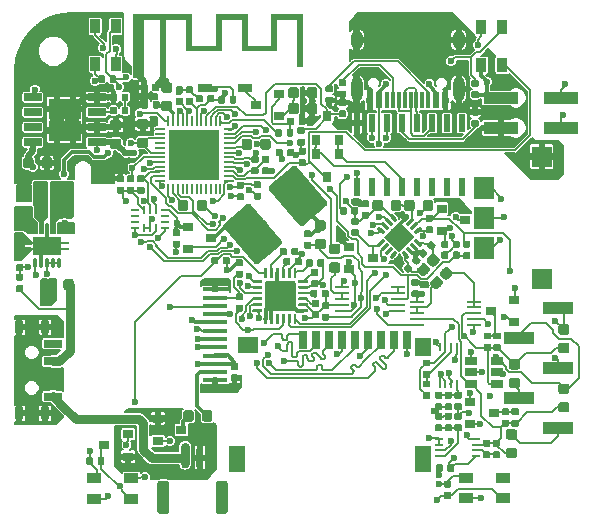
<source format=gbr>
G04 #@! TF.GenerationSoftware,KiCad,Pcbnew,5.0.2-bee76a0~70~ubuntu18.04.1*
G04 #@! TF.CreationDate,2019-03-04T23:14:38+01:00*
G04 #@! TF.ProjectId,anotterwatch,616e6f74-7465-4727-9761-7463682e6b69,rev?*
G04 #@! TF.SameCoordinates,Original*
G04 #@! TF.FileFunction,Copper,L4,Bot*
G04 #@! TF.FilePolarity,Positive*
%FSLAX46Y46*%
G04 Gerber Fmt 4.6, Leading zero omitted, Abs format (unit mm)*
G04 Created by KiCad (PCBNEW 5.0.2-bee76a0~70~ubuntu18.04.1) date Mo 04 Mär 2019 23:14:38 CET*
%MOMM*%
%LPD*%
G01*
G04 APERTURE LIST*
G04 #@! TA.AperFunction,EtchedComponent*
%ADD10C,0.100000*%
G04 #@! TD*
G04 #@! TA.AperFunction,Conductor*
%ADD11C,0.100000*%
G04 #@! TD*
G04 #@! TA.AperFunction,SMDPad,CuDef*
%ADD12C,3.025000*%
G04 #@! TD*
G04 #@! TA.AperFunction,SMDPad,CuDef*
%ADD13C,0.590000*%
G04 #@! TD*
G04 #@! TA.AperFunction,SMDPad,CuDef*
%ADD14C,0.875000*%
G04 #@! TD*
G04 #@! TA.AperFunction,SMDPad,CuDef*
%ADD15R,0.700000X1.600000*%
G04 #@! TD*
G04 #@! TA.AperFunction,SMDPad,CuDef*
%ADD16R,1.400000X1.600000*%
G04 #@! TD*
G04 #@! TA.AperFunction,SMDPad,CuDef*
%ADD17R,1.400000X2.200000*%
G04 #@! TD*
G04 #@! TA.AperFunction,SMDPad,CuDef*
%ADD18R,1.800000X1.400000*%
G04 #@! TD*
G04 #@! TA.AperFunction,SMDPad,CuDef*
%ADD19C,0.600000*%
G04 #@! TD*
G04 #@! TA.AperFunction,SMDPad,CuDef*
%ADD20C,1.000000*%
G04 #@! TD*
G04 #@! TA.AperFunction,SMDPad,CuDef*
%ADD21O,0.280000X0.850000*%
G04 #@! TD*
G04 #@! TA.AperFunction,SMDPad,CuDef*
%ADD22R,0.280000X0.280000*%
G04 #@! TD*
G04 #@! TA.AperFunction,SMDPad,CuDef*
%ADD23R,2.400000X1.650000*%
G04 #@! TD*
G04 #@! TA.AperFunction,SMDPad,CuDef*
%ADD24R,1.050000X0.680000*%
G04 #@! TD*
G04 #@! TA.AperFunction,SMDPad,CuDef*
%ADD25R,0.500000X0.260000*%
G04 #@! TD*
G04 #@! TA.AperFunction,SMDPad,CuDef*
%ADD26R,0.700000X0.280000*%
G04 #@! TD*
G04 #@! TA.AperFunction,SMDPad,CuDef*
%ADD27R,1.300000X0.250000*%
G04 #@! TD*
G04 #@! TA.AperFunction,SMDPad,CuDef*
%ADD28R,0.850000X1.200000*%
G04 #@! TD*
G04 #@! TA.AperFunction,SMDPad,CuDef*
%ADD29R,1.200000X0.850000*%
G04 #@! TD*
G04 #@! TA.AperFunction,SMDPad,CuDef*
%ADD30R,0.250000X0.675000*%
G04 #@! TD*
G04 #@! TA.AperFunction,SMDPad,CuDef*
%ADD31R,0.675000X0.250000*%
G04 #@! TD*
G04 #@! TA.AperFunction,SMDPad,CuDef*
%ADD32R,1.200000X0.700000*%
G04 #@! TD*
G04 #@! TA.AperFunction,SMDPad,CuDef*
%ADD33R,2.000000X0.350000*%
G04 #@! TD*
G04 #@! TA.AperFunction,SMDPad,CuDef*
%ADD34R,3.000000X1.000000*%
G04 #@! TD*
G04 #@! TA.AperFunction,SMDPad,CuDef*
%ADD35R,0.800000X1.000000*%
G04 #@! TD*
G04 #@! TA.AperFunction,SMDPad,CuDef*
%ADD36R,1.500000X0.700000*%
G04 #@! TD*
G04 #@! TA.AperFunction,SMDPad,CuDef*
%ADD37R,2.510000X1.000000*%
G04 #@! TD*
G04 #@! TA.AperFunction,SMDPad,CuDef*
%ADD38O,0.850000X0.200000*%
G04 #@! TD*
G04 #@! TA.AperFunction,SMDPad,CuDef*
%ADD39O,0.200000X0.850000*%
G04 #@! TD*
G04 #@! TA.AperFunction,SMDPad,CuDef*
%ADD40R,4.300000X4.300000*%
G04 #@! TD*
G04 #@! TA.AperFunction,SMDPad,CuDef*
%ADD41R,0.800000X2.700000*%
G04 #@! TD*
G04 #@! TA.AperFunction,SMDPad,CuDef*
%ADD42C,1.800000*%
G04 #@! TD*
G04 #@! TA.AperFunction,SMDPad,CuDef*
%ADD43C,0.300000*%
G04 #@! TD*
G04 #@! TA.AperFunction,Conductor*
%ADD44C,0.300000*%
G04 #@! TD*
G04 #@! TA.AperFunction,SMDPad,CuDef*
%ADD45C,0.250000*%
G04 #@! TD*
G04 #@! TA.AperFunction,SMDPad,CuDef*
%ADD46C,2.600000*%
G04 #@! TD*
G04 #@! TA.AperFunction,SMDPad,CuDef*
%ADD47R,1.350000X1.800000*%
G04 #@! TD*
G04 #@! TA.AperFunction,SMDPad,CuDef*
%ADD48R,1.500000X0.650000*%
G04 #@! TD*
G04 #@! TA.AperFunction,SMDPad,CuDef*
%ADD49R,0.600000X1.500000*%
G04 #@! TD*
G04 #@! TA.AperFunction,SMDPad,CuDef*
%ADD50R,0.750000X0.250000*%
G04 #@! TD*
G04 #@! TA.AperFunction,SMDPad,CuDef*
%ADD51R,0.250000X0.750000*%
G04 #@! TD*
G04 #@! TA.AperFunction,SMDPad,CuDef*
%ADD52R,0.900000X0.800000*%
G04 #@! TD*
G04 #@! TA.AperFunction,SMDPad,CuDef*
%ADD53R,0.800000X0.900000*%
G04 #@! TD*
G04 #@! TA.AperFunction,SMDPad,CuDef*
%ADD54R,1.060000X0.650000*%
G04 #@! TD*
G04 #@! TA.AperFunction,ComponentPad*
%ADD55O,1.000000X2.100000*%
G04 #@! TD*
G04 #@! TA.AperFunction,ComponentPad*
%ADD56O,1.000000X1.600000*%
G04 #@! TD*
G04 #@! TA.AperFunction,SMDPad,CuDef*
%ADD57R,0.600000X1.450000*%
G04 #@! TD*
G04 #@! TA.AperFunction,SMDPad,CuDef*
%ADD58R,0.300000X1.450000*%
G04 #@! TD*
G04 #@! TA.AperFunction,SMDPad,CuDef*
%ADD59R,1.700000X1.800000*%
G04 #@! TD*
G04 #@! TA.AperFunction,SMDPad,CuDef*
%ADD60R,1.800000X1.900000*%
G04 #@! TD*
G04 #@! TA.AperFunction,Conductor*
%ADD61R,0.500000X0.500000*%
G04 #@! TD*
G04 #@! TA.AperFunction,ViaPad*
%ADD62R,0.900000X0.500000*%
G04 #@! TD*
G04 #@! TA.AperFunction,ViaPad*
%ADD63C,0.600000*%
G04 #@! TD*
G04 #@! TA.AperFunction,Conductor*
%ADD64C,0.150000*%
G04 #@! TD*
G04 #@! TA.AperFunction,Conductor*
%ADD65C,0.200000*%
G04 #@! TD*
G04 #@! TA.AperFunction,Conductor*
%ADD66C,0.500000*%
G04 #@! TD*
G04 #@! TA.AperFunction,Conductor*
%ADD67C,0.800000*%
G04 #@! TD*
G04 #@! TA.AperFunction,Conductor*
%ADD68C,0.127000*%
G04 #@! TD*
G04 APERTURE END LIST*
D10*
G04 #@! TO.C,AE1*
G36*
X93229600Y-71505600D02*
X95229600Y-71505600D01*
X95229600Y-68865600D01*
X97929600Y-68865600D01*
X97929600Y-71505600D01*
X99929600Y-71505600D01*
X99929600Y-68865600D01*
X102629600Y-68865600D01*
X102629600Y-73305600D01*
X102129600Y-73305600D01*
X102129600Y-69365600D01*
X100429600Y-69365600D01*
X100429600Y-72005600D01*
X97429600Y-72005600D01*
X97429600Y-69365600D01*
X95729600Y-69365600D01*
X95729600Y-72005600D01*
X92729600Y-72005600D01*
X92729600Y-69365600D01*
X91029600Y-69365600D01*
X91029600Y-74265600D01*
X90529600Y-74265600D01*
X90529600Y-69365600D01*
X89129600Y-69365600D01*
X89129600Y-74265600D01*
X88229600Y-74265600D01*
X88229600Y-74022385D01*
X88532017Y-74022385D01*
X88541858Y-74069995D01*
X88565926Y-74112397D01*
X88603869Y-74145181D01*
X88611781Y-74149535D01*
X88654444Y-74161643D01*
X88702963Y-74160900D01*
X88748478Y-74148000D01*
X88767089Y-74137387D01*
X88800732Y-74102153D01*
X88821291Y-74056968D01*
X88827822Y-74007442D01*
X88819382Y-73959183D01*
X88802488Y-73926957D01*
X88767228Y-73894287D01*
X88721918Y-73874192D01*
X88672333Y-73867618D01*
X88624247Y-73875508D01*
X88591355Y-73892414D01*
X88556415Y-73929184D01*
X88536753Y-73973978D01*
X88532017Y-74022385D01*
X88229600Y-74022385D01*
X88229600Y-68865600D01*
X93229600Y-68865600D01*
X93229600Y-71505600D01*
X93229600Y-71505600D01*
G37*
G04 #@! TD*
D11*
G04 #@! TO.N,Net-(LS1-Pad2)*
G04 #@! TO.C,LS1*
G36*
X98073927Y-84893498D02*
X98098233Y-84896833D01*
X98122095Y-84902535D01*
X98145284Y-84910547D01*
X98167576Y-84920794D01*
X98188755Y-84933177D01*
X98208619Y-84947576D01*
X98226977Y-84963853D01*
X98243650Y-84981850D01*
X100782660Y-88007724D01*
X100797489Y-88027270D01*
X100810331Y-88048174D01*
X100821061Y-88070237D01*
X100829578Y-88093245D01*
X100835799Y-88116977D01*
X100839663Y-88141205D01*
X100841134Y-88165695D01*
X100840198Y-88190211D01*
X100836863Y-88214517D01*
X100831161Y-88238380D01*
X100823149Y-88261568D01*
X100812902Y-88283860D01*
X100800519Y-88305039D01*
X100786120Y-88324903D01*
X100769843Y-88343261D01*
X100751846Y-88359934D01*
X98817586Y-89982972D01*
X98798040Y-89997801D01*
X98777136Y-90010643D01*
X98755073Y-90021373D01*
X98732065Y-90029890D01*
X98708333Y-90036111D01*
X98684105Y-90039975D01*
X98659615Y-90041446D01*
X98635099Y-90040510D01*
X98610793Y-90037175D01*
X98586931Y-90031473D01*
X98563742Y-90023461D01*
X98541450Y-90013214D01*
X98520271Y-90000831D01*
X98500407Y-89986432D01*
X98482049Y-89970155D01*
X98465376Y-89952158D01*
X95926366Y-86926284D01*
X95911537Y-86906738D01*
X95898695Y-86885834D01*
X95887965Y-86863771D01*
X95879448Y-86840763D01*
X95873227Y-86817031D01*
X95869363Y-86792803D01*
X95867892Y-86768313D01*
X95868828Y-86743797D01*
X95872163Y-86719491D01*
X95877865Y-86695628D01*
X95885877Y-86672440D01*
X95896124Y-86650148D01*
X95908507Y-86628969D01*
X95922906Y-86609105D01*
X95939183Y-86590747D01*
X95957180Y-86574074D01*
X97891440Y-84951036D01*
X97910986Y-84936207D01*
X97931890Y-84923365D01*
X97953953Y-84912635D01*
X97976961Y-84904118D01*
X98000693Y-84897897D01*
X98024921Y-84894033D01*
X98049411Y-84892562D01*
X98073927Y-84893498D01*
X98073927Y-84893498D01*
G37*
D12*
G04 #@! TD*
G04 #@! TO.P,LS1,2*
G04 #@! TO.N,Net-(LS1-Pad2)*
X98354513Y-87467004D03*
D11*
G04 #@! TO.N,Net-(C15-Pad2)*
G04 #@! TO.C,LS1*
G36*
X101923301Y-81663490D02*
X101947607Y-81666825D01*
X101971469Y-81672527D01*
X101994658Y-81680539D01*
X102016950Y-81690786D01*
X102038129Y-81703169D01*
X102057993Y-81717568D01*
X102076351Y-81733845D01*
X102093024Y-81751842D01*
X104632034Y-84777716D01*
X104646863Y-84797262D01*
X104659705Y-84818166D01*
X104670435Y-84840229D01*
X104678952Y-84863237D01*
X104685173Y-84886969D01*
X104689037Y-84911197D01*
X104690508Y-84935687D01*
X104689572Y-84960203D01*
X104686237Y-84984509D01*
X104680535Y-85008372D01*
X104672523Y-85031560D01*
X104662276Y-85053852D01*
X104649893Y-85075031D01*
X104635494Y-85094895D01*
X104619217Y-85113253D01*
X104601220Y-85129926D01*
X102666960Y-86752964D01*
X102647414Y-86767793D01*
X102626510Y-86780635D01*
X102604447Y-86791365D01*
X102581439Y-86799882D01*
X102557707Y-86806103D01*
X102533479Y-86809967D01*
X102508989Y-86811438D01*
X102484473Y-86810502D01*
X102460167Y-86807167D01*
X102436305Y-86801465D01*
X102413116Y-86793453D01*
X102390824Y-86783206D01*
X102369645Y-86770823D01*
X102349781Y-86756424D01*
X102331423Y-86740147D01*
X102314750Y-86722150D01*
X99775740Y-83696276D01*
X99760911Y-83676730D01*
X99748069Y-83655826D01*
X99737339Y-83633763D01*
X99728822Y-83610755D01*
X99722601Y-83587023D01*
X99718737Y-83562795D01*
X99717266Y-83538305D01*
X99718202Y-83513789D01*
X99721537Y-83489483D01*
X99727239Y-83465620D01*
X99735251Y-83442432D01*
X99745498Y-83420140D01*
X99757881Y-83398961D01*
X99772280Y-83379097D01*
X99788557Y-83360739D01*
X99806554Y-83344066D01*
X101740814Y-81721028D01*
X101760360Y-81706199D01*
X101781264Y-81693357D01*
X101803327Y-81682627D01*
X101826335Y-81674110D01*
X101850067Y-81667889D01*
X101874295Y-81664025D01*
X101898785Y-81662554D01*
X101923301Y-81663490D01*
X101923301Y-81663490D01*
G37*
D12*
G04 #@! TD*
G04 #@! TO.P,LS1,1*
G04 #@! TO.N,Net-(C15-Pad2)*
X102203887Y-84236996D03*
D11*
G04 #@! TO.N,GND*
G04 #@! TO.C,C37*
G36*
X92338158Y-74963510D02*
X92352476Y-74965634D01*
X92366517Y-74969151D01*
X92380146Y-74974028D01*
X92393231Y-74980217D01*
X92405647Y-74987658D01*
X92417273Y-74996281D01*
X92427998Y-75006002D01*
X92437719Y-75016727D01*
X92446342Y-75028353D01*
X92453783Y-75040769D01*
X92459972Y-75053854D01*
X92464849Y-75067483D01*
X92468366Y-75081524D01*
X92470490Y-75095842D01*
X92471200Y-75110300D01*
X92471200Y-75405300D01*
X92470490Y-75419758D01*
X92468366Y-75434076D01*
X92464849Y-75448117D01*
X92459972Y-75461746D01*
X92453783Y-75474831D01*
X92446342Y-75487247D01*
X92437719Y-75498873D01*
X92427998Y-75509598D01*
X92417273Y-75519319D01*
X92405647Y-75527942D01*
X92393231Y-75535383D01*
X92380146Y-75541572D01*
X92366517Y-75546449D01*
X92352476Y-75549966D01*
X92338158Y-75552090D01*
X92323700Y-75552800D01*
X91978700Y-75552800D01*
X91964242Y-75552090D01*
X91949924Y-75549966D01*
X91935883Y-75546449D01*
X91922254Y-75541572D01*
X91909169Y-75535383D01*
X91896753Y-75527942D01*
X91885127Y-75519319D01*
X91874402Y-75509598D01*
X91864681Y-75498873D01*
X91856058Y-75487247D01*
X91848617Y-75474831D01*
X91842428Y-75461746D01*
X91837551Y-75448117D01*
X91834034Y-75434076D01*
X91831910Y-75419758D01*
X91831200Y-75405300D01*
X91831200Y-75110300D01*
X91831910Y-75095842D01*
X91834034Y-75081524D01*
X91837551Y-75067483D01*
X91842428Y-75053854D01*
X91848617Y-75040769D01*
X91856058Y-75028353D01*
X91864681Y-75016727D01*
X91874402Y-75006002D01*
X91885127Y-74996281D01*
X91896753Y-74987658D01*
X91909169Y-74980217D01*
X91922254Y-74974028D01*
X91935883Y-74969151D01*
X91949924Y-74965634D01*
X91964242Y-74963510D01*
X91978700Y-74962800D01*
X92323700Y-74962800D01*
X92338158Y-74963510D01*
X92338158Y-74963510D01*
G37*
D13*
G04 #@! TD*
G04 #@! TO.P,C37,1*
G04 #@! TO.N,GND*
X92151200Y-75257800D03*
D11*
G04 #@! TO.N,ESP_ADC*
G04 #@! TO.C,C37*
G36*
X92338158Y-75933510D02*
X92352476Y-75935634D01*
X92366517Y-75939151D01*
X92380146Y-75944028D01*
X92393231Y-75950217D01*
X92405647Y-75957658D01*
X92417273Y-75966281D01*
X92427998Y-75976002D01*
X92437719Y-75986727D01*
X92446342Y-75998353D01*
X92453783Y-76010769D01*
X92459972Y-76023854D01*
X92464849Y-76037483D01*
X92468366Y-76051524D01*
X92470490Y-76065842D01*
X92471200Y-76080300D01*
X92471200Y-76375300D01*
X92470490Y-76389758D01*
X92468366Y-76404076D01*
X92464849Y-76418117D01*
X92459972Y-76431746D01*
X92453783Y-76444831D01*
X92446342Y-76457247D01*
X92437719Y-76468873D01*
X92427998Y-76479598D01*
X92417273Y-76489319D01*
X92405647Y-76497942D01*
X92393231Y-76505383D01*
X92380146Y-76511572D01*
X92366517Y-76516449D01*
X92352476Y-76519966D01*
X92338158Y-76522090D01*
X92323700Y-76522800D01*
X91978700Y-76522800D01*
X91964242Y-76522090D01*
X91949924Y-76519966D01*
X91935883Y-76516449D01*
X91922254Y-76511572D01*
X91909169Y-76505383D01*
X91896753Y-76497942D01*
X91885127Y-76489319D01*
X91874402Y-76479598D01*
X91864681Y-76468873D01*
X91856058Y-76457247D01*
X91848617Y-76444831D01*
X91842428Y-76431746D01*
X91837551Y-76418117D01*
X91834034Y-76404076D01*
X91831910Y-76389758D01*
X91831200Y-76375300D01*
X91831200Y-76080300D01*
X91831910Y-76065842D01*
X91834034Y-76051524D01*
X91837551Y-76037483D01*
X91842428Y-76023854D01*
X91848617Y-76010769D01*
X91856058Y-75998353D01*
X91864681Y-75986727D01*
X91874402Y-75976002D01*
X91885127Y-75966281D01*
X91896753Y-75957658D01*
X91909169Y-75950217D01*
X91922254Y-75944028D01*
X91935883Y-75939151D01*
X91949924Y-75935634D01*
X91964242Y-75933510D01*
X91978700Y-75932800D01*
X92323700Y-75932800D01*
X92338158Y-75933510D01*
X92338158Y-75933510D01*
G37*
D13*
G04 #@! TD*
G04 #@! TO.P,C37,2*
G04 #@! TO.N,ESP_ADC*
X92151200Y-76227800D03*
D11*
G04 #@! TO.N,ESP_ADC*
G04 #@! TO.C,R50*
G36*
X105586091Y-89860654D02*
X105607326Y-89863804D01*
X105628150Y-89869020D01*
X105648362Y-89876252D01*
X105667768Y-89885431D01*
X105686181Y-89896467D01*
X105703424Y-89909255D01*
X105719330Y-89923671D01*
X105733746Y-89939577D01*
X105746534Y-89956820D01*
X105757570Y-89975233D01*
X105766749Y-89994639D01*
X105773981Y-90014851D01*
X105779197Y-90035675D01*
X105782347Y-90056910D01*
X105783400Y-90078351D01*
X105783400Y-90515851D01*
X105782347Y-90537292D01*
X105779197Y-90558527D01*
X105773981Y-90579351D01*
X105766749Y-90599563D01*
X105757570Y-90618969D01*
X105746534Y-90637382D01*
X105733746Y-90654625D01*
X105719330Y-90670531D01*
X105703424Y-90684947D01*
X105686181Y-90697735D01*
X105667768Y-90708771D01*
X105648362Y-90717950D01*
X105628150Y-90725182D01*
X105607326Y-90730398D01*
X105586091Y-90733548D01*
X105564650Y-90734601D01*
X105052150Y-90734601D01*
X105030709Y-90733548D01*
X105009474Y-90730398D01*
X104988650Y-90725182D01*
X104968438Y-90717950D01*
X104949032Y-90708771D01*
X104930619Y-90697735D01*
X104913376Y-90684947D01*
X104897470Y-90670531D01*
X104883054Y-90654625D01*
X104870266Y-90637382D01*
X104859230Y-90618969D01*
X104850051Y-90599563D01*
X104842819Y-90579351D01*
X104837603Y-90558527D01*
X104834453Y-90537292D01*
X104833400Y-90515851D01*
X104833400Y-90078351D01*
X104834453Y-90056910D01*
X104837603Y-90035675D01*
X104842819Y-90014851D01*
X104850051Y-89994639D01*
X104859230Y-89975233D01*
X104870266Y-89956820D01*
X104883054Y-89939577D01*
X104897470Y-89923671D01*
X104913376Y-89909255D01*
X104930619Y-89896467D01*
X104949032Y-89885431D01*
X104968438Y-89876252D01*
X104988650Y-89869020D01*
X105009474Y-89863804D01*
X105030709Y-89860654D01*
X105052150Y-89859601D01*
X105564650Y-89859601D01*
X105586091Y-89860654D01*
X105586091Y-89860654D01*
G37*
D14*
G04 #@! TD*
G04 #@! TO.P,R50,1*
G04 #@! TO.N,ESP_ADC*
X105308400Y-90297101D03*
D11*
G04 #@! TO.N,ESP_ADC*
G04 #@! TO.C,R50*
G36*
X105586091Y-88285652D02*
X105607326Y-88288802D01*
X105628150Y-88294018D01*
X105648362Y-88301250D01*
X105667768Y-88310429D01*
X105686181Y-88321465D01*
X105703424Y-88334253D01*
X105719330Y-88348669D01*
X105733746Y-88364575D01*
X105746534Y-88381818D01*
X105757570Y-88400231D01*
X105766749Y-88419637D01*
X105773981Y-88439849D01*
X105779197Y-88460673D01*
X105782347Y-88481908D01*
X105783400Y-88503349D01*
X105783400Y-88940849D01*
X105782347Y-88962290D01*
X105779197Y-88983525D01*
X105773981Y-89004349D01*
X105766749Y-89024561D01*
X105757570Y-89043967D01*
X105746534Y-89062380D01*
X105733746Y-89079623D01*
X105719330Y-89095529D01*
X105703424Y-89109945D01*
X105686181Y-89122733D01*
X105667768Y-89133769D01*
X105648362Y-89142948D01*
X105628150Y-89150180D01*
X105607326Y-89155396D01*
X105586091Y-89158546D01*
X105564650Y-89159599D01*
X105052150Y-89159599D01*
X105030709Y-89158546D01*
X105009474Y-89155396D01*
X104988650Y-89150180D01*
X104968438Y-89142948D01*
X104949032Y-89133769D01*
X104930619Y-89122733D01*
X104913376Y-89109945D01*
X104897470Y-89095529D01*
X104883054Y-89079623D01*
X104870266Y-89062380D01*
X104859230Y-89043967D01*
X104850051Y-89024561D01*
X104842819Y-89004349D01*
X104837603Y-88983525D01*
X104834453Y-88962290D01*
X104833400Y-88940849D01*
X104833400Y-88503349D01*
X104834453Y-88481908D01*
X104837603Y-88460673D01*
X104842819Y-88439849D01*
X104850051Y-88419637D01*
X104859230Y-88400231D01*
X104870266Y-88381818D01*
X104883054Y-88364575D01*
X104897470Y-88348669D01*
X104913376Y-88334253D01*
X104930619Y-88321465D01*
X104949032Y-88310429D01*
X104968438Y-88301250D01*
X104988650Y-88294018D01*
X105009474Y-88288802D01*
X105030709Y-88285652D01*
X105052150Y-88284599D01*
X105564650Y-88284599D01*
X105586091Y-88285652D01*
X105586091Y-88285652D01*
G37*
D14*
G04 #@! TD*
G04 #@! TO.P,R50,2*
G04 #@! TO.N,ESP_ADC*
X105308400Y-88722099D03*
D15*
G04 #@! TO.P,J1,1*
G04 #@! TO.N,SD_DATA2*
X102652000Y-96397000D03*
G04 #@! TO.P,J1,2*
G04 #@! TO.N,SD_DATA3*
X103752000Y-96397000D03*
G04 #@! TO.P,J1,3*
G04 #@! TO.N,SD_CMD*
X104852000Y-96397000D03*
G04 #@! TO.P,J1,4*
G04 #@! TO.N,+3V3*
X105952000Y-96397000D03*
G04 #@! TO.P,J1,5*
G04 #@! TO.N,Net-(J1-Pad5)*
X107052000Y-96397000D03*
G04 #@! TO.P,J1,6*
G04 #@! TO.N,GND*
X108152000Y-96397000D03*
G04 #@! TO.P,J1,7*
G04 #@! TO.N,Net-(J1-Pad7)*
X109252000Y-96397000D03*
G04 #@! TO.P,J1,8*
G04 #@! TO.N,SD_DATA1*
X110352000Y-96397000D03*
G04 #@! TO.P,J1,9*
G04 #@! TO.N,GND*
X111452000Y-96397000D03*
D16*
G04 #@! TO.P,J1,G1*
G04 #@! TO.N,N/C*
X112752000Y-96997000D03*
D17*
G04 #@! TO.P,J1,G2*
X112752000Y-106497000D03*
D18*
G04 #@! TO.P,J1,G4*
X97952000Y-96897000D03*
D17*
G04 #@! TO.P,J1,G3*
X97052000Y-106497000D03*
G04 #@! TD*
D11*
G04 #@! TO.N,Net-(BT1-Pad1)*
G04 #@! TO.C,BT1*
G36*
X92808503Y-105557122D02*
X92823064Y-105559282D01*
X92837343Y-105562859D01*
X92851203Y-105567818D01*
X92864510Y-105574112D01*
X92877136Y-105581680D01*
X92888959Y-105590448D01*
X92899866Y-105600334D01*
X92909752Y-105611241D01*
X92918520Y-105623064D01*
X92926088Y-105635690D01*
X92932382Y-105648997D01*
X92937341Y-105662857D01*
X92940918Y-105677136D01*
X92943078Y-105691697D01*
X92943800Y-105706400D01*
X92943800Y-107106400D01*
X92943078Y-107121103D01*
X92940918Y-107135664D01*
X92937341Y-107149943D01*
X92932382Y-107163803D01*
X92926088Y-107177110D01*
X92918520Y-107189736D01*
X92909752Y-107201559D01*
X92899866Y-107212466D01*
X92888959Y-107222352D01*
X92877136Y-107231120D01*
X92864510Y-107238688D01*
X92851203Y-107244982D01*
X92837343Y-107249941D01*
X92823064Y-107253518D01*
X92808503Y-107255678D01*
X92793800Y-107256400D01*
X92493800Y-107256400D01*
X92479097Y-107255678D01*
X92464536Y-107253518D01*
X92450257Y-107249941D01*
X92436397Y-107244982D01*
X92423090Y-107238688D01*
X92410464Y-107231120D01*
X92398641Y-107222352D01*
X92387734Y-107212466D01*
X92377848Y-107201559D01*
X92369080Y-107189736D01*
X92361512Y-107177110D01*
X92355218Y-107163803D01*
X92350259Y-107149943D01*
X92346682Y-107135664D01*
X92344522Y-107121103D01*
X92343800Y-107106400D01*
X92343800Y-105706400D01*
X92344522Y-105691697D01*
X92346682Y-105677136D01*
X92350259Y-105662857D01*
X92355218Y-105648997D01*
X92361512Y-105635690D01*
X92369080Y-105623064D01*
X92377848Y-105611241D01*
X92387734Y-105600334D01*
X92398641Y-105590448D01*
X92410464Y-105581680D01*
X92423090Y-105574112D01*
X92436397Y-105567818D01*
X92450257Y-105562859D01*
X92464536Y-105559282D01*
X92479097Y-105557122D01*
X92493800Y-105556400D01*
X92793800Y-105556400D01*
X92808503Y-105557122D01*
X92808503Y-105557122D01*
G37*
D19*
G04 #@! TD*
G04 #@! TO.P,BT1,1*
G04 #@! TO.N,Net-(BT1-Pad1)*
X92643800Y-106406400D03*
D11*
G04 #@! TO.N,GND*
G04 #@! TO.C,BT1*
G36*
X94058503Y-105557122D02*
X94073064Y-105559282D01*
X94087343Y-105562859D01*
X94101203Y-105567818D01*
X94114510Y-105574112D01*
X94127136Y-105581680D01*
X94138959Y-105590448D01*
X94149866Y-105600334D01*
X94159752Y-105611241D01*
X94168520Y-105623064D01*
X94176088Y-105635690D01*
X94182382Y-105648997D01*
X94187341Y-105662857D01*
X94190918Y-105677136D01*
X94193078Y-105691697D01*
X94193800Y-105706400D01*
X94193800Y-107106400D01*
X94193078Y-107121103D01*
X94190918Y-107135664D01*
X94187341Y-107149943D01*
X94182382Y-107163803D01*
X94176088Y-107177110D01*
X94168520Y-107189736D01*
X94159752Y-107201559D01*
X94149866Y-107212466D01*
X94138959Y-107222352D01*
X94127136Y-107231120D01*
X94114510Y-107238688D01*
X94101203Y-107244982D01*
X94087343Y-107249941D01*
X94073064Y-107253518D01*
X94058503Y-107255678D01*
X94043800Y-107256400D01*
X93743800Y-107256400D01*
X93729097Y-107255678D01*
X93714536Y-107253518D01*
X93700257Y-107249941D01*
X93686397Y-107244982D01*
X93673090Y-107238688D01*
X93660464Y-107231120D01*
X93648641Y-107222352D01*
X93637734Y-107212466D01*
X93627848Y-107201559D01*
X93619080Y-107189736D01*
X93611512Y-107177110D01*
X93605218Y-107163803D01*
X93600259Y-107149943D01*
X93596682Y-107135664D01*
X93594522Y-107121103D01*
X93593800Y-107106400D01*
X93593800Y-105706400D01*
X93594522Y-105691697D01*
X93596682Y-105677136D01*
X93600259Y-105662857D01*
X93605218Y-105648997D01*
X93611512Y-105635690D01*
X93619080Y-105623064D01*
X93627848Y-105611241D01*
X93637734Y-105600334D01*
X93648641Y-105590448D01*
X93660464Y-105581680D01*
X93673090Y-105574112D01*
X93686397Y-105567818D01*
X93700257Y-105562859D01*
X93714536Y-105559282D01*
X93729097Y-105557122D01*
X93743800Y-105556400D01*
X94043800Y-105556400D01*
X94058503Y-105557122D01*
X94058503Y-105557122D01*
G37*
D19*
G04 #@! TD*
G04 #@! TO.P,BT1,2*
G04 #@! TO.N,GND*
X93893800Y-106406400D03*
D11*
G04 #@! TO.N,N/C*
G04 #@! TO.C,BT1*
G36*
X91068304Y-108357604D02*
X91092573Y-108361204D01*
X91116371Y-108367165D01*
X91139471Y-108375430D01*
X91161649Y-108385920D01*
X91182693Y-108398533D01*
X91202398Y-108413147D01*
X91220577Y-108429623D01*
X91237053Y-108447802D01*
X91251667Y-108467507D01*
X91264280Y-108488551D01*
X91274770Y-108510729D01*
X91283035Y-108533829D01*
X91288996Y-108557627D01*
X91292596Y-108581896D01*
X91293800Y-108606400D01*
X91293800Y-110906400D01*
X91292596Y-110930904D01*
X91288996Y-110955173D01*
X91283035Y-110978971D01*
X91274770Y-111002071D01*
X91264280Y-111024249D01*
X91251667Y-111045293D01*
X91237053Y-111064998D01*
X91220577Y-111083177D01*
X91202398Y-111099653D01*
X91182693Y-111114267D01*
X91161649Y-111126880D01*
X91139471Y-111137370D01*
X91116371Y-111145635D01*
X91092573Y-111151596D01*
X91068304Y-111155196D01*
X91043800Y-111156400D01*
X90543800Y-111156400D01*
X90519296Y-111155196D01*
X90495027Y-111151596D01*
X90471229Y-111145635D01*
X90448129Y-111137370D01*
X90425951Y-111126880D01*
X90404907Y-111114267D01*
X90385202Y-111099653D01*
X90367023Y-111083177D01*
X90350547Y-111064998D01*
X90335933Y-111045293D01*
X90323320Y-111024249D01*
X90312830Y-111002071D01*
X90304565Y-110978971D01*
X90298604Y-110955173D01*
X90295004Y-110930904D01*
X90293800Y-110906400D01*
X90293800Y-108606400D01*
X90295004Y-108581896D01*
X90298604Y-108557627D01*
X90304565Y-108533829D01*
X90312830Y-108510729D01*
X90323320Y-108488551D01*
X90335933Y-108467507D01*
X90350547Y-108447802D01*
X90367023Y-108429623D01*
X90385202Y-108413147D01*
X90404907Y-108398533D01*
X90425951Y-108385920D01*
X90448129Y-108375430D01*
X90471229Y-108367165D01*
X90495027Y-108361204D01*
X90519296Y-108357604D01*
X90543800Y-108356400D01*
X91043800Y-108356400D01*
X91068304Y-108357604D01*
X91068304Y-108357604D01*
G37*
D20*
G04 #@! TD*
G04 #@! TO.P,BT1,MP*
G04 #@! TO.N,N/C*
X90793800Y-109756400D03*
D11*
G04 #@! TO.N,N/C*
G04 #@! TO.C,BT1*
G36*
X96018304Y-108357604D02*
X96042573Y-108361204D01*
X96066371Y-108367165D01*
X96089471Y-108375430D01*
X96111649Y-108385920D01*
X96132693Y-108398533D01*
X96152398Y-108413147D01*
X96170577Y-108429623D01*
X96187053Y-108447802D01*
X96201667Y-108467507D01*
X96214280Y-108488551D01*
X96224770Y-108510729D01*
X96233035Y-108533829D01*
X96238996Y-108557627D01*
X96242596Y-108581896D01*
X96243800Y-108606400D01*
X96243800Y-110906400D01*
X96242596Y-110930904D01*
X96238996Y-110955173D01*
X96233035Y-110978971D01*
X96224770Y-111002071D01*
X96214280Y-111024249D01*
X96201667Y-111045293D01*
X96187053Y-111064998D01*
X96170577Y-111083177D01*
X96152398Y-111099653D01*
X96132693Y-111114267D01*
X96111649Y-111126880D01*
X96089471Y-111137370D01*
X96066371Y-111145635D01*
X96042573Y-111151596D01*
X96018304Y-111155196D01*
X95993800Y-111156400D01*
X95493800Y-111156400D01*
X95469296Y-111155196D01*
X95445027Y-111151596D01*
X95421229Y-111145635D01*
X95398129Y-111137370D01*
X95375951Y-111126880D01*
X95354907Y-111114267D01*
X95335202Y-111099653D01*
X95317023Y-111083177D01*
X95300547Y-111064998D01*
X95285933Y-111045293D01*
X95273320Y-111024249D01*
X95262830Y-111002071D01*
X95254565Y-110978971D01*
X95248604Y-110955173D01*
X95245004Y-110930904D01*
X95243800Y-110906400D01*
X95243800Y-108606400D01*
X95245004Y-108581896D01*
X95248604Y-108557627D01*
X95254565Y-108533829D01*
X95262830Y-108510729D01*
X95273320Y-108488551D01*
X95285933Y-108467507D01*
X95300547Y-108447802D01*
X95317023Y-108429623D01*
X95335202Y-108413147D01*
X95354907Y-108398533D01*
X95375951Y-108385920D01*
X95398129Y-108375430D01*
X95421229Y-108367165D01*
X95445027Y-108361204D01*
X95469296Y-108357604D01*
X95493800Y-108356400D01*
X95993800Y-108356400D01*
X96018304Y-108357604D01*
X96018304Y-108357604D01*
G37*
D20*
G04 #@! TD*
G04 #@! TO.P,BT1,MP*
G04 #@! TO.N,N/C*
X95743800Y-109756400D03*
D21*
G04 #@! TO.P,U14,10*
G04 #@! TO.N,+3V3*
X79949800Y-89943200D03*
G04 #@! TO.P,U14,9*
G04 #@! TO.N,GND*
X80449800Y-89943200D03*
G04 #@! TO.P,U14,8*
G04 #@! TO.N,Net-(C28-Pad1)*
X80949800Y-89943200D03*
D22*
G04 #@! TO.P,U14,7*
X81449800Y-90228200D03*
G04 #@! TO.P,U14,6*
X81949800Y-90228200D03*
D21*
G04 #@! TO.P,U14,5*
G04 #@! TO.N,+BATT*
X81949800Y-86993200D03*
D22*
G04 #@! TO.P,U14,4*
G04 #@! TO.N,Net-(L2-Pad2)*
X81449800Y-86708200D03*
D21*
G04 #@! TO.P,U14,3*
G04 #@! TO.N,GND*
X80949800Y-86993200D03*
D22*
G04 #@! TO.P,U14,2*
G04 #@! TO.N,Net-(L2-Pad1)*
X80449800Y-86708200D03*
G04 #@! TO.P,U14,1*
G04 #@! TO.N,+3V3*
X79949800Y-86708200D03*
D23*
G04 #@! TO.P,U14,11*
G04 #@! TO.N,GND*
X80949800Y-88468200D03*
D24*
X81584800Y-88918200D03*
X81584800Y-88018200D03*
X80314800Y-88918200D03*
D25*
X82579800Y-88718200D03*
X82579800Y-88218200D03*
X79319800Y-88718200D03*
D26*
X82499800Y-88718200D03*
X82499800Y-88218200D03*
X79399800Y-88718200D03*
D25*
X79319800Y-88218200D03*
D26*
X79399800Y-88218200D03*
D24*
X80314800Y-88018200D03*
D22*
G04 #@! TO.P,U14,10*
G04 #@! TO.N,+3V3*
X79949800Y-90228200D03*
G04 #@! TO.P,U14,9*
G04 #@! TO.N,GND*
X80449800Y-90228200D03*
G04 #@! TO.P,U14,8*
G04 #@! TO.N,Net-(C28-Pad1)*
X80949800Y-90228200D03*
D21*
G04 #@! TO.P,U14,7*
X81449800Y-89943200D03*
G04 #@! TO.P,U14,6*
X81949800Y-89943200D03*
D22*
G04 #@! TO.P,U14,5*
G04 #@! TO.N,+BATT*
X81949800Y-86708200D03*
D21*
G04 #@! TO.P,U14,4*
G04 #@! TO.N,Net-(L2-Pad2)*
X81449800Y-86993200D03*
D22*
G04 #@! TO.P,U14,3*
G04 #@! TO.N,GND*
X80949800Y-86708200D03*
D21*
G04 #@! TO.P,U14,2*
G04 #@! TO.N,Net-(L2-Pad1)*
X80449800Y-86993200D03*
G04 #@! TO.P,U14,1*
G04 #@! TO.N,+3V3*
X79949800Y-86993200D03*
G04 #@! TD*
D27*
G04 #@! TO.P,U8,10*
G04 #@! TO.N,+3V3*
X112306400Y-93183200D03*
G04 #@! TO.P,U8,9*
G04 #@! TO.N,Net-(R53-Pad2)*
X112306400Y-93683200D03*
G04 #@! TO.P,U8,8*
X112306400Y-94183200D03*
G04 #@! TO.P,U8,7*
G04 #@! TO.N,PROBE2*
X112306400Y-94683200D03*
G04 #@! TO.P,U8,6*
G04 #@! TO.N,AFE_ENABLE*
X112306400Y-95183200D03*
G04 #@! TO.P,U8,5*
X117106400Y-95183200D03*
G04 #@! TO.P,U8,4*
G04 #@! TO.N,GND*
X117106400Y-94683200D03*
G04 #@! TO.P,U8,3*
G04 #@! TO.N,PROBE1*
X117106400Y-94183200D03*
G04 #@! TO.P,U8,2*
G04 #@! TO.N,Net-(R52-Pad2)*
X117106400Y-93683200D03*
G04 #@! TO.P,U8,1*
X117106400Y-93183200D03*
G04 #@! TD*
G04 #@! TO.P,U7,10*
G04 #@! TO.N,+3V3*
X105905600Y-91964000D03*
G04 #@! TO.P,U7,9*
G04 #@! TO.N,ESP_ADC*
X105905600Y-92464000D03*
G04 #@! TO.P,U7,8*
X105905600Y-92964000D03*
G04 #@! TO.P,U7,7*
G04 #@! TO.N,Net-(J3-Pad3)*
X105905600Y-93464000D03*
G04 #@! TO.P,U7,6*
G04 #@! TO.N,AFE_ENABLE*
X105905600Y-93964000D03*
G04 #@! TO.P,U7,5*
G04 #@! TO.N,BUF_ENABLE*
X110705600Y-93964000D03*
G04 #@! TO.P,U7,4*
G04 #@! TO.N,GND*
X110705600Y-93464000D03*
G04 #@! TO.P,U7,3*
G04 #@! TO.N,ESP32_DAC*
X110705600Y-92964000D03*
G04 #@! TO.P,U7,2*
G04 #@! TO.N,Net-(C15-Pad1)*
X110705600Y-92464000D03*
G04 #@! TO.P,U7,1*
X110705600Y-91964000D03*
G04 #@! TD*
D11*
G04 #@! TO.N,Net-(R52-Pad2)*
G04 #@! TO.C,R52*
G36*
X114803205Y-90224074D02*
X114824440Y-90227224D01*
X114845264Y-90232440D01*
X114865476Y-90239672D01*
X114884882Y-90248851D01*
X114903295Y-90259887D01*
X114920538Y-90272675D01*
X114936444Y-90287091D01*
X115245803Y-90596450D01*
X115260219Y-90612356D01*
X115273007Y-90629599D01*
X115284043Y-90648012D01*
X115293222Y-90667418D01*
X115300454Y-90687630D01*
X115305670Y-90708454D01*
X115308820Y-90729689D01*
X115309873Y-90751130D01*
X115308820Y-90772571D01*
X115305670Y-90793806D01*
X115300454Y-90814630D01*
X115293222Y-90834842D01*
X115284043Y-90854248D01*
X115273007Y-90872661D01*
X115260219Y-90889904D01*
X115245803Y-90905810D01*
X114883410Y-91268203D01*
X114867504Y-91282619D01*
X114850261Y-91295407D01*
X114831848Y-91306443D01*
X114812442Y-91315622D01*
X114792230Y-91322854D01*
X114771406Y-91328070D01*
X114750171Y-91331220D01*
X114728730Y-91332273D01*
X114707289Y-91331220D01*
X114686054Y-91328070D01*
X114665230Y-91322854D01*
X114645018Y-91315622D01*
X114625612Y-91306443D01*
X114607199Y-91295407D01*
X114589956Y-91282619D01*
X114574050Y-91268203D01*
X114264691Y-90958844D01*
X114250275Y-90942938D01*
X114237487Y-90925695D01*
X114226451Y-90907282D01*
X114217272Y-90887876D01*
X114210040Y-90867664D01*
X114204824Y-90846840D01*
X114201674Y-90825605D01*
X114200621Y-90804164D01*
X114201674Y-90782723D01*
X114204824Y-90761488D01*
X114210040Y-90740664D01*
X114217272Y-90720452D01*
X114226451Y-90701046D01*
X114237487Y-90682633D01*
X114250275Y-90665390D01*
X114264691Y-90649484D01*
X114627084Y-90287091D01*
X114642990Y-90272675D01*
X114660233Y-90259887D01*
X114678646Y-90248851D01*
X114698052Y-90239672D01*
X114718264Y-90232440D01*
X114739088Y-90227224D01*
X114760323Y-90224074D01*
X114781764Y-90223021D01*
X114803205Y-90224074D01*
X114803205Y-90224074D01*
G37*
D14*
G04 #@! TD*
G04 #@! TO.P,R52,2*
G04 #@! TO.N,Net-(R52-Pad2)*
X114755247Y-90777647D03*
D11*
G04 #@! TO.N,Net-(C35-Pad1)*
G04 #@! TO.C,R52*
G36*
X113689511Y-89110380D02*
X113710746Y-89113530D01*
X113731570Y-89118746D01*
X113751782Y-89125978D01*
X113771188Y-89135157D01*
X113789601Y-89146193D01*
X113806844Y-89158981D01*
X113822750Y-89173397D01*
X114132109Y-89482756D01*
X114146525Y-89498662D01*
X114159313Y-89515905D01*
X114170349Y-89534318D01*
X114179528Y-89553724D01*
X114186760Y-89573936D01*
X114191976Y-89594760D01*
X114195126Y-89615995D01*
X114196179Y-89637436D01*
X114195126Y-89658877D01*
X114191976Y-89680112D01*
X114186760Y-89700936D01*
X114179528Y-89721148D01*
X114170349Y-89740554D01*
X114159313Y-89758967D01*
X114146525Y-89776210D01*
X114132109Y-89792116D01*
X113769716Y-90154509D01*
X113753810Y-90168925D01*
X113736567Y-90181713D01*
X113718154Y-90192749D01*
X113698748Y-90201928D01*
X113678536Y-90209160D01*
X113657712Y-90214376D01*
X113636477Y-90217526D01*
X113615036Y-90218579D01*
X113593595Y-90217526D01*
X113572360Y-90214376D01*
X113551536Y-90209160D01*
X113531324Y-90201928D01*
X113511918Y-90192749D01*
X113493505Y-90181713D01*
X113476262Y-90168925D01*
X113460356Y-90154509D01*
X113150997Y-89845150D01*
X113136581Y-89829244D01*
X113123793Y-89812001D01*
X113112757Y-89793588D01*
X113103578Y-89774182D01*
X113096346Y-89753970D01*
X113091130Y-89733146D01*
X113087980Y-89711911D01*
X113086927Y-89690470D01*
X113087980Y-89669029D01*
X113091130Y-89647794D01*
X113096346Y-89626970D01*
X113103578Y-89606758D01*
X113112757Y-89587352D01*
X113123793Y-89568939D01*
X113136581Y-89551696D01*
X113150997Y-89535790D01*
X113513390Y-89173397D01*
X113529296Y-89158981D01*
X113546539Y-89146193D01*
X113564952Y-89135157D01*
X113584358Y-89125978D01*
X113604570Y-89118746D01*
X113625394Y-89113530D01*
X113646629Y-89110380D01*
X113668070Y-89109327D01*
X113689511Y-89110380D01*
X113689511Y-89110380D01*
G37*
D14*
G04 #@! TD*
G04 #@! TO.P,R52,1*
G04 #@! TO.N,Net-(C35-Pad1)*
X113641553Y-89663953D03*
D11*
G04 #@! TO.N,Net-(R53-Pad2)*
G04 #@! TO.C,R53*
G36*
X113990405Y-91036874D02*
X114011640Y-91040024D01*
X114032464Y-91045240D01*
X114052676Y-91052472D01*
X114072082Y-91061651D01*
X114090495Y-91072687D01*
X114107738Y-91085475D01*
X114123644Y-91099891D01*
X114433003Y-91409250D01*
X114447419Y-91425156D01*
X114460207Y-91442399D01*
X114471243Y-91460812D01*
X114480422Y-91480218D01*
X114487654Y-91500430D01*
X114492870Y-91521254D01*
X114496020Y-91542489D01*
X114497073Y-91563930D01*
X114496020Y-91585371D01*
X114492870Y-91606606D01*
X114487654Y-91627430D01*
X114480422Y-91647642D01*
X114471243Y-91667048D01*
X114460207Y-91685461D01*
X114447419Y-91702704D01*
X114433003Y-91718610D01*
X114070610Y-92081003D01*
X114054704Y-92095419D01*
X114037461Y-92108207D01*
X114019048Y-92119243D01*
X113999642Y-92128422D01*
X113979430Y-92135654D01*
X113958606Y-92140870D01*
X113937371Y-92144020D01*
X113915930Y-92145073D01*
X113894489Y-92144020D01*
X113873254Y-92140870D01*
X113852430Y-92135654D01*
X113832218Y-92128422D01*
X113812812Y-92119243D01*
X113794399Y-92108207D01*
X113777156Y-92095419D01*
X113761250Y-92081003D01*
X113451891Y-91771644D01*
X113437475Y-91755738D01*
X113424687Y-91738495D01*
X113413651Y-91720082D01*
X113404472Y-91700676D01*
X113397240Y-91680464D01*
X113392024Y-91659640D01*
X113388874Y-91638405D01*
X113387821Y-91616964D01*
X113388874Y-91595523D01*
X113392024Y-91574288D01*
X113397240Y-91553464D01*
X113404472Y-91533252D01*
X113413651Y-91513846D01*
X113424687Y-91495433D01*
X113437475Y-91478190D01*
X113451891Y-91462284D01*
X113814284Y-91099891D01*
X113830190Y-91085475D01*
X113847433Y-91072687D01*
X113865846Y-91061651D01*
X113885252Y-91052472D01*
X113905464Y-91045240D01*
X113926288Y-91040024D01*
X113947523Y-91036874D01*
X113968964Y-91035821D01*
X113990405Y-91036874D01*
X113990405Y-91036874D01*
G37*
D14*
G04 #@! TD*
G04 #@! TO.P,R53,2*
G04 #@! TO.N,Net-(R53-Pad2)*
X113942447Y-91590447D03*
D11*
G04 #@! TO.N,Net-(C36-Pad2)*
G04 #@! TO.C,R53*
G36*
X112876711Y-89923180D02*
X112897946Y-89926330D01*
X112918770Y-89931546D01*
X112938982Y-89938778D01*
X112958388Y-89947957D01*
X112976801Y-89958993D01*
X112994044Y-89971781D01*
X113009950Y-89986197D01*
X113319309Y-90295556D01*
X113333725Y-90311462D01*
X113346513Y-90328705D01*
X113357549Y-90347118D01*
X113366728Y-90366524D01*
X113373960Y-90386736D01*
X113379176Y-90407560D01*
X113382326Y-90428795D01*
X113383379Y-90450236D01*
X113382326Y-90471677D01*
X113379176Y-90492912D01*
X113373960Y-90513736D01*
X113366728Y-90533948D01*
X113357549Y-90553354D01*
X113346513Y-90571767D01*
X113333725Y-90589010D01*
X113319309Y-90604916D01*
X112956916Y-90967309D01*
X112941010Y-90981725D01*
X112923767Y-90994513D01*
X112905354Y-91005549D01*
X112885948Y-91014728D01*
X112865736Y-91021960D01*
X112844912Y-91027176D01*
X112823677Y-91030326D01*
X112802236Y-91031379D01*
X112780795Y-91030326D01*
X112759560Y-91027176D01*
X112738736Y-91021960D01*
X112718524Y-91014728D01*
X112699118Y-91005549D01*
X112680705Y-90994513D01*
X112663462Y-90981725D01*
X112647556Y-90967309D01*
X112338197Y-90657950D01*
X112323781Y-90642044D01*
X112310993Y-90624801D01*
X112299957Y-90606388D01*
X112290778Y-90586982D01*
X112283546Y-90566770D01*
X112278330Y-90545946D01*
X112275180Y-90524711D01*
X112274127Y-90503270D01*
X112275180Y-90481829D01*
X112278330Y-90460594D01*
X112283546Y-90439770D01*
X112290778Y-90419558D01*
X112299957Y-90400152D01*
X112310993Y-90381739D01*
X112323781Y-90364496D01*
X112338197Y-90348590D01*
X112700590Y-89986197D01*
X112716496Y-89971781D01*
X112733739Y-89958993D01*
X112752152Y-89947957D01*
X112771558Y-89938778D01*
X112791770Y-89931546D01*
X112812594Y-89926330D01*
X112833829Y-89923180D01*
X112855270Y-89922127D01*
X112876711Y-89923180D01*
X112876711Y-89923180D01*
G37*
D14*
G04 #@! TD*
G04 #@! TO.P,R53,1*
G04 #@! TO.N,Net-(C36-Pad2)*
X112828753Y-90476753D03*
D11*
G04 #@! TO.N,GNDA*
G04 #@! TO.C,C35*
G36*
X112785433Y-88717483D02*
X112799751Y-88719607D01*
X112813792Y-88723124D01*
X112827421Y-88728001D01*
X112840506Y-88734190D01*
X112852922Y-88741631D01*
X112864548Y-88750254D01*
X112875273Y-88759975D01*
X113119225Y-89003927D01*
X113128946Y-89014652D01*
X113137569Y-89026278D01*
X113145010Y-89038694D01*
X113151199Y-89051779D01*
X113156076Y-89065408D01*
X113159593Y-89079449D01*
X113161717Y-89093767D01*
X113162427Y-89108225D01*
X113161717Y-89122683D01*
X113159593Y-89137001D01*
X113156076Y-89151042D01*
X113151199Y-89164671D01*
X113145010Y-89177756D01*
X113137569Y-89190172D01*
X113128946Y-89201798D01*
X113119225Y-89212523D01*
X112910629Y-89421119D01*
X112899904Y-89430840D01*
X112888278Y-89439463D01*
X112875862Y-89446904D01*
X112862777Y-89453093D01*
X112849148Y-89457970D01*
X112835107Y-89461487D01*
X112820789Y-89463611D01*
X112806331Y-89464321D01*
X112791873Y-89463611D01*
X112777555Y-89461487D01*
X112763514Y-89457970D01*
X112749885Y-89453093D01*
X112736800Y-89446904D01*
X112724384Y-89439463D01*
X112712758Y-89430840D01*
X112702033Y-89421119D01*
X112458081Y-89177167D01*
X112448360Y-89166442D01*
X112439737Y-89154816D01*
X112432296Y-89142400D01*
X112426107Y-89129315D01*
X112421230Y-89115686D01*
X112417713Y-89101645D01*
X112415589Y-89087327D01*
X112414879Y-89072869D01*
X112415589Y-89058411D01*
X112417713Y-89044093D01*
X112421230Y-89030052D01*
X112426107Y-89016423D01*
X112432296Y-89003338D01*
X112439737Y-88990922D01*
X112448360Y-88979296D01*
X112458081Y-88968571D01*
X112666677Y-88759975D01*
X112677402Y-88750254D01*
X112689028Y-88741631D01*
X112701444Y-88734190D01*
X112714529Y-88728001D01*
X112728158Y-88723124D01*
X112742199Y-88719607D01*
X112756517Y-88717483D01*
X112770975Y-88716773D01*
X112785433Y-88717483D01*
X112785433Y-88717483D01*
G37*
D13*
G04 #@! TD*
G04 #@! TO.P,C35,2*
G04 #@! TO.N,GNDA*
X112788653Y-89090547D03*
D11*
G04 #@! TO.N,Net-(C35-Pad1)*
G04 #@! TO.C,C35*
G36*
X113471327Y-88031589D02*
X113485645Y-88033713D01*
X113499686Y-88037230D01*
X113513315Y-88042107D01*
X113526400Y-88048296D01*
X113538816Y-88055737D01*
X113550442Y-88064360D01*
X113561167Y-88074081D01*
X113805119Y-88318033D01*
X113814840Y-88328758D01*
X113823463Y-88340384D01*
X113830904Y-88352800D01*
X113837093Y-88365885D01*
X113841970Y-88379514D01*
X113845487Y-88393555D01*
X113847611Y-88407873D01*
X113848321Y-88422331D01*
X113847611Y-88436789D01*
X113845487Y-88451107D01*
X113841970Y-88465148D01*
X113837093Y-88478777D01*
X113830904Y-88491862D01*
X113823463Y-88504278D01*
X113814840Y-88515904D01*
X113805119Y-88526629D01*
X113596523Y-88735225D01*
X113585798Y-88744946D01*
X113574172Y-88753569D01*
X113561756Y-88761010D01*
X113548671Y-88767199D01*
X113535042Y-88772076D01*
X113521001Y-88775593D01*
X113506683Y-88777717D01*
X113492225Y-88778427D01*
X113477767Y-88777717D01*
X113463449Y-88775593D01*
X113449408Y-88772076D01*
X113435779Y-88767199D01*
X113422694Y-88761010D01*
X113410278Y-88753569D01*
X113398652Y-88744946D01*
X113387927Y-88735225D01*
X113143975Y-88491273D01*
X113134254Y-88480548D01*
X113125631Y-88468922D01*
X113118190Y-88456506D01*
X113112001Y-88443421D01*
X113107124Y-88429792D01*
X113103607Y-88415751D01*
X113101483Y-88401433D01*
X113100773Y-88386975D01*
X113101483Y-88372517D01*
X113103607Y-88358199D01*
X113107124Y-88344158D01*
X113112001Y-88330529D01*
X113118190Y-88317444D01*
X113125631Y-88305028D01*
X113134254Y-88293402D01*
X113143975Y-88282677D01*
X113352571Y-88074081D01*
X113363296Y-88064360D01*
X113374922Y-88055737D01*
X113387338Y-88048296D01*
X113400423Y-88042107D01*
X113414052Y-88037230D01*
X113428093Y-88033713D01*
X113442411Y-88031589D01*
X113456869Y-88030879D01*
X113471327Y-88031589D01*
X113471327Y-88031589D01*
G37*
D13*
G04 #@! TD*
G04 #@! TO.P,C35,1*
G04 #@! TO.N,Net-(C35-Pad1)*
X113474547Y-88404653D03*
D11*
G04 #@! TO.N,Net-(C36-Pad2)*
G04 #@! TO.C,C36*
G36*
X111515433Y-89987483D02*
X111529751Y-89989607D01*
X111543792Y-89993124D01*
X111557421Y-89998001D01*
X111570506Y-90004190D01*
X111582922Y-90011631D01*
X111594548Y-90020254D01*
X111605273Y-90029975D01*
X111849225Y-90273927D01*
X111858946Y-90284652D01*
X111867569Y-90296278D01*
X111875010Y-90308694D01*
X111881199Y-90321779D01*
X111886076Y-90335408D01*
X111889593Y-90349449D01*
X111891717Y-90363767D01*
X111892427Y-90378225D01*
X111891717Y-90392683D01*
X111889593Y-90407001D01*
X111886076Y-90421042D01*
X111881199Y-90434671D01*
X111875010Y-90447756D01*
X111867569Y-90460172D01*
X111858946Y-90471798D01*
X111849225Y-90482523D01*
X111640629Y-90691119D01*
X111629904Y-90700840D01*
X111618278Y-90709463D01*
X111605862Y-90716904D01*
X111592777Y-90723093D01*
X111579148Y-90727970D01*
X111565107Y-90731487D01*
X111550789Y-90733611D01*
X111536331Y-90734321D01*
X111521873Y-90733611D01*
X111507555Y-90731487D01*
X111493514Y-90727970D01*
X111479885Y-90723093D01*
X111466800Y-90716904D01*
X111454384Y-90709463D01*
X111442758Y-90700840D01*
X111432033Y-90691119D01*
X111188081Y-90447167D01*
X111178360Y-90436442D01*
X111169737Y-90424816D01*
X111162296Y-90412400D01*
X111156107Y-90399315D01*
X111151230Y-90385686D01*
X111147713Y-90371645D01*
X111145589Y-90357327D01*
X111144879Y-90342869D01*
X111145589Y-90328411D01*
X111147713Y-90314093D01*
X111151230Y-90300052D01*
X111156107Y-90286423D01*
X111162296Y-90273338D01*
X111169737Y-90260922D01*
X111178360Y-90249296D01*
X111188081Y-90238571D01*
X111396677Y-90029975D01*
X111407402Y-90020254D01*
X111419028Y-90011631D01*
X111431444Y-90004190D01*
X111444529Y-89998001D01*
X111458158Y-89993124D01*
X111472199Y-89989607D01*
X111486517Y-89987483D01*
X111500975Y-89986773D01*
X111515433Y-89987483D01*
X111515433Y-89987483D01*
G37*
D13*
G04 #@! TD*
G04 #@! TO.P,C36,2*
G04 #@! TO.N,Net-(C36-Pad2)*
X111518653Y-90360547D03*
D11*
G04 #@! TO.N,GNDA*
G04 #@! TO.C,C36*
G36*
X112201327Y-89301589D02*
X112215645Y-89303713D01*
X112229686Y-89307230D01*
X112243315Y-89312107D01*
X112256400Y-89318296D01*
X112268816Y-89325737D01*
X112280442Y-89334360D01*
X112291167Y-89344081D01*
X112535119Y-89588033D01*
X112544840Y-89598758D01*
X112553463Y-89610384D01*
X112560904Y-89622800D01*
X112567093Y-89635885D01*
X112571970Y-89649514D01*
X112575487Y-89663555D01*
X112577611Y-89677873D01*
X112578321Y-89692331D01*
X112577611Y-89706789D01*
X112575487Y-89721107D01*
X112571970Y-89735148D01*
X112567093Y-89748777D01*
X112560904Y-89761862D01*
X112553463Y-89774278D01*
X112544840Y-89785904D01*
X112535119Y-89796629D01*
X112326523Y-90005225D01*
X112315798Y-90014946D01*
X112304172Y-90023569D01*
X112291756Y-90031010D01*
X112278671Y-90037199D01*
X112265042Y-90042076D01*
X112251001Y-90045593D01*
X112236683Y-90047717D01*
X112222225Y-90048427D01*
X112207767Y-90047717D01*
X112193449Y-90045593D01*
X112179408Y-90042076D01*
X112165779Y-90037199D01*
X112152694Y-90031010D01*
X112140278Y-90023569D01*
X112128652Y-90014946D01*
X112117927Y-90005225D01*
X111873975Y-89761273D01*
X111864254Y-89750548D01*
X111855631Y-89738922D01*
X111848190Y-89726506D01*
X111842001Y-89713421D01*
X111837124Y-89699792D01*
X111833607Y-89685751D01*
X111831483Y-89671433D01*
X111830773Y-89656975D01*
X111831483Y-89642517D01*
X111833607Y-89628199D01*
X111837124Y-89614158D01*
X111842001Y-89600529D01*
X111848190Y-89587444D01*
X111855631Y-89575028D01*
X111864254Y-89563402D01*
X111873975Y-89552677D01*
X112082571Y-89344081D01*
X112093296Y-89334360D01*
X112104922Y-89325737D01*
X112117338Y-89318296D01*
X112130423Y-89312107D01*
X112144052Y-89307230D01*
X112158093Y-89303713D01*
X112172411Y-89301589D01*
X112186869Y-89300879D01*
X112201327Y-89301589D01*
X112201327Y-89301589D01*
G37*
D13*
G04 #@! TD*
G04 #@! TO.P,C36,1*
G04 #@! TO.N,GNDA*
X112204547Y-89674653D03*
D28*
G04 #@! TO.P,D1,3*
G04 #@! TO.N,IO0*
X119467600Y-73177200D03*
G04 #@! TO.P,D1,4*
G04 #@! TO.N,+3V3*
X117717600Y-73177200D03*
G04 #@! TO.P,D1,2*
G04 #@! TO.N,Net-(C31-Pad1)*
X119467600Y-69977200D03*
G04 #@! TO.P,D1,1*
G04 #@! TO.N,Net-(D1-Pad1)*
X117717600Y-69977200D03*
G04 #@! TD*
D29*
G04 #@! TO.P,D3,3*
G04 #@! TO.N,Net-(D2-Pad1)*
X84900000Y-109875000D03*
G04 #@! TO.P,D3,4*
G04 #@! TO.N,+3V3*
X84900000Y-108125000D03*
G04 #@! TO.P,D3,2*
G04 #@! TO.N,Net-(C31-Pad1)*
X88100000Y-109875000D03*
G04 #@! TO.P,D3,1*
G04 #@! TO.N,Net-(D3-Pad1)*
X88100000Y-108125000D03*
G04 #@! TD*
G04 #@! TO.P,D4,3*
G04 #@! TO.N,Net-(D3-Pad1)*
X116400000Y-109841000D03*
G04 #@! TO.P,D4,4*
G04 #@! TO.N,+3V3*
X116400000Y-108091000D03*
G04 #@! TO.P,D4,2*
G04 #@! TO.N,Net-(C31-Pad1)*
X119600000Y-109841000D03*
G04 #@! TO.P,D4,1*
G04 #@! TO.N,Net-(D4-Pad1)*
X119600000Y-108091000D03*
G04 #@! TD*
D28*
G04 #@! TO.P,D2,3*
G04 #@! TO.N,Net-(D1-Pad1)*
X86777800Y-73075600D03*
G04 #@! TO.P,D2,4*
G04 #@! TO.N,+3V3*
X85027800Y-73075600D03*
G04 #@! TO.P,D2,2*
G04 #@! TO.N,Net-(C31-Pad1)*
X86777800Y-69875600D03*
G04 #@! TO.P,D2,1*
G04 #@! TO.N,Net-(D2-Pad1)*
X85027800Y-69875600D03*
G04 #@! TD*
D11*
G04 #@! TO.N,Net-(R13-Pad2)*
G04 #@! TO.C,R13*
G36*
X92721491Y-84565253D02*
X92742726Y-84568403D01*
X92763550Y-84573619D01*
X92783762Y-84580851D01*
X92803168Y-84590030D01*
X92821581Y-84601066D01*
X92838824Y-84613854D01*
X92854730Y-84628270D01*
X92869146Y-84644176D01*
X92881934Y-84661419D01*
X92892970Y-84679832D01*
X92902149Y-84699238D01*
X92909381Y-84719450D01*
X92914597Y-84740274D01*
X92917747Y-84761509D01*
X92918800Y-84782950D01*
X92918800Y-85295450D01*
X92917747Y-85316891D01*
X92914597Y-85338126D01*
X92909381Y-85358950D01*
X92902149Y-85379162D01*
X92892970Y-85398568D01*
X92881934Y-85416981D01*
X92869146Y-85434224D01*
X92854730Y-85450130D01*
X92838824Y-85464546D01*
X92821581Y-85477334D01*
X92803168Y-85488370D01*
X92783762Y-85497549D01*
X92763550Y-85504781D01*
X92742726Y-85509997D01*
X92721491Y-85513147D01*
X92700050Y-85514200D01*
X92262550Y-85514200D01*
X92241109Y-85513147D01*
X92219874Y-85509997D01*
X92199050Y-85504781D01*
X92178838Y-85497549D01*
X92159432Y-85488370D01*
X92141019Y-85477334D01*
X92123776Y-85464546D01*
X92107870Y-85450130D01*
X92093454Y-85434224D01*
X92080666Y-85416981D01*
X92069630Y-85398568D01*
X92060451Y-85379162D01*
X92053219Y-85358950D01*
X92048003Y-85338126D01*
X92044853Y-85316891D01*
X92043800Y-85295450D01*
X92043800Y-84782950D01*
X92044853Y-84761509D01*
X92048003Y-84740274D01*
X92053219Y-84719450D01*
X92060451Y-84699238D01*
X92069630Y-84679832D01*
X92080666Y-84661419D01*
X92093454Y-84644176D01*
X92107870Y-84628270D01*
X92123776Y-84613854D01*
X92141019Y-84601066D01*
X92159432Y-84590030D01*
X92178838Y-84580851D01*
X92199050Y-84573619D01*
X92219874Y-84568403D01*
X92241109Y-84565253D01*
X92262550Y-84564200D01*
X92700050Y-84564200D01*
X92721491Y-84565253D01*
X92721491Y-84565253D01*
G37*
D14*
G04 #@! TD*
G04 #@! TO.P,R13,2*
G04 #@! TO.N,Net-(R13-Pad2)*
X92481300Y-85039200D03*
D11*
G04 #@! TO.N,ADC_SCK*
G04 #@! TO.C,R13*
G36*
X94296491Y-84565253D02*
X94317726Y-84568403D01*
X94338550Y-84573619D01*
X94358762Y-84580851D01*
X94378168Y-84590030D01*
X94396581Y-84601066D01*
X94413824Y-84613854D01*
X94429730Y-84628270D01*
X94444146Y-84644176D01*
X94456934Y-84661419D01*
X94467970Y-84679832D01*
X94477149Y-84699238D01*
X94484381Y-84719450D01*
X94489597Y-84740274D01*
X94492747Y-84761509D01*
X94493800Y-84782950D01*
X94493800Y-85295450D01*
X94492747Y-85316891D01*
X94489597Y-85338126D01*
X94484381Y-85358950D01*
X94477149Y-85379162D01*
X94467970Y-85398568D01*
X94456934Y-85416981D01*
X94444146Y-85434224D01*
X94429730Y-85450130D01*
X94413824Y-85464546D01*
X94396581Y-85477334D01*
X94378168Y-85488370D01*
X94358762Y-85497549D01*
X94338550Y-85504781D01*
X94317726Y-85509997D01*
X94296491Y-85513147D01*
X94275050Y-85514200D01*
X93837550Y-85514200D01*
X93816109Y-85513147D01*
X93794874Y-85509997D01*
X93774050Y-85504781D01*
X93753838Y-85497549D01*
X93734432Y-85488370D01*
X93716019Y-85477334D01*
X93698776Y-85464546D01*
X93682870Y-85450130D01*
X93668454Y-85434224D01*
X93655666Y-85416981D01*
X93644630Y-85398568D01*
X93635451Y-85379162D01*
X93628219Y-85358950D01*
X93623003Y-85338126D01*
X93619853Y-85316891D01*
X93618800Y-85295450D01*
X93618800Y-84782950D01*
X93619853Y-84761509D01*
X93623003Y-84740274D01*
X93628219Y-84719450D01*
X93635451Y-84699238D01*
X93644630Y-84679832D01*
X93655666Y-84661419D01*
X93668454Y-84644176D01*
X93682870Y-84628270D01*
X93698776Y-84613854D01*
X93716019Y-84601066D01*
X93734432Y-84590030D01*
X93753838Y-84580851D01*
X93774050Y-84573619D01*
X93794874Y-84568403D01*
X93816109Y-84565253D01*
X93837550Y-84564200D01*
X94275050Y-84564200D01*
X94296491Y-84565253D01*
X94296491Y-84565253D01*
G37*
D14*
G04 #@! TD*
G04 #@! TO.P,R13,1*
G04 #@! TO.N,ADC_SCK*
X94056300Y-85039200D03*
D11*
G04 #@! TO.N,GND*
G04 #@! TO.C,R15*
G36*
X103643691Y-75027553D02*
X103664926Y-75030703D01*
X103685750Y-75035919D01*
X103705962Y-75043151D01*
X103725368Y-75052330D01*
X103743781Y-75063366D01*
X103761024Y-75076154D01*
X103776930Y-75090570D01*
X103791346Y-75106476D01*
X103804134Y-75123719D01*
X103815170Y-75142132D01*
X103824349Y-75161538D01*
X103831581Y-75181750D01*
X103836797Y-75202574D01*
X103839947Y-75223809D01*
X103841000Y-75245250D01*
X103841000Y-75757750D01*
X103839947Y-75779191D01*
X103836797Y-75800426D01*
X103831581Y-75821250D01*
X103824349Y-75841462D01*
X103815170Y-75860868D01*
X103804134Y-75879281D01*
X103791346Y-75896524D01*
X103776930Y-75912430D01*
X103761024Y-75926846D01*
X103743781Y-75939634D01*
X103725368Y-75950670D01*
X103705962Y-75959849D01*
X103685750Y-75967081D01*
X103664926Y-75972297D01*
X103643691Y-75975447D01*
X103622250Y-75976500D01*
X103184750Y-75976500D01*
X103163309Y-75975447D01*
X103142074Y-75972297D01*
X103121250Y-75967081D01*
X103101038Y-75959849D01*
X103081632Y-75950670D01*
X103063219Y-75939634D01*
X103045976Y-75926846D01*
X103030070Y-75912430D01*
X103015654Y-75896524D01*
X103002866Y-75879281D01*
X102991830Y-75860868D01*
X102982651Y-75841462D01*
X102975419Y-75821250D01*
X102970203Y-75800426D01*
X102967053Y-75779191D01*
X102966000Y-75757750D01*
X102966000Y-75245250D01*
X102967053Y-75223809D01*
X102970203Y-75202574D01*
X102975419Y-75181750D01*
X102982651Y-75161538D01*
X102991830Y-75142132D01*
X103002866Y-75123719D01*
X103015654Y-75106476D01*
X103030070Y-75090570D01*
X103045976Y-75076154D01*
X103063219Y-75063366D01*
X103081632Y-75052330D01*
X103101038Y-75043151D01*
X103121250Y-75035919D01*
X103142074Y-75030703D01*
X103163309Y-75027553D01*
X103184750Y-75026500D01*
X103622250Y-75026500D01*
X103643691Y-75027553D01*
X103643691Y-75027553D01*
G37*
D14*
G04 #@! TD*
G04 #@! TO.P,R15,2*
G04 #@! TO.N,GND*
X103403500Y-75501500D03*
D11*
G04 #@! TO.N,Net-(Q5-Pad2)*
G04 #@! TO.C,R15*
G36*
X102068691Y-75027553D02*
X102089926Y-75030703D01*
X102110750Y-75035919D01*
X102130962Y-75043151D01*
X102150368Y-75052330D01*
X102168781Y-75063366D01*
X102186024Y-75076154D01*
X102201930Y-75090570D01*
X102216346Y-75106476D01*
X102229134Y-75123719D01*
X102240170Y-75142132D01*
X102249349Y-75161538D01*
X102256581Y-75181750D01*
X102261797Y-75202574D01*
X102264947Y-75223809D01*
X102266000Y-75245250D01*
X102266000Y-75757750D01*
X102264947Y-75779191D01*
X102261797Y-75800426D01*
X102256581Y-75821250D01*
X102249349Y-75841462D01*
X102240170Y-75860868D01*
X102229134Y-75879281D01*
X102216346Y-75896524D01*
X102201930Y-75912430D01*
X102186024Y-75926846D01*
X102168781Y-75939634D01*
X102150368Y-75950670D01*
X102130962Y-75959849D01*
X102110750Y-75967081D01*
X102089926Y-75972297D01*
X102068691Y-75975447D01*
X102047250Y-75976500D01*
X101609750Y-75976500D01*
X101588309Y-75975447D01*
X101567074Y-75972297D01*
X101546250Y-75967081D01*
X101526038Y-75959849D01*
X101506632Y-75950670D01*
X101488219Y-75939634D01*
X101470976Y-75926846D01*
X101455070Y-75912430D01*
X101440654Y-75896524D01*
X101427866Y-75879281D01*
X101416830Y-75860868D01*
X101407651Y-75841462D01*
X101400419Y-75821250D01*
X101395203Y-75800426D01*
X101392053Y-75779191D01*
X101391000Y-75757750D01*
X101391000Y-75245250D01*
X101392053Y-75223809D01*
X101395203Y-75202574D01*
X101400419Y-75181750D01*
X101407651Y-75161538D01*
X101416830Y-75142132D01*
X101427866Y-75123719D01*
X101440654Y-75106476D01*
X101455070Y-75090570D01*
X101470976Y-75076154D01*
X101488219Y-75063366D01*
X101506632Y-75052330D01*
X101526038Y-75043151D01*
X101546250Y-75035919D01*
X101567074Y-75030703D01*
X101588309Y-75027553D01*
X101609750Y-75026500D01*
X102047250Y-75026500D01*
X102068691Y-75027553D01*
X102068691Y-75027553D01*
G37*
D14*
G04 #@! TD*
G04 #@! TO.P,R15,1*
G04 #@! TO.N,Net-(Q5-Pad2)*
X101828500Y-75501500D03*
D11*
G04 #@! TO.N,SD_CLK*
G04 #@! TO.C,R9*
G36*
X98106291Y-79383653D02*
X98127526Y-79386803D01*
X98148350Y-79392019D01*
X98168562Y-79399251D01*
X98187968Y-79408430D01*
X98206381Y-79419466D01*
X98223624Y-79432254D01*
X98239530Y-79446670D01*
X98253946Y-79462576D01*
X98266734Y-79479819D01*
X98277770Y-79498232D01*
X98286949Y-79517638D01*
X98294181Y-79537850D01*
X98299397Y-79558674D01*
X98302547Y-79579909D01*
X98303600Y-79601350D01*
X98303600Y-80113850D01*
X98302547Y-80135291D01*
X98299397Y-80156526D01*
X98294181Y-80177350D01*
X98286949Y-80197562D01*
X98277770Y-80216968D01*
X98266734Y-80235381D01*
X98253946Y-80252624D01*
X98239530Y-80268530D01*
X98223624Y-80282946D01*
X98206381Y-80295734D01*
X98187968Y-80306770D01*
X98168562Y-80315949D01*
X98148350Y-80323181D01*
X98127526Y-80328397D01*
X98106291Y-80331547D01*
X98084850Y-80332600D01*
X97647350Y-80332600D01*
X97625909Y-80331547D01*
X97604674Y-80328397D01*
X97583850Y-80323181D01*
X97563638Y-80315949D01*
X97544232Y-80306770D01*
X97525819Y-80295734D01*
X97508576Y-80282946D01*
X97492670Y-80268530D01*
X97478254Y-80252624D01*
X97465466Y-80235381D01*
X97454430Y-80216968D01*
X97445251Y-80197562D01*
X97438019Y-80177350D01*
X97432803Y-80156526D01*
X97429653Y-80135291D01*
X97428600Y-80113850D01*
X97428600Y-79601350D01*
X97429653Y-79579909D01*
X97432803Y-79558674D01*
X97438019Y-79537850D01*
X97445251Y-79517638D01*
X97454430Y-79498232D01*
X97465466Y-79479819D01*
X97478254Y-79462576D01*
X97492670Y-79446670D01*
X97508576Y-79432254D01*
X97525819Y-79419466D01*
X97544232Y-79408430D01*
X97563638Y-79399251D01*
X97583850Y-79392019D01*
X97604674Y-79386803D01*
X97625909Y-79383653D01*
X97647350Y-79382600D01*
X98084850Y-79382600D01*
X98106291Y-79383653D01*
X98106291Y-79383653D01*
G37*
D14*
G04 #@! TD*
G04 #@! TO.P,R9,2*
G04 #@! TO.N,SD_CLK*
X97866100Y-79857600D03*
D11*
G04 #@! TO.N,Net-(J1-Pad5)*
G04 #@! TO.C,R9*
G36*
X99681291Y-79383653D02*
X99702526Y-79386803D01*
X99723350Y-79392019D01*
X99743562Y-79399251D01*
X99762968Y-79408430D01*
X99781381Y-79419466D01*
X99798624Y-79432254D01*
X99814530Y-79446670D01*
X99828946Y-79462576D01*
X99841734Y-79479819D01*
X99852770Y-79498232D01*
X99861949Y-79517638D01*
X99869181Y-79537850D01*
X99874397Y-79558674D01*
X99877547Y-79579909D01*
X99878600Y-79601350D01*
X99878600Y-80113850D01*
X99877547Y-80135291D01*
X99874397Y-80156526D01*
X99869181Y-80177350D01*
X99861949Y-80197562D01*
X99852770Y-80216968D01*
X99841734Y-80235381D01*
X99828946Y-80252624D01*
X99814530Y-80268530D01*
X99798624Y-80282946D01*
X99781381Y-80295734D01*
X99762968Y-80306770D01*
X99743562Y-80315949D01*
X99723350Y-80323181D01*
X99702526Y-80328397D01*
X99681291Y-80331547D01*
X99659850Y-80332600D01*
X99222350Y-80332600D01*
X99200909Y-80331547D01*
X99179674Y-80328397D01*
X99158850Y-80323181D01*
X99138638Y-80315949D01*
X99119232Y-80306770D01*
X99100819Y-80295734D01*
X99083576Y-80282946D01*
X99067670Y-80268530D01*
X99053254Y-80252624D01*
X99040466Y-80235381D01*
X99029430Y-80216968D01*
X99020251Y-80197562D01*
X99013019Y-80177350D01*
X99007803Y-80156526D01*
X99004653Y-80135291D01*
X99003600Y-80113850D01*
X99003600Y-79601350D01*
X99004653Y-79579909D01*
X99007803Y-79558674D01*
X99013019Y-79537850D01*
X99020251Y-79517638D01*
X99029430Y-79498232D01*
X99040466Y-79479819D01*
X99053254Y-79462576D01*
X99067670Y-79446670D01*
X99083576Y-79432254D01*
X99100819Y-79419466D01*
X99119232Y-79408430D01*
X99138638Y-79399251D01*
X99158850Y-79392019D01*
X99179674Y-79386803D01*
X99200909Y-79383653D01*
X99222350Y-79382600D01*
X99659850Y-79382600D01*
X99681291Y-79383653D01*
X99681291Y-79383653D01*
G37*
D14*
G04 #@! TD*
G04 #@! TO.P,R9,1*
G04 #@! TO.N,Net-(J1-Pad5)*
X99441100Y-79857600D03*
D11*
G04 #@! TO.N,Net-(R2-Pad2)*
G04 #@! TO.C,R2*
G36*
X94753691Y-102396053D02*
X94774926Y-102399203D01*
X94795750Y-102404419D01*
X94815962Y-102411651D01*
X94835368Y-102420830D01*
X94853781Y-102431866D01*
X94871024Y-102444654D01*
X94886930Y-102459070D01*
X94901346Y-102474976D01*
X94914134Y-102492219D01*
X94925170Y-102510632D01*
X94934349Y-102530038D01*
X94941581Y-102550250D01*
X94946797Y-102571074D01*
X94949947Y-102592309D01*
X94951000Y-102613750D01*
X94951000Y-103126250D01*
X94949947Y-103147691D01*
X94946797Y-103168926D01*
X94941581Y-103189750D01*
X94934349Y-103209962D01*
X94925170Y-103229368D01*
X94914134Y-103247781D01*
X94901346Y-103265024D01*
X94886930Y-103280930D01*
X94871024Y-103295346D01*
X94853781Y-103308134D01*
X94835368Y-103319170D01*
X94815962Y-103328349D01*
X94795750Y-103335581D01*
X94774926Y-103340797D01*
X94753691Y-103343947D01*
X94732250Y-103345000D01*
X94294750Y-103345000D01*
X94273309Y-103343947D01*
X94252074Y-103340797D01*
X94231250Y-103335581D01*
X94211038Y-103328349D01*
X94191632Y-103319170D01*
X94173219Y-103308134D01*
X94155976Y-103295346D01*
X94140070Y-103280930D01*
X94125654Y-103265024D01*
X94112866Y-103247781D01*
X94101830Y-103229368D01*
X94092651Y-103209962D01*
X94085419Y-103189750D01*
X94080203Y-103168926D01*
X94077053Y-103147691D01*
X94076000Y-103126250D01*
X94076000Y-102613750D01*
X94077053Y-102592309D01*
X94080203Y-102571074D01*
X94085419Y-102550250D01*
X94092651Y-102530038D01*
X94101830Y-102510632D01*
X94112866Y-102492219D01*
X94125654Y-102474976D01*
X94140070Y-102459070D01*
X94155976Y-102444654D01*
X94173219Y-102431866D01*
X94191632Y-102420830D01*
X94211038Y-102411651D01*
X94231250Y-102404419D01*
X94252074Y-102399203D01*
X94273309Y-102396053D01*
X94294750Y-102395000D01*
X94732250Y-102395000D01*
X94753691Y-102396053D01*
X94753691Y-102396053D01*
G37*
D14*
G04 #@! TD*
G04 #@! TO.P,R2,2*
G04 #@! TO.N,Net-(R2-Pad2)*
X94513500Y-102870000D03*
D11*
G04 #@! TO.N,Net-(Q3-Pad3)*
G04 #@! TO.C,R2*
G36*
X93178691Y-102396053D02*
X93199926Y-102399203D01*
X93220750Y-102404419D01*
X93240962Y-102411651D01*
X93260368Y-102420830D01*
X93278781Y-102431866D01*
X93296024Y-102444654D01*
X93311930Y-102459070D01*
X93326346Y-102474976D01*
X93339134Y-102492219D01*
X93350170Y-102510632D01*
X93359349Y-102530038D01*
X93366581Y-102550250D01*
X93371797Y-102571074D01*
X93374947Y-102592309D01*
X93376000Y-102613750D01*
X93376000Y-103126250D01*
X93374947Y-103147691D01*
X93371797Y-103168926D01*
X93366581Y-103189750D01*
X93359349Y-103209962D01*
X93350170Y-103229368D01*
X93339134Y-103247781D01*
X93326346Y-103265024D01*
X93311930Y-103280930D01*
X93296024Y-103295346D01*
X93278781Y-103308134D01*
X93260368Y-103319170D01*
X93240962Y-103328349D01*
X93220750Y-103335581D01*
X93199926Y-103340797D01*
X93178691Y-103343947D01*
X93157250Y-103345000D01*
X92719750Y-103345000D01*
X92698309Y-103343947D01*
X92677074Y-103340797D01*
X92656250Y-103335581D01*
X92636038Y-103328349D01*
X92616632Y-103319170D01*
X92598219Y-103308134D01*
X92580976Y-103295346D01*
X92565070Y-103280930D01*
X92550654Y-103265024D01*
X92537866Y-103247781D01*
X92526830Y-103229368D01*
X92517651Y-103209962D01*
X92510419Y-103189750D01*
X92505203Y-103168926D01*
X92502053Y-103147691D01*
X92501000Y-103126250D01*
X92501000Y-102613750D01*
X92502053Y-102592309D01*
X92505203Y-102571074D01*
X92510419Y-102550250D01*
X92517651Y-102530038D01*
X92526830Y-102510632D01*
X92537866Y-102492219D01*
X92550654Y-102474976D01*
X92565070Y-102459070D01*
X92580976Y-102444654D01*
X92598219Y-102431866D01*
X92616632Y-102420830D01*
X92636038Y-102411651D01*
X92656250Y-102404419D01*
X92677074Y-102399203D01*
X92698309Y-102396053D01*
X92719750Y-102395000D01*
X93157250Y-102395000D01*
X93178691Y-102396053D01*
X93178691Y-102396053D01*
G37*
D14*
G04 #@! TD*
G04 #@! TO.P,R2,1*
G04 #@! TO.N,Net-(Q3-Pad3)*
X92938500Y-102870000D03*
D11*
G04 #@! TO.N,GND*
G04 #@! TO.C,R14*
G36*
X103643691Y-76361053D02*
X103664926Y-76364203D01*
X103685750Y-76369419D01*
X103705962Y-76376651D01*
X103725368Y-76385830D01*
X103743781Y-76396866D01*
X103761024Y-76409654D01*
X103776930Y-76424070D01*
X103791346Y-76439976D01*
X103804134Y-76457219D01*
X103815170Y-76475632D01*
X103824349Y-76495038D01*
X103831581Y-76515250D01*
X103836797Y-76536074D01*
X103839947Y-76557309D01*
X103841000Y-76578750D01*
X103841000Y-77091250D01*
X103839947Y-77112691D01*
X103836797Y-77133926D01*
X103831581Y-77154750D01*
X103824349Y-77174962D01*
X103815170Y-77194368D01*
X103804134Y-77212781D01*
X103791346Y-77230024D01*
X103776930Y-77245930D01*
X103761024Y-77260346D01*
X103743781Y-77273134D01*
X103725368Y-77284170D01*
X103705962Y-77293349D01*
X103685750Y-77300581D01*
X103664926Y-77305797D01*
X103643691Y-77308947D01*
X103622250Y-77310000D01*
X103184750Y-77310000D01*
X103163309Y-77308947D01*
X103142074Y-77305797D01*
X103121250Y-77300581D01*
X103101038Y-77293349D01*
X103081632Y-77284170D01*
X103063219Y-77273134D01*
X103045976Y-77260346D01*
X103030070Y-77245930D01*
X103015654Y-77230024D01*
X103002866Y-77212781D01*
X102991830Y-77194368D01*
X102982651Y-77174962D01*
X102975419Y-77154750D01*
X102970203Y-77133926D01*
X102967053Y-77112691D01*
X102966000Y-77091250D01*
X102966000Y-76578750D01*
X102967053Y-76557309D01*
X102970203Y-76536074D01*
X102975419Y-76515250D01*
X102982651Y-76495038D01*
X102991830Y-76475632D01*
X103002866Y-76457219D01*
X103015654Y-76439976D01*
X103030070Y-76424070D01*
X103045976Y-76409654D01*
X103063219Y-76396866D01*
X103081632Y-76385830D01*
X103101038Y-76376651D01*
X103121250Y-76369419D01*
X103142074Y-76364203D01*
X103163309Y-76361053D01*
X103184750Y-76360000D01*
X103622250Y-76360000D01*
X103643691Y-76361053D01*
X103643691Y-76361053D01*
G37*
D14*
G04 #@! TD*
G04 #@! TO.P,R14,2*
G04 #@! TO.N,GND*
X103403500Y-76835000D03*
D11*
G04 #@! TO.N,Net-(Q5-Pad2)*
G04 #@! TO.C,R14*
G36*
X102068691Y-76361053D02*
X102089926Y-76364203D01*
X102110750Y-76369419D01*
X102130962Y-76376651D01*
X102150368Y-76385830D01*
X102168781Y-76396866D01*
X102186024Y-76409654D01*
X102201930Y-76424070D01*
X102216346Y-76439976D01*
X102229134Y-76457219D01*
X102240170Y-76475632D01*
X102249349Y-76495038D01*
X102256581Y-76515250D01*
X102261797Y-76536074D01*
X102264947Y-76557309D01*
X102266000Y-76578750D01*
X102266000Y-77091250D01*
X102264947Y-77112691D01*
X102261797Y-77133926D01*
X102256581Y-77154750D01*
X102249349Y-77174962D01*
X102240170Y-77194368D01*
X102229134Y-77212781D01*
X102216346Y-77230024D01*
X102201930Y-77245930D01*
X102186024Y-77260346D01*
X102168781Y-77273134D01*
X102150368Y-77284170D01*
X102130962Y-77293349D01*
X102110750Y-77300581D01*
X102089926Y-77305797D01*
X102068691Y-77308947D01*
X102047250Y-77310000D01*
X101609750Y-77310000D01*
X101588309Y-77308947D01*
X101567074Y-77305797D01*
X101546250Y-77300581D01*
X101526038Y-77293349D01*
X101506632Y-77284170D01*
X101488219Y-77273134D01*
X101470976Y-77260346D01*
X101455070Y-77245930D01*
X101440654Y-77230024D01*
X101427866Y-77212781D01*
X101416830Y-77194368D01*
X101407651Y-77174962D01*
X101400419Y-77154750D01*
X101395203Y-77133926D01*
X101392053Y-77112691D01*
X101391000Y-77091250D01*
X101391000Y-76578750D01*
X101392053Y-76557309D01*
X101395203Y-76536074D01*
X101400419Y-76515250D01*
X101407651Y-76495038D01*
X101416830Y-76475632D01*
X101427866Y-76457219D01*
X101440654Y-76439976D01*
X101455070Y-76424070D01*
X101470976Y-76409654D01*
X101488219Y-76396866D01*
X101506632Y-76385830D01*
X101526038Y-76376651D01*
X101546250Y-76369419D01*
X101567074Y-76364203D01*
X101588309Y-76361053D01*
X101609750Y-76360000D01*
X102047250Y-76360000D01*
X102068691Y-76361053D01*
X102068691Y-76361053D01*
G37*
D14*
G04 #@! TD*
G04 #@! TO.P,R14,1*
G04 #@! TO.N,Net-(Q5-Pad2)*
X101828500Y-76835000D03*
D11*
G04 #@! TO.N,GNDA*
G04 #@! TO.C,C23*
G36*
X113448091Y-84565253D02*
X113469326Y-84568403D01*
X113490150Y-84573619D01*
X113510362Y-84580851D01*
X113529768Y-84590030D01*
X113548181Y-84601066D01*
X113565424Y-84613854D01*
X113581330Y-84628270D01*
X113595746Y-84644176D01*
X113608534Y-84661419D01*
X113619570Y-84679832D01*
X113628749Y-84699238D01*
X113635981Y-84719450D01*
X113641197Y-84740274D01*
X113644347Y-84761509D01*
X113645400Y-84782950D01*
X113645400Y-85295450D01*
X113644347Y-85316891D01*
X113641197Y-85338126D01*
X113635981Y-85358950D01*
X113628749Y-85379162D01*
X113619570Y-85398568D01*
X113608534Y-85416981D01*
X113595746Y-85434224D01*
X113581330Y-85450130D01*
X113565424Y-85464546D01*
X113548181Y-85477334D01*
X113529768Y-85488370D01*
X113510362Y-85497549D01*
X113490150Y-85504781D01*
X113469326Y-85509997D01*
X113448091Y-85513147D01*
X113426650Y-85514200D01*
X112989150Y-85514200D01*
X112967709Y-85513147D01*
X112946474Y-85509997D01*
X112925650Y-85504781D01*
X112905438Y-85497549D01*
X112886032Y-85488370D01*
X112867619Y-85477334D01*
X112850376Y-85464546D01*
X112834470Y-85450130D01*
X112820054Y-85434224D01*
X112807266Y-85416981D01*
X112796230Y-85398568D01*
X112787051Y-85379162D01*
X112779819Y-85358950D01*
X112774603Y-85338126D01*
X112771453Y-85316891D01*
X112770400Y-85295450D01*
X112770400Y-84782950D01*
X112771453Y-84761509D01*
X112774603Y-84740274D01*
X112779819Y-84719450D01*
X112787051Y-84699238D01*
X112796230Y-84679832D01*
X112807266Y-84661419D01*
X112820054Y-84644176D01*
X112834470Y-84628270D01*
X112850376Y-84613854D01*
X112867619Y-84601066D01*
X112886032Y-84590030D01*
X112905438Y-84580851D01*
X112925650Y-84573619D01*
X112946474Y-84568403D01*
X112967709Y-84565253D01*
X112989150Y-84564200D01*
X113426650Y-84564200D01*
X113448091Y-84565253D01*
X113448091Y-84565253D01*
G37*
D14*
G04 #@! TD*
G04 #@! TO.P,C23,2*
G04 #@! TO.N,GNDA*
X113207900Y-85039200D03*
D11*
G04 #@! TO.N,Net-(C23-Pad1)*
G04 #@! TO.C,C23*
G36*
X111873091Y-84565253D02*
X111894326Y-84568403D01*
X111915150Y-84573619D01*
X111935362Y-84580851D01*
X111954768Y-84590030D01*
X111973181Y-84601066D01*
X111990424Y-84613854D01*
X112006330Y-84628270D01*
X112020746Y-84644176D01*
X112033534Y-84661419D01*
X112044570Y-84679832D01*
X112053749Y-84699238D01*
X112060981Y-84719450D01*
X112066197Y-84740274D01*
X112069347Y-84761509D01*
X112070400Y-84782950D01*
X112070400Y-85295450D01*
X112069347Y-85316891D01*
X112066197Y-85338126D01*
X112060981Y-85358950D01*
X112053749Y-85379162D01*
X112044570Y-85398568D01*
X112033534Y-85416981D01*
X112020746Y-85434224D01*
X112006330Y-85450130D01*
X111990424Y-85464546D01*
X111973181Y-85477334D01*
X111954768Y-85488370D01*
X111935362Y-85497549D01*
X111915150Y-85504781D01*
X111894326Y-85509997D01*
X111873091Y-85513147D01*
X111851650Y-85514200D01*
X111414150Y-85514200D01*
X111392709Y-85513147D01*
X111371474Y-85509997D01*
X111350650Y-85504781D01*
X111330438Y-85497549D01*
X111311032Y-85488370D01*
X111292619Y-85477334D01*
X111275376Y-85464546D01*
X111259470Y-85450130D01*
X111245054Y-85434224D01*
X111232266Y-85416981D01*
X111221230Y-85398568D01*
X111212051Y-85379162D01*
X111204819Y-85358950D01*
X111199603Y-85338126D01*
X111196453Y-85316891D01*
X111195400Y-85295450D01*
X111195400Y-84782950D01*
X111196453Y-84761509D01*
X111199603Y-84740274D01*
X111204819Y-84719450D01*
X111212051Y-84699238D01*
X111221230Y-84679832D01*
X111232266Y-84661419D01*
X111245054Y-84644176D01*
X111259470Y-84628270D01*
X111275376Y-84613854D01*
X111292619Y-84601066D01*
X111311032Y-84590030D01*
X111330438Y-84580851D01*
X111350650Y-84573619D01*
X111371474Y-84568403D01*
X111392709Y-84565253D01*
X111414150Y-84564200D01*
X111851650Y-84564200D01*
X111873091Y-84565253D01*
X111873091Y-84565253D01*
G37*
D14*
G04 #@! TD*
G04 #@! TO.P,C23,1*
G04 #@! TO.N,Net-(C23-Pad1)*
X111632900Y-85039200D03*
D11*
G04 #@! TO.N,+3V3*
G04 #@! TO.C,C33*
G36*
X117382558Y-75374710D02*
X117396876Y-75376834D01*
X117410917Y-75380351D01*
X117424546Y-75385228D01*
X117437631Y-75391417D01*
X117450047Y-75398858D01*
X117461673Y-75407481D01*
X117472398Y-75417202D01*
X117482119Y-75427927D01*
X117490742Y-75439553D01*
X117498183Y-75451969D01*
X117504372Y-75465054D01*
X117509249Y-75478683D01*
X117512766Y-75492724D01*
X117514890Y-75507042D01*
X117515600Y-75521500D01*
X117515600Y-75816500D01*
X117514890Y-75830958D01*
X117512766Y-75845276D01*
X117509249Y-75859317D01*
X117504372Y-75872946D01*
X117498183Y-75886031D01*
X117490742Y-75898447D01*
X117482119Y-75910073D01*
X117472398Y-75920798D01*
X117461673Y-75930519D01*
X117450047Y-75939142D01*
X117437631Y-75946583D01*
X117424546Y-75952772D01*
X117410917Y-75957649D01*
X117396876Y-75961166D01*
X117382558Y-75963290D01*
X117368100Y-75964000D01*
X117023100Y-75964000D01*
X117008642Y-75963290D01*
X116994324Y-75961166D01*
X116980283Y-75957649D01*
X116966654Y-75952772D01*
X116953569Y-75946583D01*
X116941153Y-75939142D01*
X116929527Y-75930519D01*
X116918802Y-75920798D01*
X116909081Y-75910073D01*
X116900458Y-75898447D01*
X116893017Y-75886031D01*
X116886828Y-75872946D01*
X116881951Y-75859317D01*
X116878434Y-75845276D01*
X116876310Y-75830958D01*
X116875600Y-75816500D01*
X116875600Y-75521500D01*
X116876310Y-75507042D01*
X116878434Y-75492724D01*
X116881951Y-75478683D01*
X116886828Y-75465054D01*
X116893017Y-75451969D01*
X116900458Y-75439553D01*
X116909081Y-75427927D01*
X116918802Y-75417202D01*
X116929527Y-75407481D01*
X116941153Y-75398858D01*
X116953569Y-75391417D01*
X116966654Y-75385228D01*
X116980283Y-75380351D01*
X116994324Y-75376834D01*
X117008642Y-75374710D01*
X117023100Y-75374000D01*
X117368100Y-75374000D01*
X117382558Y-75374710D01*
X117382558Y-75374710D01*
G37*
D13*
G04 #@! TD*
G04 #@! TO.P,C33,2*
G04 #@! TO.N,+3V3*
X117195600Y-75669000D03*
D11*
G04 #@! TO.N,Net-(C31-Pad1)*
G04 #@! TO.C,C33*
G36*
X117382558Y-74404710D02*
X117396876Y-74406834D01*
X117410917Y-74410351D01*
X117424546Y-74415228D01*
X117437631Y-74421417D01*
X117450047Y-74428858D01*
X117461673Y-74437481D01*
X117472398Y-74447202D01*
X117482119Y-74457927D01*
X117490742Y-74469553D01*
X117498183Y-74481969D01*
X117504372Y-74495054D01*
X117509249Y-74508683D01*
X117512766Y-74522724D01*
X117514890Y-74537042D01*
X117515600Y-74551500D01*
X117515600Y-74846500D01*
X117514890Y-74860958D01*
X117512766Y-74875276D01*
X117509249Y-74889317D01*
X117504372Y-74902946D01*
X117498183Y-74916031D01*
X117490742Y-74928447D01*
X117482119Y-74940073D01*
X117472398Y-74950798D01*
X117461673Y-74960519D01*
X117450047Y-74969142D01*
X117437631Y-74976583D01*
X117424546Y-74982772D01*
X117410917Y-74987649D01*
X117396876Y-74991166D01*
X117382558Y-74993290D01*
X117368100Y-74994000D01*
X117023100Y-74994000D01*
X117008642Y-74993290D01*
X116994324Y-74991166D01*
X116980283Y-74987649D01*
X116966654Y-74982772D01*
X116953569Y-74976583D01*
X116941153Y-74969142D01*
X116929527Y-74960519D01*
X116918802Y-74950798D01*
X116909081Y-74940073D01*
X116900458Y-74928447D01*
X116893017Y-74916031D01*
X116886828Y-74902946D01*
X116881951Y-74889317D01*
X116878434Y-74875276D01*
X116876310Y-74860958D01*
X116875600Y-74846500D01*
X116875600Y-74551500D01*
X116876310Y-74537042D01*
X116878434Y-74522724D01*
X116881951Y-74508683D01*
X116886828Y-74495054D01*
X116893017Y-74481969D01*
X116900458Y-74469553D01*
X116909081Y-74457927D01*
X116918802Y-74447202D01*
X116929527Y-74437481D01*
X116941153Y-74428858D01*
X116953569Y-74421417D01*
X116966654Y-74415228D01*
X116980283Y-74410351D01*
X116994324Y-74406834D01*
X117008642Y-74404710D01*
X117023100Y-74404000D01*
X117368100Y-74404000D01*
X117382558Y-74404710D01*
X117382558Y-74404710D01*
G37*
D13*
G04 #@! TD*
G04 #@! TO.P,C33,1*
G04 #@! TO.N,Net-(C31-Pad1)*
X117195600Y-74699000D03*
D11*
G04 #@! TO.N,GND*
G04 #@! TO.C,C13*
G36*
X108086158Y-84615510D02*
X108100476Y-84617634D01*
X108114517Y-84621151D01*
X108128146Y-84626028D01*
X108141231Y-84632217D01*
X108153647Y-84639658D01*
X108165273Y-84648281D01*
X108175998Y-84658002D01*
X108185719Y-84668727D01*
X108194342Y-84680353D01*
X108201783Y-84692769D01*
X108207972Y-84705854D01*
X108212849Y-84719483D01*
X108216366Y-84733524D01*
X108218490Y-84747842D01*
X108219200Y-84762300D01*
X108219200Y-85057300D01*
X108218490Y-85071758D01*
X108216366Y-85086076D01*
X108212849Y-85100117D01*
X108207972Y-85113746D01*
X108201783Y-85126831D01*
X108194342Y-85139247D01*
X108185719Y-85150873D01*
X108175998Y-85161598D01*
X108165273Y-85171319D01*
X108153647Y-85179942D01*
X108141231Y-85187383D01*
X108128146Y-85193572D01*
X108114517Y-85198449D01*
X108100476Y-85201966D01*
X108086158Y-85204090D01*
X108071700Y-85204800D01*
X107726700Y-85204800D01*
X107712242Y-85204090D01*
X107697924Y-85201966D01*
X107683883Y-85198449D01*
X107670254Y-85193572D01*
X107657169Y-85187383D01*
X107644753Y-85179942D01*
X107633127Y-85171319D01*
X107622402Y-85161598D01*
X107612681Y-85150873D01*
X107604058Y-85139247D01*
X107596617Y-85126831D01*
X107590428Y-85113746D01*
X107585551Y-85100117D01*
X107582034Y-85086076D01*
X107579910Y-85071758D01*
X107579200Y-85057300D01*
X107579200Y-84762300D01*
X107579910Y-84747842D01*
X107582034Y-84733524D01*
X107585551Y-84719483D01*
X107590428Y-84705854D01*
X107596617Y-84692769D01*
X107604058Y-84680353D01*
X107612681Y-84668727D01*
X107622402Y-84658002D01*
X107633127Y-84648281D01*
X107644753Y-84639658D01*
X107657169Y-84632217D01*
X107670254Y-84626028D01*
X107683883Y-84621151D01*
X107697924Y-84617634D01*
X107712242Y-84615510D01*
X107726700Y-84614800D01*
X108071700Y-84614800D01*
X108086158Y-84615510D01*
X108086158Y-84615510D01*
G37*
D13*
G04 #@! TD*
G04 #@! TO.P,C13,2*
G04 #@! TO.N,GND*
X107899200Y-84909800D03*
D11*
G04 #@! TO.N,+3V3*
G04 #@! TO.C,C13*
G36*
X108086158Y-85585510D02*
X108100476Y-85587634D01*
X108114517Y-85591151D01*
X108128146Y-85596028D01*
X108141231Y-85602217D01*
X108153647Y-85609658D01*
X108165273Y-85618281D01*
X108175998Y-85628002D01*
X108185719Y-85638727D01*
X108194342Y-85650353D01*
X108201783Y-85662769D01*
X108207972Y-85675854D01*
X108212849Y-85689483D01*
X108216366Y-85703524D01*
X108218490Y-85717842D01*
X108219200Y-85732300D01*
X108219200Y-86027300D01*
X108218490Y-86041758D01*
X108216366Y-86056076D01*
X108212849Y-86070117D01*
X108207972Y-86083746D01*
X108201783Y-86096831D01*
X108194342Y-86109247D01*
X108185719Y-86120873D01*
X108175998Y-86131598D01*
X108165273Y-86141319D01*
X108153647Y-86149942D01*
X108141231Y-86157383D01*
X108128146Y-86163572D01*
X108114517Y-86168449D01*
X108100476Y-86171966D01*
X108086158Y-86174090D01*
X108071700Y-86174800D01*
X107726700Y-86174800D01*
X107712242Y-86174090D01*
X107697924Y-86171966D01*
X107683883Y-86168449D01*
X107670254Y-86163572D01*
X107657169Y-86157383D01*
X107644753Y-86149942D01*
X107633127Y-86141319D01*
X107622402Y-86131598D01*
X107612681Y-86120873D01*
X107604058Y-86109247D01*
X107596617Y-86096831D01*
X107590428Y-86083746D01*
X107585551Y-86070117D01*
X107582034Y-86056076D01*
X107579910Y-86041758D01*
X107579200Y-86027300D01*
X107579200Y-85732300D01*
X107579910Y-85717842D01*
X107582034Y-85703524D01*
X107585551Y-85689483D01*
X107590428Y-85675854D01*
X107596617Y-85662769D01*
X107604058Y-85650353D01*
X107612681Y-85638727D01*
X107622402Y-85628002D01*
X107633127Y-85618281D01*
X107644753Y-85609658D01*
X107657169Y-85602217D01*
X107670254Y-85596028D01*
X107683883Y-85591151D01*
X107697924Y-85587634D01*
X107712242Y-85585510D01*
X107726700Y-85584800D01*
X108071700Y-85584800D01*
X108086158Y-85585510D01*
X108086158Y-85585510D01*
G37*
D13*
G04 #@! TD*
G04 #@! TO.P,C13,1*
G04 #@! TO.N,+3V3*
X107899200Y-85879800D03*
D11*
G04 #@! TO.N,GND*
G04 #@! TO.C,C11*
G36*
X112302558Y-91270310D02*
X112316876Y-91272434D01*
X112330917Y-91275951D01*
X112344546Y-91280828D01*
X112357631Y-91287017D01*
X112370047Y-91294458D01*
X112381673Y-91303081D01*
X112392398Y-91312802D01*
X112402119Y-91323527D01*
X112410742Y-91335153D01*
X112418183Y-91347569D01*
X112424372Y-91360654D01*
X112429249Y-91374283D01*
X112432766Y-91388324D01*
X112434890Y-91402642D01*
X112435600Y-91417100D01*
X112435600Y-91712100D01*
X112434890Y-91726558D01*
X112432766Y-91740876D01*
X112429249Y-91754917D01*
X112424372Y-91768546D01*
X112418183Y-91781631D01*
X112410742Y-91794047D01*
X112402119Y-91805673D01*
X112392398Y-91816398D01*
X112381673Y-91826119D01*
X112370047Y-91834742D01*
X112357631Y-91842183D01*
X112344546Y-91848372D01*
X112330917Y-91853249D01*
X112316876Y-91856766D01*
X112302558Y-91858890D01*
X112288100Y-91859600D01*
X111943100Y-91859600D01*
X111928642Y-91858890D01*
X111914324Y-91856766D01*
X111900283Y-91853249D01*
X111886654Y-91848372D01*
X111873569Y-91842183D01*
X111861153Y-91834742D01*
X111849527Y-91826119D01*
X111838802Y-91816398D01*
X111829081Y-91805673D01*
X111820458Y-91794047D01*
X111813017Y-91781631D01*
X111806828Y-91768546D01*
X111801951Y-91754917D01*
X111798434Y-91740876D01*
X111796310Y-91726558D01*
X111795600Y-91712100D01*
X111795600Y-91417100D01*
X111796310Y-91402642D01*
X111798434Y-91388324D01*
X111801951Y-91374283D01*
X111806828Y-91360654D01*
X111813017Y-91347569D01*
X111820458Y-91335153D01*
X111829081Y-91323527D01*
X111838802Y-91312802D01*
X111849527Y-91303081D01*
X111861153Y-91294458D01*
X111873569Y-91287017D01*
X111886654Y-91280828D01*
X111900283Y-91275951D01*
X111914324Y-91272434D01*
X111928642Y-91270310D01*
X111943100Y-91269600D01*
X112288100Y-91269600D01*
X112302558Y-91270310D01*
X112302558Y-91270310D01*
G37*
D13*
G04 #@! TD*
G04 #@! TO.P,C11,2*
G04 #@! TO.N,GND*
X112115600Y-91564600D03*
D11*
G04 #@! TO.N,+3V3*
G04 #@! TO.C,C11*
G36*
X112302558Y-92240310D02*
X112316876Y-92242434D01*
X112330917Y-92245951D01*
X112344546Y-92250828D01*
X112357631Y-92257017D01*
X112370047Y-92264458D01*
X112381673Y-92273081D01*
X112392398Y-92282802D01*
X112402119Y-92293527D01*
X112410742Y-92305153D01*
X112418183Y-92317569D01*
X112424372Y-92330654D01*
X112429249Y-92344283D01*
X112432766Y-92358324D01*
X112434890Y-92372642D01*
X112435600Y-92387100D01*
X112435600Y-92682100D01*
X112434890Y-92696558D01*
X112432766Y-92710876D01*
X112429249Y-92724917D01*
X112424372Y-92738546D01*
X112418183Y-92751631D01*
X112410742Y-92764047D01*
X112402119Y-92775673D01*
X112392398Y-92786398D01*
X112381673Y-92796119D01*
X112370047Y-92804742D01*
X112357631Y-92812183D01*
X112344546Y-92818372D01*
X112330917Y-92823249D01*
X112316876Y-92826766D01*
X112302558Y-92828890D01*
X112288100Y-92829600D01*
X111943100Y-92829600D01*
X111928642Y-92828890D01*
X111914324Y-92826766D01*
X111900283Y-92823249D01*
X111886654Y-92818372D01*
X111873569Y-92812183D01*
X111861153Y-92804742D01*
X111849527Y-92796119D01*
X111838802Y-92786398D01*
X111829081Y-92775673D01*
X111820458Y-92764047D01*
X111813017Y-92751631D01*
X111806828Y-92738546D01*
X111801951Y-92724917D01*
X111798434Y-92710876D01*
X111796310Y-92696558D01*
X111795600Y-92682100D01*
X111795600Y-92387100D01*
X111796310Y-92372642D01*
X111798434Y-92358324D01*
X111801951Y-92344283D01*
X111806828Y-92330654D01*
X111813017Y-92317569D01*
X111820458Y-92305153D01*
X111829081Y-92293527D01*
X111838802Y-92282802D01*
X111849527Y-92273081D01*
X111861153Y-92264458D01*
X111873569Y-92257017D01*
X111886654Y-92250828D01*
X111900283Y-92245951D01*
X111914324Y-92242434D01*
X111928642Y-92240310D01*
X111943100Y-92239600D01*
X112288100Y-92239600D01*
X112302558Y-92240310D01*
X112302558Y-92240310D01*
G37*
D13*
G04 #@! TD*
G04 #@! TO.P,C11,1*
G04 #@! TO.N,+3V3*
X112115600Y-92534600D03*
D11*
G04 #@! TO.N,GND*
G04 #@! TO.C,C10*
G36*
X92084158Y-87053910D02*
X92098476Y-87056034D01*
X92112517Y-87059551D01*
X92126146Y-87064428D01*
X92139231Y-87070617D01*
X92151647Y-87078058D01*
X92163273Y-87086681D01*
X92173998Y-87096402D01*
X92183719Y-87107127D01*
X92192342Y-87118753D01*
X92199783Y-87131169D01*
X92205972Y-87144254D01*
X92210849Y-87157883D01*
X92214366Y-87171924D01*
X92216490Y-87186242D01*
X92217200Y-87200700D01*
X92217200Y-87495700D01*
X92216490Y-87510158D01*
X92214366Y-87524476D01*
X92210849Y-87538517D01*
X92205972Y-87552146D01*
X92199783Y-87565231D01*
X92192342Y-87577647D01*
X92183719Y-87589273D01*
X92173998Y-87599998D01*
X92163273Y-87609719D01*
X92151647Y-87618342D01*
X92139231Y-87625783D01*
X92126146Y-87631972D01*
X92112517Y-87636849D01*
X92098476Y-87640366D01*
X92084158Y-87642490D01*
X92069700Y-87643200D01*
X91724700Y-87643200D01*
X91710242Y-87642490D01*
X91695924Y-87640366D01*
X91681883Y-87636849D01*
X91668254Y-87631972D01*
X91655169Y-87625783D01*
X91642753Y-87618342D01*
X91631127Y-87609719D01*
X91620402Y-87599998D01*
X91610681Y-87589273D01*
X91602058Y-87577647D01*
X91594617Y-87565231D01*
X91588428Y-87552146D01*
X91583551Y-87538517D01*
X91580034Y-87524476D01*
X91577910Y-87510158D01*
X91577200Y-87495700D01*
X91577200Y-87200700D01*
X91577910Y-87186242D01*
X91580034Y-87171924D01*
X91583551Y-87157883D01*
X91588428Y-87144254D01*
X91594617Y-87131169D01*
X91602058Y-87118753D01*
X91610681Y-87107127D01*
X91620402Y-87096402D01*
X91631127Y-87086681D01*
X91642753Y-87078058D01*
X91655169Y-87070617D01*
X91668254Y-87064428D01*
X91681883Y-87059551D01*
X91695924Y-87056034D01*
X91710242Y-87053910D01*
X91724700Y-87053200D01*
X92069700Y-87053200D01*
X92084158Y-87053910D01*
X92084158Y-87053910D01*
G37*
D13*
G04 #@! TD*
G04 #@! TO.P,C10,2*
G04 #@! TO.N,GND*
X91897200Y-87348200D03*
D11*
G04 #@! TO.N,+3V3*
G04 #@! TO.C,C10*
G36*
X92084158Y-88023910D02*
X92098476Y-88026034D01*
X92112517Y-88029551D01*
X92126146Y-88034428D01*
X92139231Y-88040617D01*
X92151647Y-88048058D01*
X92163273Y-88056681D01*
X92173998Y-88066402D01*
X92183719Y-88077127D01*
X92192342Y-88088753D01*
X92199783Y-88101169D01*
X92205972Y-88114254D01*
X92210849Y-88127883D01*
X92214366Y-88141924D01*
X92216490Y-88156242D01*
X92217200Y-88170700D01*
X92217200Y-88465700D01*
X92216490Y-88480158D01*
X92214366Y-88494476D01*
X92210849Y-88508517D01*
X92205972Y-88522146D01*
X92199783Y-88535231D01*
X92192342Y-88547647D01*
X92183719Y-88559273D01*
X92173998Y-88569998D01*
X92163273Y-88579719D01*
X92151647Y-88588342D01*
X92139231Y-88595783D01*
X92126146Y-88601972D01*
X92112517Y-88606849D01*
X92098476Y-88610366D01*
X92084158Y-88612490D01*
X92069700Y-88613200D01*
X91724700Y-88613200D01*
X91710242Y-88612490D01*
X91695924Y-88610366D01*
X91681883Y-88606849D01*
X91668254Y-88601972D01*
X91655169Y-88595783D01*
X91642753Y-88588342D01*
X91631127Y-88579719D01*
X91620402Y-88569998D01*
X91610681Y-88559273D01*
X91602058Y-88547647D01*
X91594617Y-88535231D01*
X91588428Y-88522146D01*
X91583551Y-88508517D01*
X91580034Y-88494476D01*
X91577910Y-88480158D01*
X91577200Y-88465700D01*
X91577200Y-88170700D01*
X91577910Y-88156242D01*
X91580034Y-88141924D01*
X91583551Y-88127883D01*
X91588428Y-88114254D01*
X91594617Y-88101169D01*
X91602058Y-88088753D01*
X91610681Y-88077127D01*
X91620402Y-88066402D01*
X91631127Y-88056681D01*
X91642753Y-88048058D01*
X91655169Y-88040617D01*
X91668254Y-88034428D01*
X91681883Y-88029551D01*
X91695924Y-88026034D01*
X91710242Y-88023910D01*
X91724700Y-88023200D01*
X92069700Y-88023200D01*
X92084158Y-88023910D01*
X92084158Y-88023910D01*
G37*
D13*
G04 #@! TD*
G04 #@! TO.P,C10,1*
G04 #@! TO.N,+3V3*
X91897200Y-88318200D03*
D11*
G04 #@! TO.N,GND*
G04 #@! TO.C,C9*
G36*
X87359758Y-82481910D02*
X87374076Y-82484034D01*
X87388117Y-82487551D01*
X87401746Y-82492428D01*
X87414831Y-82498617D01*
X87427247Y-82506058D01*
X87438873Y-82514681D01*
X87449598Y-82524402D01*
X87459319Y-82535127D01*
X87467942Y-82546753D01*
X87475383Y-82559169D01*
X87481572Y-82572254D01*
X87486449Y-82585883D01*
X87489966Y-82599924D01*
X87492090Y-82614242D01*
X87492800Y-82628700D01*
X87492800Y-82923700D01*
X87492090Y-82938158D01*
X87489966Y-82952476D01*
X87486449Y-82966517D01*
X87481572Y-82980146D01*
X87475383Y-82993231D01*
X87467942Y-83005647D01*
X87459319Y-83017273D01*
X87449598Y-83027998D01*
X87438873Y-83037719D01*
X87427247Y-83046342D01*
X87414831Y-83053783D01*
X87401746Y-83059972D01*
X87388117Y-83064849D01*
X87374076Y-83068366D01*
X87359758Y-83070490D01*
X87345300Y-83071200D01*
X87000300Y-83071200D01*
X86985842Y-83070490D01*
X86971524Y-83068366D01*
X86957483Y-83064849D01*
X86943854Y-83059972D01*
X86930769Y-83053783D01*
X86918353Y-83046342D01*
X86906727Y-83037719D01*
X86896002Y-83027998D01*
X86886281Y-83017273D01*
X86877658Y-83005647D01*
X86870217Y-82993231D01*
X86864028Y-82980146D01*
X86859151Y-82966517D01*
X86855634Y-82952476D01*
X86853510Y-82938158D01*
X86852800Y-82923700D01*
X86852800Y-82628700D01*
X86853510Y-82614242D01*
X86855634Y-82599924D01*
X86859151Y-82585883D01*
X86864028Y-82572254D01*
X86870217Y-82559169D01*
X86877658Y-82546753D01*
X86886281Y-82535127D01*
X86896002Y-82524402D01*
X86906727Y-82514681D01*
X86918353Y-82506058D01*
X86930769Y-82498617D01*
X86943854Y-82492428D01*
X86957483Y-82487551D01*
X86971524Y-82484034D01*
X86985842Y-82481910D01*
X87000300Y-82481200D01*
X87345300Y-82481200D01*
X87359758Y-82481910D01*
X87359758Y-82481910D01*
G37*
D13*
G04 #@! TD*
G04 #@! TO.P,C9,2*
G04 #@! TO.N,GND*
X87172800Y-82776200D03*
D11*
G04 #@! TO.N,+3V3*
G04 #@! TO.C,C9*
G36*
X87359758Y-83451910D02*
X87374076Y-83454034D01*
X87388117Y-83457551D01*
X87401746Y-83462428D01*
X87414831Y-83468617D01*
X87427247Y-83476058D01*
X87438873Y-83484681D01*
X87449598Y-83494402D01*
X87459319Y-83505127D01*
X87467942Y-83516753D01*
X87475383Y-83529169D01*
X87481572Y-83542254D01*
X87486449Y-83555883D01*
X87489966Y-83569924D01*
X87492090Y-83584242D01*
X87492800Y-83598700D01*
X87492800Y-83893700D01*
X87492090Y-83908158D01*
X87489966Y-83922476D01*
X87486449Y-83936517D01*
X87481572Y-83950146D01*
X87475383Y-83963231D01*
X87467942Y-83975647D01*
X87459319Y-83987273D01*
X87449598Y-83997998D01*
X87438873Y-84007719D01*
X87427247Y-84016342D01*
X87414831Y-84023783D01*
X87401746Y-84029972D01*
X87388117Y-84034849D01*
X87374076Y-84038366D01*
X87359758Y-84040490D01*
X87345300Y-84041200D01*
X87000300Y-84041200D01*
X86985842Y-84040490D01*
X86971524Y-84038366D01*
X86957483Y-84034849D01*
X86943854Y-84029972D01*
X86930769Y-84023783D01*
X86918353Y-84016342D01*
X86906727Y-84007719D01*
X86896002Y-83997998D01*
X86886281Y-83987273D01*
X86877658Y-83975647D01*
X86870217Y-83963231D01*
X86864028Y-83950146D01*
X86859151Y-83936517D01*
X86855634Y-83922476D01*
X86853510Y-83908158D01*
X86852800Y-83893700D01*
X86852800Y-83598700D01*
X86853510Y-83584242D01*
X86855634Y-83569924D01*
X86859151Y-83555883D01*
X86864028Y-83542254D01*
X86870217Y-83529169D01*
X86877658Y-83516753D01*
X86886281Y-83505127D01*
X86896002Y-83494402D01*
X86906727Y-83484681D01*
X86918353Y-83476058D01*
X86930769Y-83468617D01*
X86943854Y-83462428D01*
X86957483Y-83457551D01*
X86971524Y-83454034D01*
X86985842Y-83451910D01*
X87000300Y-83451200D01*
X87345300Y-83451200D01*
X87359758Y-83451910D01*
X87359758Y-83451910D01*
G37*
D13*
G04 #@! TD*
G04 #@! TO.P,C9,1*
G04 #@! TO.N,+3V3*
X87172800Y-83746200D03*
D11*
G04 #@! TO.N,GND*
G04 #@! TO.C,C2*
G36*
X97418158Y-89593910D02*
X97432476Y-89596034D01*
X97446517Y-89599551D01*
X97460146Y-89604428D01*
X97473231Y-89610617D01*
X97485647Y-89618058D01*
X97497273Y-89626681D01*
X97507998Y-89636402D01*
X97517719Y-89647127D01*
X97526342Y-89658753D01*
X97533783Y-89671169D01*
X97539972Y-89684254D01*
X97544849Y-89697883D01*
X97548366Y-89711924D01*
X97550490Y-89726242D01*
X97551200Y-89740700D01*
X97551200Y-90035700D01*
X97550490Y-90050158D01*
X97548366Y-90064476D01*
X97544849Y-90078517D01*
X97539972Y-90092146D01*
X97533783Y-90105231D01*
X97526342Y-90117647D01*
X97517719Y-90129273D01*
X97507998Y-90139998D01*
X97497273Y-90149719D01*
X97485647Y-90158342D01*
X97473231Y-90165783D01*
X97460146Y-90171972D01*
X97446517Y-90176849D01*
X97432476Y-90180366D01*
X97418158Y-90182490D01*
X97403700Y-90183200D01*
X97058700Y-90183200D01*
X97044242Y-90182490D01*
X97029924Y-90180366D01*
X97015883Y-90176849D01*
X97002254Y-90171972D01*
X96989169Y-90165783D01*
X96976753Y-90158342D01*
X96965127Y-90149719D01*
X96954402Y-90139998D01*
X96944681Y-90129273D01*
X96936058Y-90117647D01*
X96928617Y-90105231D01*
X96922428Y-90092146D01*
X96917551Y-90078517D01*
X96914034Y-90064476D01*
X96911910Y-90050158D01*
X96911200Y-90035700D01*
X96911200Y-89740700D01*
X96911910Y-89726242D01*
X96914034Y-89711924D01*
X96917551Y-89697883D01*
X96922428Y-89684254D01*
X96928617Y-89671169D01*
X96936058Y-89658753D01*
X96944681Y-89647127D01*
X96954402Y-89636402D01*
X96965127Y-89626681D01*
X96976753Y-89618058D01*
X96989169Y-89610617D01*
X97002254Y-89604428D01*
X97015883Y-89599551D01*
X97029924Y-89596034D01*
X97044242Y-89593910D01*
X97058700Y-89593200D01*
X97403700Y-89593200D01*
X97418158Y-89593910D01*
X97418158Y-89593910D01*
G37*
D13*
G04 #@! TD*
G04 #@! TO.P,C2,2*
G04 #@! TO.N,GND*
X97231200Y-89888200D03*
D11*
G04 #@! TO.N,IPS_RST*
G04 #@! TO.C,C2*
G36*
X97418158Y-90563910D02*
X97432476Y-90566034D01*
X97446517Y-90569551D01*
X97460146Y-90574428D01*
X97473231Y-90580617D01*
X97485647Y-90588058D01*
X97497273Y-90596681D01*
X97507998Y-90606402D01*
X97517719Y-90617127D01*
X97526342Y-90628753D01*
X97533783Y-90641169D01*
X97539972Y-90654254D01*
X97544849Y-90667883D01*
X97548366Y-90681924D01*
X97550490Y-90696242D01*
X97551200Y-90710700D01*
X97551200Y-91005700D01*
X97550490Y-91020158D01*
X97548366Y-91034476D01*
X97544849Y-91048517D01*
X97539972Y-91062146D01*
X97533783Y-91075231D01*
X97526342Y-91087647D01*
X97517719Y-91099273D01*
X97507998Y-91109998D01*
X97497273Y-91119719D01*
X97485647Y-91128342D01*
X97473231Y-91135783D01*
X97460146Y-91141972D01*
X97446517Y-91146849D01*
X97432476Y-91150366D01*
X97418158Y-91152490D01*
X97403700Y-91153200D01*
X97058700Y-91153200D01*
X97044242Y-91152490D01*
X97029924Y-91150366D01*
X97015883Y-91146849D01*
X97002254Y-91141972D01*
X96989169Y-91135783D01*
X96976753Y-91128342D01*
X96965127Y-91119719D01*
X96954402Y-91109998D01*
X96944681Y-91099273D01*
X96936058Y-91087647D01*
X96928617Y-91075231D01*
X96922428Y-91062146D01*
X96917551Y-91048517D01*
X96914034Y-91034476D01*
X96911910Y-91020158D01*
X96911200Y-91005700D01*
X96911200Y-90710700D01*
X96911910Y-90696242D01*
X96914034Y-90681924D01*
X96917551Y-90667883D01*
X96922428Y-90654254D01*
X96928617Y-90641169D01*
X96936058Y-90628753D01*
X96944681Y-90617127D01*
X96954402Y-90606402D01*
X96965127Y-90596681D01*
X96976753Y-90588058D01*
X96989169Y-90580617D01*
X97002254Y-90574428D01*
X97015883Y-90569551D01*
X97029924Y-90566034D01*
X97044242Y-90563910D01*
X97058700Y-90563200D01*
X97403700Y-90563200D01*
X97418158Y-90563910D01*
X97418158Y-90563910D01*
G37*
D13*
G04 #@! TD*
G04 #@! TO.P,C2,1*
G04 #@! TO.N,IPS_RST*
X97231200Y-90858200D03*
D11*
G04 #@! TO.N,GND*
G04 #@! TO.C,C8*
G36*
X93201758Y-74963510D02*
X93216076Y-74965634D01*
X93230117Y-74969151D01*
X93243746Y-74974028D01*
X93256831Y-74980217D01*
X93269247Y-74987658D01*
X93280873Y-74996281D01*
X93291598Y-75006002D01*
X93301319Y-75016727D01*
X93309942Y-75028353D01*
X93317383Y-75040769D01*
X93323572Y-75053854D01*
X93328449Y-75067483D01*
X93331966Y-75081524D01*
X93334090Y-75095842D01*
X93334800Y-75110300D01*
X93334800Y-75405300D01*
X93334090Y-75419758D01*
X93331966Y-75434076D01*
X93328449Y-75448117D01*
X93323572Y-75461746D01*
X93317383Y-75474831D01*
X93309942Y-75487247D01*
X93301319Y-75498873D01*
X93291598Y-75509598D01*
X93280873Y-75519319D01*
X93269247Y-75527942D01*
X93256831Y-75535383D01*
X93243746Y-75541572D01*
X93230117Y-75546449D01*
X93216076Y-75549966D01*
X93201758Y-75552090D01*
X93187300Y-75552800D01*
X92842300Y-75552800D01*
X92827842Y-75552090D01*
X92813524Y-75549966D01*
X92799483Y-75546449D01*
X92785854Y-75541572D01*
X92772769Y-75535383D01*
X92760353Y-75527942D01*
X92748727Y-75519319D01*
X92738002Y-75509598D01*
X92728281Y-75498873D01*
X92719658Y-75487247D01*
X92712217Y-75474831D01*
X92706028Y-75461746D01*
X92701151Y-75448117D01*
X92697634Y-75434076D01*
X92695510Y-75419758D01*
X92694800Y-75405300D01*
X92694800Y-75110300D01*
X92695510Y-75095842D01*
X92697634Y-75081524D01*
X92701151Y-75067483D01*
X92706028Y-75053854D01*
X92712217Y-75040769D01*
X92719658Y-75028353D01*
X92728281Y-75016727D01*
X92738002Y-75006002D01*
X92748727Y-74996281D01*
X92760353Y-74987658D01*
X92772769Y-74980217D01*
X92785854Y-74974028D01*
X92799483Y-74969151D01*
X92813524Y-74965634D01*
X92827842Y-74963510D01*
X92842300Y-74962800D01*
X93187300Y-74962800D01*
X93201758Y-74963510D01*
X93201758Y-74963510D01*
G37*
D13*
G04 #@! TD*
G04 #@! TO.P,C8,2*
G04 #@! TO.N,GND*
X93014800Y-75257800D03*
D11*
G04 #@! TO.N,BTN_UP*
G04 #@! TO.C,C8*
G36*
X93201758Y-75933510D02*
X93216076Y-75935634D01*
X93230117Y-75939151D01*
X93243746Y-75944028D01*
X93256831Y-75950217D01*
X93269247Y-75957658D01*
X93280873Y-75966281D01*
X93291598Y-75976002D01*
X93301319Y-75986727D01*
X93309942Y-75998353D01*
X93317383Y-76010769D01*
X93323572Y-76023854D01*
X93328449Y-76037483D01*
X93331966Y-76051524D01*
X93334090Y-76065842D01*
X93334800Y-76080300D01*
X93334800Y-76375300D01*
X93334090Y-76389758D01*
X93331966Y-76404076D01*
X93328449Y-76418117D01*
X93323572Y-76431746D01*
X93317383Y-76444831D01*
X93309942Y-76457247D01*
X93301319Y-76468873D01*
X93291598Y-76479598D01*
X93280873Y-76489319D01*
X93269247Y-76497942D01*
X93256831Y-76505383D01*
X93243746Y-76511572D01*
X93230117Y-76516449D01*
X93216076Y-76519966D01*
X93201758Y-76522090D01*
X93187300Y-76522800D01*
X92842300Y-76522800D01*
X92827842Y-76522090D01*
X92813524Y-76519966D01*
X92799483Y-76516449D01*
X92785854Y-76511572D01*
X92772769Y-76505383D01*
X92760353Y-76497942D01*
X92748727Y-76489319D01*
X92738002Y-76479598D01*
X92728281Y-76468873D01*
X92719658Y-76457247D01*
X92712217Y-76444831D01*
X92706028Y-76431746D01*
X92701151Y-76418117D01*
X92697634Y-76404076D01*
X92695510Y-76389758D01*
X92694800Y-76375300D01*
X92694800Y-76080300D01*
X92695510Y-76065842D01*
X92697634Y-76051524D01*
X92701151Y-76037483D01*
X92706028Y-76023854D01*
X92712217Y-76010769D01*
X92719658Y-75998353D01*
X92728281Y-75986727D01*
X92738002Y-75976002D01*
X92748727Y-75966281D01*
X92760353Y-75957658D01*
X92772769Y-75950217D01*
X92785854Y-75944028D01*
X92799483Y-75939151D01*
X92813524Y-75935634D01*
X92827842Y-75933510D01*
X92842300Y-75932800D01*
X93187300Y-75932800D01*
X93201758Y-75933510D01*
X93201758Y-75933510D01*
G37*
D13*
G04 #@! TD*
G04 #@! TO.P,C8,1*
G04 #@! TO.N,BTN_UP*
X93014800Y-76227800D03*
D11*
G04 #@! TO.N,GND*
G04 #@! TO.C,C7*
G36*
X89338958Y-74737710D02*
X89353276Y-74739834D01*
X89367317Y-74743351D01*
X89380946Y-74748228D01*
X89394031Y-74754417D01*
X89406447Y-74761858D01*
X89418073Y-74770481D01*
X89428798Y-74780202D01*
X89438519Y-74790927D01*
X89447142Y-74802553D01*
X89454583Y-74814969D01*
X89460772Y-74828054D01*
X89465649Y-74841683D01*
X89469166Y-74855724D01*
X89471290Y-74870042D01*
X89472000Y-74884500D01*
X89472000Y-75229500D01*
X89471290Y-75243958D01*
X89469166Y-75258276D01*
X89465649Y-75272317D01*
X89460772Y-75285946D01*
X89454583Y-75299031D01*
X89447142Y-75311447D01*
X89438519Y-75323073D01*
X89428798Y-75333798D01*
X89418073Y-75343519D01*
X89406447Y-75352142D01*
X89394031Y-75359583D01*
X89380946Y-75365772D01*
X89367317Y-75370649D01*
X89353276Y-75374166D01*
X89338958Y-75376290D01*
X89324500Y-75377000D01*
X89029500Y-75377000D01*
X89015042Y-75376290D01*
X89000724Y-75374166D01*
X88986683Y-75370649D01*
X88973054Y-75365772D01*
X88959969Y-75359583D01*
X88947553Y-75352142D01*
X88935927Y-75343519D01*
X88925202Y-75333798D01*
X88915481Y-75323073D01*
X88906858Y-75311447D01*
X88899417Y-75299031D01*
X88893228Y-75285946D01*
X88888351Y-75272317D01*
X88884834Y-75258276D01*
X88882710Y-75243958D01*
X88882000Y-75229500D01*
X88882000Y-74884500D01*
X88882710Y-74870042D01*
X88884834Y-74855724D01*
X88888351Y-74841683D01*
X88893228Y-74828054D01*
X88899417Y-74814969D01*
X88906858Y-74802553D01*
X88915481Y-74790927D01*
X88925202Y-74780202D01*
X88935927Y-74770481D01*
X88947553Y-74761858D01*
X88959969Y-74754417D01*
X88973054Y-74748228D01*
X88986683Y-74743351D01*
X89000724Y-74739834D01*
X89015042Y-74737710D01*
X89029500Y-74737000D01*
X89324500Y-74737000D01*
X89338958Y-74737710D01*
X89338958Y-74737710D01*
G37*
D13*
G04 #@! TD*
G04 #@! TO.P,C7,2*
G04 #@! TO.N,GND*
X89177000Y-75057000D03*
D11*
G04 #@! TO.N,Net-(AE1-Pad1)*
G04 #@! TO.C,C7*
G36*
X90308958Y-74737710D02*
X90323276Y-74739834D01*
X90337317Y-74743351D01*
X90350946Y-74748228D01*
X90364031Y-74754417D01*
X90376447Y-74761858D01*
X90388073Y-74770481D01*
X90398798Y-74780202D01*
X90408519Y-74790927D01*
X90417142Y-74802553D01*
X90424583Y-74814969D01*
X90430772Y-74828054D01*
X90435649Y-74841683D01*
X90439166Y-74855724D01*
X90441290Y-74870042D01*
X90442000Y-74884500D01*
X90442000Y-75229500D01*
X90441290Y-75243958D01*
X90439166Y-75258276D01*
X90435649Y-75272317D01*
X90430772Y-75285946D01*
X90424583Y-75299031D01*
X90417142Y-75311447D01*
X90408519Y-75323073D01*
X90398798Y-75333798D01*
X90388073Y-75343519D01*
X90376447Y-75352142D01*
X90364031Y-75359583D01*
X90350946Y-75365772D01*
X90337317Y-75370649D01*
X90323276Y-75374166D01*
X90308958Y-75376290D01*
X90294500Y-75377000D01*
X89999500Y-75377000D01*
X89985042Y-75376290D01*
X89970724Y-75374166D01*
X89956683Y-75370649D01*
X89943054Y-75365772D01*
X89929969Y-75359583D01*
X89917553Y-75352142D01*
X89905927Y-75343519D01*
X89895202Y-75333798D01*
X89885481Y-75323073D01*
X89876858Y-75311447D01*
X89869417Y-75299031D01*
X89863228Y-75285946D01*
X89858351Y-75272317D01*
X89854834Y-75258276D01*
X89852710Y-75243958D01*
X89852000Y-75229500D01*
X89852000Y-74884500D01*
X89852710Y-74870042D01*
X89854834Y-74855724D01*
X89858351Y-74841683D01*
X89863228Y-74828054D01*
X89869417Y-74814969D01*
X89876858Y-74802553D01*
X89885481Y-74790927D01*
X89895202Y-74780202D01*
X89905927Y-74770481D01*
X89917553Y-74761858D01*
X89929969Y-74754417D01*
X89943054Y-74748228D01*
X89956683Y-74743351D01*
X89970724Y-74739834D01*
X89985042Y-74737710D01*
X89999500Y-74737000D01*
X90294500Y-74737000D01*
X90308958Y-74737710D01*
X90308958Y-74737710D01*
G37*
D13*
G04 #@! TD*
G04 #@! TO.P,C7,1*
G04 #@! TO.N,Net-(AE1-Pad1)*
X90147000Y-75057000D03*
D11*
G04 #@! TO.N,GND*
G04 #@! TO.C,C6*
G36*
X89376958Y-76200710D02*
X89391276Y-76202834D01*
X89405317Y-76206351D01*
X89418946Y-76211228D01*
X89432031Y-76217417D01*
X89444447Y-76224858D01*
X89456073Y-76233481D01*
X89466798Y-76243202D01*
X89476519Y-76253927D01*
X89485142Y-76265553D01*
X89492583Y-76277969D01*
X89498772Y-76291054D01*
X89503649Y-76304683D01*
X89507166Y-76318724D01*
X89509290Y-76333042D01*
X89510000Y-76347500D01*
X89510000Y-76692500D01*
X89509290Y-76706958D01*
X89507166Y-76721276D01*
X89503649Y-76735317D01*
X89498772Y-76748946D01*
X89492583Y-76762031D01*
X89485142Y-76774447D01*
X89476519Y-76786073D01*
X89466798Y-76796798D01*
X89456073Y-76806519D01*
X89444447Y-76815142D01*
X89432031Y-76822583D01*
X89418946Y-76828772D01*
X89405317Y-76833649D01*
X89391276Y-76837166D01*
X89376958Y-76839290D01*
X89362500Y-76840000D01*
X89067500Y-76840000D01*
X89053042Y-76839290D01*
X89038724Y-76837166D01*
X89024683Y-76833649D01*
X89011054Y-76828772D01*
X88997969Y-76822583D01*
X88985553Y-76815142D01*
X88973927Y-76806519D01*
X88963202Y-76796798D01*
X88953481Y-76786073D01*
X88944858Y-76774447D01*
X88937417Y-76762031D01*
X88931228Y-76748946D01*
X88926351Y-76735317D01*
X88922834Y-76721276D01*
X88920710Y-76706958D01*
X88920000Y-76692500D01*
X88920000Y-76347500D01*
X88920710Y-76333042D01*
X88922834Y-76318724D01*
X88926351Y-76304683D01*
X88931228Y-76291054D01*
X88937417Y-76277969D01*
X88944858Y-76265553D01*
X88953481Y-76253927D01*
X88963202Y-76243202D01*
X88973927Y-76233481D01*
X88985553Y-76224858D01*
X88997969Y-76217417D01*
X89011054Y-76211228D01*
X89024683Y-76206351D01*
X89038724Y-76202834D01*
X89053042Y-76200710D01*
X89067500Y-76200000D01*
X89362500Y-76200000D01*
X89376958Y-76200710D01*
X89376958Y-76200710D01*
G37*
D13*
G04 #@! TD*
G04 #@! TO.P,C6,2*
G04 #@! TO.N,GND*
X89215000Y-76520000D03*
D11*
G04 #@! TO.N,Net-(C6-Pad1)*
G04 #@! TO.C,C6*
G36*
X90346958Y-76200710D02*
X90361276Y-76202834D01*
X90375317Y-76206351D01*
X90388946Y-76211228D01*
X90402031Y-76217417D01*
X90414447Y-76224858D01*
X90426073Y-76233481D01*
X90436798Y-76243202D01*
X90446519Y-76253927D01*
X90455142Y-76265553D01*
X90462583Y-76277969D01*
X90468772Y-76291054D01*
X90473649Y-76304683D01*
X90477166Y-76318724D01*
X90479290Y-76333042D01*
X90480000Y-76347500D01*
X90480000Y-76692500D01*
X90479290Y-76706958D01*
X90477166Y-76721276D01*
X90473649Y-76735317D01*
X90468772Y-76748946D01*
X90462583Y-76762031D01*
X90455142Y-76774447D01*
X90446519Y-76786073D01*
X90436798Y-76796798D01*
X90426073Y-76806519D01*
X90414447Y-76815142D01*
X90402031Y-76822583D01*
X90388946Y-76828772D01*
X90375317Y-76833649D01*
X90361276Y-76837166D01*
X90346958Y-76839290D01*
X90332500Y-76840000D01*
X90037500Y-76840000D01*
X90023042Y-76839290D01*
X90008724Y-76837166D01*
X89994683Y-76833649D01*
X89981054Y-76828772D01*
X89967969Y-76822583D01*
X89955553Y-76815142D01*
X89943927Y-76806519D01*
X89933202Y-76796798D01*
X89923481Y-76786073D01*
X89914858Y-76774447D01*
X89907417Y-76762031D01*
X89901228Y-76748946D01*
X89896351Y-76735317D01*
X89892834Y-76721276D01*
X89890710Y-76706958D01*
X89890000Y-76692500D01*
X89890000Y-76347500D01*
X89890710Y-76333042D01*
X89892834Y-76318724D01*
X89896351Y-76304683D01*
X89901228Y-76291054D01*
X89907417Y-76277969D01*
X89914858Y-76265553D01*
X89923481Y-76253927D01*
X89933202Y-76243202D01*
X89943927Y-76233481D01*
X89955553Y-76224858D01*
X89967969Y-76217417D01*
X89981054Y-76211228D01*
X89994683Y-76206351D01*
X90008724Y-76202834D01*
X90023042Y-76200710D01*
X90037500Y-76200000D01*
X90332500Y-76200000D01*
X90346958Y-76200710D01*
X90346958Y-76200710D01*
G37*
D13*
G04 #@! TD*
G04 #@! TO.P,C6,1*
G04 #@! TO.N,Net-(C6-Pad1)*
X90185000Y-76520000D03*
D11*
G04 #@! TO.N,Net-(C21-Pad2)*
G04 #@! TO.C,C21*
G36*
X118423958Y-95804210D02*
X118438276Y-95806334D01*
X118452317Y-95809851D01*
X118465946Y-95814728D01*
X118479031Y-95820917D01*
X118491447Y-95828358D01*
X118503073Y-95836981D01*
X118513798Y-95846702D01*
X118523519Y-95857427D01*
X118532142Y-95869053D01*
X118539583Y-95881469D01*
X118545772Y-95894554D01*
X118550649Y-95908183D01*
X118554166Y-95922224D01*
X118556290Y-95936542D01*
X118557000Y-95951000D01*
X118557000Y-96246000D01*
X118556290Y-96260458D01*
X118554166Y-96274776D01*
X118550649Y-96288817D01*
X118545772Y-96302446D01*
X118539583Y-96315531D01*
X118532142Y-96327947D01*
X118523519Y-96339573D01*
X118513798Y-96350298D01*
X118503073Y-96360019D01*
X118491447Y-96368642D01*
X118479031Y-96376083D01*
X118465946Y-96382272D01*
X118452317Y-96387149D01*
X118438276Y-96390666D01*
X118423958Y-96392790D01*
X118409500Y-96393500D01*
X118064500Y-96393500D01*
X118050042Y-96392790D01*
X118035724Y-96390666D01*
X118021683Y-96387149D01*
X118008054Y-96382272D01*
X117994969Y-96376083D01*
X117982553Y-96368642D01*
X117970927Y-96360019D01*
X117960202Y-96350298D01*
X117950481Y-96339573D01*
X117941858Y-96327947D01*
X117934417Y-96315531D01*
X117928228Y-96302446D01*
X117923351Y-96288817D01*
X117919834Y-96274776D01*
X117917710Y-96260458D01*
X117917000Y-96246000D01*
X117917000Y-95951000D01*
X117917710Y-95936542D01*
X117919834Y-95922224D01*
X117923351Y-95908183D01*
X117928228Y-95894554D01*
X117934417Y-95881469D01*
X117941858Y-95869053D01*
X117950481Y-95857427D01*
X117960202Y-95846702D01*
X117970927Y-95836981D01*
X117982553Y-95828358D01*
X117994969Y-95820917D01*
X118008054Y-95814728D01*
X118021683Y-95809851D01*
X118035724Y-95806334D01*
X118050042Y-95804210D01*
X118064500Y-95803500D01*
X118409500Y-95803500D01*
X118423958Y-95804210D01*
X118423958Y-95804210D01*
G37*
D13*
G04 #@! TD*
G04 #@! TO.P,C21,2*
G04 #@! TO.N,Net-(C21-Pad2)*
X118237000Y-96098500D03*
D11*
G04 #@! TO.N,PROBE1*
G04 #@! TO.C,C21*
G36*
X118423958Y-96774210D02*
X118438276Y-96776334D01*
X118452317Y-96779851D01*
X118465946Y-96784728D01*
X118479031Y-96790917D01*
X118491447Y-96798358D01*
X118503073Y-96806981D01*
X118513798Y-96816702D01*
X118523519Y-96827427D01*
X118532142Y-96839053D01*
X118539583Y-96851469D01*
X118545772Y-96864554D01*
X118550649Y-96878183D01*
X118554166Y-96892224D01*
X118556290Y-96906542D01*
X118557000Y-96921000D01*
X118557000Y-97216000D01*
X118556290Y-97230458D01*
X118554166Y-97244776D01*
X118550649Y-97258817D01*
X118545772Y-97272446D01*
X118539583Y-97285531D01*
X118532142Y-97297947D01*
X118523519Y-97309573D01*
X118513798Y-97320298D01*
X118503073Y-97330019D01*
X118491447Y-97338642D01*
X118479031Y-97346083D01*
X118465946Y-97352272D01*
X118452317Y-97357149D01*
X118438276Y-97360666D01*
X118423958Y-97362790D01*
X118409500Y-97363500D01*
X118064500Y-97363500D01*
X118050042Y-97362790D01*
X118035724Y-97360666D01*
X118021683Y-97357149D01*
X118008054Y-97352272D01*
X117994969Y-97346083D01*
X117982553Y-97338642D01*
X117970927Y-97330019D01*
X117960202Y-97320298D01*
X117950481Y-97309573D01*
X117941858Y-97297947D01*
X117934417Y-97285531D01*
X117928228Y-97272446D01*
X117923351Y-97258817D01*
X117919834Y-97244776D01*
X117917710Y-97230458D01*
X117917000Y-97216000D01*
X117917000Y-96921000D01*
X117917710Y-96906542D01*
X117919834Y-96892224D01*
X117923351Y-96878183D01*
X117928228Y-96864554D01*
X117934417Y-96851469D01*
X117941858Y-96839053D01*
X117950481Y-96827427D01*
X117960202Y-96816702D01*
X117970927Y-96806981D01*
X117982553Y-96798358D01*
X117994969Y-96790917D01*
X118008054Y-96784728D01*
X118021683Y-96779851D01*
X118035724Y-96776334D01*
X118050042Y-96774210D01*
X118064500Y-96773500D01*
X118409500Y-96773500D01*
X118423958Y-96774210D01*
X118423958Y-96774210D01*
G37*
D13*
G04 #@! TD*
G04 #@! TO.P,C21,1*
G04 #@! TO.N,PROBE1*
X118237000Y-97068500D03*
D11*
G04 #@! TO.N,GND*
G04 #@! TO.C,C5*
G36*
X78774558Y-87363510D02*
X78788876Y-87365634D01*
X78802917Y-87369151D01*
X78816546Y-87374028D01*
X78829631Y-87380217D01*
X78842047Y-87387658D01*
X78853673Y-87396281D01*
X78864398Y-87406002D01*
X78874119Y-87416727D01*
X78882742Y-87428353D01*
X78890183Y-87440769D01*
X78896372Y-87453854D01*
X78901249Y-87467483D01*
X78904766Y-87481524D01*
X78906890Y-87495842D01*
X78907600Y-87510300D01*
X78907600Y-87805300D01*
X78906890Y-87819758D01*
X78904766Y-87834076D01*
X78901249Y-87848117D01*
X78896372Y-87861746D01*
X78890183Y-87874831D01*
X78882742Y-87887247D01*
X78874119Y-87898873D01*
X78864398Y-87909598D01*
X78853673Y-87919319D01*
X78842047Y-87927942D01*
X78829631Y-87935383D01*
X78816546Y-87941572D01*
X78802917Y-87946449D01*
X78788876Y-87949966D01*
X78774558Y-87952090D01*
X78760100Y-87952800D01*
X78415100Y-87952800D01*
X78400642Y-87952090D01*
X78386324Y-87949966D01*
X78372283Y-87946449D01*
X78358654Y-87941572D01*
X78345569Y-87935383D01*
X78333153Y-87927942D01*
X78321527Y-87919319D01*
X78310802Y-87909598D01*
X78301081Y-87898873D01*
X78292458Y-87887247D01*
X78285017Y-87874831D01*
X78278828Y-87861746D01*
X78273951Y-87848117D01*
X78270434Y-87834076D01*
X78268310Y-87819758D01*
X78267600Y-87805300D01*
X78267600Y-87510300D01*
X78268310Y-87495842D01*
X78270434Y-87481524D01*
X78273951Y-87467483D01*
X78278828Y-87453854D01*
X78285017Y-87440769D01*
X78292458Y-87428353D01*
X78301081Y-87416727D01*
X78310802Y-87406002D01*
X78321527Y-87396281D01*
X78333153Y-87387658D01*
X78345569Y-87380217D01*
X78358654Y-87374028D01*
X78372283Y-87369151D01*
X78386324Y-87365634D01*
X78400642Y-87363510D01*
X78415100Y-87362800D01*
X78760100Y-87362800D01*
X78774558Y-87363510D01*
X78774558Y-87363510D01*
G37*
D13*
G04 #@! TD*
G04 #@! TO.P,C5,2*
G04 #@! TO.N,GND*
X78587600Y-87657800D03*
D11*
G04 #@! TO.N,+3V3*
G04 #@! TO.C,C5*
G36*
X78774558Y-86393510D02*
X78788876Y-86395634D01*
X78802917Y-86399151D01*
X78816546Y-86404028D01*
X78829631Y-86410217D01*
X78842047Y-86417658D01*
X78853673Y-86426281D01*
X78864398Y-86436002D01*
X78874119Y-86446727D01*
X78882742Y-86458353D01*
X78890183Y-86470769D01*
X78896372Y-86483854D01*
X78901249Y-86497483D01*
X78904766Y-86511524D01*
X78906890Y-86525842D01*
X78907600Y-86540300D01*
X78907600Y-86835300D01*
X78906890Y-86849758D01*
X78904766Y-86864076D01*
X78901249Y-86878117D01*
X78896372Y-86891746D01*
X78890183Y-86904831D01*
X78882742Y-86917247D01*
X78874119Y-86928873D01*
X78864398Y-86939598D01*
X78853673Y-86949319D01*
X78842047Y-86957942D01*
X78829631Y-86965383D01*
X78816546Y-86971572D01*
X78802917Y-86976449D01*
X78788876Y-86979966D01*
X78774558Y-86982090D01*
X78760100Y-86982800D01*
X78415100Y-86982800D01*
X78400642Y-86982090D01*
X78386324Y-86979966D01*
X78372283Y-86976449D01*
X78358654Y-86971572D01*
X78345569Y-86965383D01*
X78333153Y-86957942D01*
X78321527Y-86949319D01*
X78310802Y-86939598D01*
X78301081Y-86928873D01*
X78292458Y-86917247D01*
X78285017Y-86904831D01*
X78278828Y-86891746D01*
X78273951Y-86878117D01*
X78270434Y-86864076D01*
X78268310Y-86849758D01*
X78267600Y-86835300D01*
X78267600Y-86540300D01*
X78268310Y-86525842D01*
X78270434Y-86511524D01*
X78273951Y-86497483D01*
X78278828Y-86483854D01*
X78285017Y-86470769D01*
X78292458Y-86458353D01*
X78301081Y-86446727D01*
X78310802Y-86436002D01*
X78321527Y-86426281D01*
X78333153Y-86417658D01*
X78345569Y-86410217D01*
X78358654Y-86404028D01*
X78372283Y-86399151D01*
X78386324Y-86395634D01*
X78400642Y-86393510D01*
X78415100Y-86392800D01*
X78760100Y-86392800D01*
X78774558Y-86393510D01*
X78774558Y-86393510D01*
G37*
D13*
G04 #@! TD*
G04 #@! TO.P,C5,1*
G04 #@! TO.N,+3V3*
X78587600Y-86687800D03*
D11*
G04 #@! TO.N,GND*
G04 #@! TO.C,C4*
G36*
X106155758Y-76030310D02*
X106170076Y-76032434D01*
X106184117Y-76035951D01*
X106197746Y-76040828D01*
X106210831Y-76047017D01*
X106223247Y-76054458D01*
X106234873Y-76063081D01*
X106245598Y-76072802D01*
X106255319Y-76083527D01*
X106263942Y-76095153D01*
X106271383Y-76107569D01*
X106277572Y-76120654D01*
X106282449Y-76134283D01*
X106285966Y-76148324D01*
X106288090Y-76162642D01*
X106288800Y-76177100D01*
X106288800Y-76472100D01*
X106288090Y-76486558D01*
X106285966Y-76500876D01*
X106282449Y-76514917D01*
X106277572Y-76528546D01*
X106271383Y-76541631D01*
X106263942Y-76554047D01*
X106255319Y-76565673D01*
X106245598Y-76576398D01*
X106234873Y-76586119D01*
X106223247Y-76594742D01*
X106210831Y-76602183D01*
X106197746Y-76608372D01*
X106184117Y-76613249D01*
X106170076Y-76616766D01*
X106155758Y-76618890D01*
X106141300Y-76619600D01*
X105796300Y-76619600D01*
X105781842Y-76618890D01*
X105767524Y-76616766D01*
X105753483Y-76613249D01*
X105739854Y-76608372D01*
X105726769Y-76602183D01*
X105714353Y-76594742D01*
X105702727Y-76586119D01*
X105692002Y-76576398D01*
X105682281Y-76565673D01*
X105673658Y-76554047D01*
X105666217Y-76541631D01*
X105660028Y-76528546D01*
X105655151Y-76514917D01*
X105651634Y-76500876D01*
X105649510Y-76486558D01*
X105648800Y-76472100D01*
X105648800Y-76177100D01*
X105649510Y-76162642D01*
X105651634Y-76148324D01*
X105655151Y-76134283D01*
X105660028Y-76120654D01*
X105666217Y-76107569D01*
X105673658Y-76095153D01*
X105682281Y-76083527D01*
X105692002Y-76072802D01*
X105702727Y-76063081D01*
X105714353Y-76054458D01*
X105726769Y-76047017D01*
X105739854Y-76040828D01*
X105753483Y-76035951D01*
X105767524Y-76032434D01*
X105781842Y-76030310D01*
X105796300Y-76029600D01*
X106141300Y-76029600D01*
X106155758Y-76030310D01*
X106155758Y-76030310D01*
G37*
D13*
G04 #@! TD*
G04 #@! TO.P,C4,2*
G04 #@! TO.N,GND*
X105968800Y-76324600D03*
D11*
G04 #@! TO.N,EN*
G04 #@! TO.C,C4*
G36*
X106155758Y-77000310D02*
X106170076Y-77002434D01*
X106184117Y-77005951D01*
X106197746Y-77010828D01*
X106210831Y-77017017D01*
X106223247Y-77024458D01*
X106234873Y-77033081D01*
X106245598Y-77042802D01*
X106255319Y-77053527D01*
X106263942Y-77065153D01*
X106271383Y-77077569D01*
X106277572Y-77090654D01*
X106282449Y-77104283D01*
X106285966Y-77118324D01*
X106288090Y-77132642D01*
X106288800Y-77147100D01*
X106288800Y-77442100D01*
X106288090Y-77456558D01*
X106285966Y-77470876D01*
X106282449Y-77484917D01*
X106277572Y-77498546D01*
X106271383Y-77511631D01*
X106263942Y-77524047D01*
X106255319Y-77535673D01*
X106245598Y-77546398D01*
X106234873Y-77556119D01*
X106223247Y-77564742D01*
X106210831Y-77572183D01*
X106197746Y-77578372D01*
X106184117Y-77583249D01*
X106170076Y-77586766D01*
X106155758Y-77588890D01*
X106141300Y-77589600D01*
X105796300Y-77589600D01*
X105781842Y-77588890D01*
X105767524Y-77586766D01*
X105753483Y-77583249D01*
X105739854Y-77578372D01*
X105726769Y-77572183D01*
X105714353Y-77564742D01*
X105702727Y-77556119D01*
X105692002Y-77546398D01*
X105682281Y-77535673D01*
X105673658Y-77524047D01*
X105666217Y-77511631D01*
X105660028Y-77498546D01*
X105655151Y-77484917D01*
X105651634Y-77470876D01*
X105649510Y-77456558D01*
X105648800Y-77442100D01*
X105648800Y-77147100D01*
X105649510Y-77132642D01*
X105651634Y-77118324D01*
X105655151Y-77104283D01*
X105660028Y-77090654D01*
X105666217Y-77077569D01*
X105673658Y-77065153D01*
X105682281Y-77053527D01*
X105692002Y-77042802D01*
X105702727Y-77033081D01*
X105714353Y-77024458D01*
X105726769Y-77017017D01*
X105739854Y-77010828D01*
X105753483Y-77005951D01*
X105767524Y-77002434D01*
X105781842Y-77000310D01*
X105796300Y-76999600D01*
X106141300Y-76999600D01*
X106155758Y-77000310D01*
X106155758Y-77000310D01*
G37*
D13*
G04 #@! TD*
G04 #@! TO.P,C4,1*
G04 #@! TO.N,EN*
X105968800Y-77294600D03*
D11*
G04 #@! TO.N,GND*
G04 #@! TO.C,C1*
G36*
X117382558Y-76843110D02*
X117396876Y-76845234D01*
X117410917Y-76848751D01*
X117424546Y-76853628D01*
X117437631Y-76859817D01*
X117450047Y-76867258D01*
X117461673Y-76875881D01*
X117472398Y-76885602D01*
X117482119Y-76896327D01*
X117490742Y-76907953D01*
X117498183Y-76920369D01*
X117504372Y-76933454D01*
X117509249Y-76947083D01*
X117512766Y-76961124D01*
X117514890Y-76975442D01*
X117515600Y-76989900D01*
X117515600Y-77284900D01*
X117514890Y-77299358D01*
X117512766Y-77313676D01*
X117509249Y-77327717D01*
X117504372Y-77341346D01*
X117498183Y-77354431D01*
X117490742Y-77366847D01*
X117482119Y-77378473D01*
X117472398Y-77389198D01*
X117461673Y-77398919D01*
X117450047Y-77407542D01*
X117437631Y-77414983D01*
X117424546Y-77421172D01*
X117410917Y-77426049D01*
X117396876Y-77429566D01*
X117382558Y-77431690D01*
X117368100Y-77432400D01*
X117023100Y-77432400D01*
X117008642Y-77431690D01*
X116994324Y-77429566D01*
X116980283Y-77426049D01*
X116966654Y-77421172D01*
X116953569Y-77414983D01*
X116941153Y-77407542D01*
X116929527Y-77398919D01*
X116918802Y-77389198D01*
X116909081Y-77378473D01*
X116900458Y-77366847D01*
X116893017Y-77354431D01*
X116886828Y-77341346D01*
X116881951Y-77327717D01*
X116878434Y-77313676D01*
X116876310Y-77299358D01*
X116875600Y-77284900D01*
X116875600Y-76989900D01*
X116876310Y-76975442D01*
X116878434Y-76961124D01*
X116881951Y-76947083D01*
X116886828Y-76933454D01*
X116893017Y-76920369D01*
X116900458Y-76907953D01*
X116909081Y-76896327D01*
X116918802Y-76885602D01*
X116929527Y-76875881D01*
X116941153Y-76867258D01*
X116953569Y-76859817D01*
X116966654Y-76853628D01*
X116980283Y-76848751D01*
X116994324Y-76845234D01*
X117008642Y-76843110D01*
X117023100Y-76842400D01*
X117368100Y-76842400D01*
X117382558Y-76843110D01*
X117382558Y-76843110D01*
G37*
D13*
G04 #@! TD*
G04 #@! TO.P,C1,2*
G04 #@! TO.N,GND*
X117195600Y-77137400D03*
D11*
G04 #@! TO.N,Net-(C1-Pad1)*
G04 #@! TO.C,C1*
G36*
X117382558Y-77813110D02*
X117396876Y-77815234D01*
X117410917Y-77818751D01*
X117424546Y-77823628D01*
X117437631Y-77829817D01*
X117450047Y-77837258D01*
X117461673Y-77845881D01*
X117472398Y-77855602D01*
X117482119Y-77866327D01*
X117490742Y-77877953D01*
X117498183Y-77890369D01*
X117504372Y-77903454D01*
X117509249Y-77917083D01*
X117512766Y-77931124D01*
X117514890Y-77945442D01*
X117515600Y-77959900D01*
X117515600Y-78254900D01*
X117514890Y-78269358D01*
X117512766Y-78283676D01*
X117509249Y-78297717D01*
X117504372Y-78311346D01*
X117498183Y-78324431D01*
X117490742Y-78336847D01*
X117482119Y-78348473D01*
X117472398Y-78359198D01*
X117461673Y-78368919D01*
X117450047Y-78377542D01*
X117437631Y-78384983D01*
X117424546Y-78391172D01*
X117410917Y-78396049D01*
X117396876Y-78399566D01*
X117382558Y-78401690D01*
X117368100Y-78402400D01*
X117023100Y-78402400D01*
X117008642Y-78401690D01*
X116994324Y-78399566D01*
X116980283Y-78396049D01*
X116966654Y-78391172D01*
X116953569Y-78384983D01*
X116941153Y-78377542D01*
X116929527Y-78368919D01*
X116918802Y-78359198D01*
X116909081Y-78348473D01*
X116900458Y-78336847D01*
X116893017Y-78324431D01*
X116886828Y-78311346D01*
X116881951Y-78297717D01*
X116878434Y-78283676D01*
X116876310Y-78269358D01*
X116875600Y-78254900D01*
X116875600Y-77959900D01*
X116876310Y-77945442D01*
X116878434Y-77931124D01*
X116881951Y-77917083D01*
X116886828Y-77903454D01*
X116893017Y-77890369D01*
X116900458Y-77877953D01*
X116909081Y-77866327D01*
X116918802Y-77855602D01*
X116929527Y-77845881D01*
X116941153Y-77837258D01*
X116953569Y-77829817D01*
X116966654Y-77823628D01*
X116980283Y-77818751D01*
X116994324Y-77815234D01*
X117008642Y-77813110D01*
X117023100Y-77812400D01*
X117368100Y-77812400D01*
X117382558Y-77813110D01*
X117382558Y-77813110D01*
G37*
D13*
G04 #@! TD*
G04 #@! TO.P,C1,1*
G04 #@! TO.N,Net-(C1-Pad1)*
X117195600Y-78107400D03*
D11*
G04 #@! TO.N,+3V3*
G04 #@! TO.C,C34*
G36*
X84716158Y-106360710D02*
X84730476Y-106362834D01*
X84744517Y-106366351D01*
X84758146Y-106371228D01*
X84771231Y-106377417D01*
X84783647Y-106384858D01*
X84795273Y-106393481D01*
X84805998Y-106403202D01*
X84815719Y-106413927D01*
X84824342Y-106425553D01*
X84831783Y-106437969D01*
X84837972Y-106451054D01*
X84842849Y-106464683D01*
X84846366Y-106478724D01*
X84848490Y-106493042D01*
X84849200Y-106507500D01*
X84849200Y-106852500D01*
X84848490Y-106866958D01*
X84846366Y-106881276D01*
X84842849Y-106895317D01*
X84837972Y-106908946D01*
X84831783Y-106922031D01*
X84824342Y-106934447D01*
X84815719Y-106946073D01*
X84805998Y-106956798D01*
X84795273Y-106966519D01*
X84783647Y-106975142D01*
X84771231Y-106982583D01*
X84758146Y-106988772D01*
X84744517Y-106993649D01*
X84730476Y-106997166D01*
X84716158Y-106999290D01*
X84701700Y-107000000D01*
X84406700Y-107000000D01*
X84392242Y-106999290D01*
X84377924Y-106997166D01*
X84363883Y-106993649D01*
X84350254Y-106988772D01*
X84337169Y-106982583D01*
X84324753Y-106975142D01*
X84313127Y-106966519D01*
X84302402Y-106956798D01*
X84292681Y-106946073D01*
X84284058Y-106934447D01*
X84276617Y-106922031D01*
X84270428Y-106908946D01*
X84265551Y-106895317D01*
X84262034Y-106881276D01*
X84259910Y-106866958D01*
X84259200Y-106852500D01*
X84259200Y-106507500D01*
X84259910Y-106493042D01*
X84262034Y-106478724D01*
X84265551Y-106464683D01*
X84270428Y-106451054D01*
X84276617Y-106437969D01*
X84284058Y-106425553D01*
X84292681Y-106413927D01*
X84302402Y-106403202D01*
X84313127Y-106393481D01*
X84324753Y-106384858D01*
X84337169Y-106377417D01*
X84350254Y-106371228D01*
X84363883Y-106366351D01*
X84377924Y-106362834D01*
X84392242Y-106360710D01*
X84406700Y-106360000D01*
X84701700Y-106360000D01*
X84716158Y-106360710D01*
X84716158Y-106360710D01*
G37*
D13*
G04 #@! TD*
G04 #@! TO.P,C34,2*
G04 #@! TO.N,+3V3*
X84554200Y-106680000D03*
D11*
G04 #@! TO.N,Net-(C31-Pad1)*
G04 #@! TO.C,C34*
G36*
X85686158Y-106360710D02*
X85700476Y-106362834D01*
X85714517Y-106366351D01*
X85728146Y-106371228D01*
X85741231Y-106377417D01*
X85753647Y-106384858D01*
X85765273Y-106393481D01*
X85775998Y-106403202D01*
X85785719Y-106413927D01*
X85794342Y-106425553D01*
X85801783Y-106437969D01*
X85807972Y-106451054D01*
X85812849Y-106464683D01*
X85816366Y-106478724D01*
X85818490Y-106493042D01*
X85819200Y-106507500D01*
X85819200Y-106852500D01*
X85818490Y-106866958D01*
X85816366Y-106881276D01*
X85812849Y-106895317D01*
X85807972Y-106908946D01*
X85801783Y-106922031D01*
X85794342Y-106934447D01*
X85785719Y-106946073D01*
X85775998Y-106956798D01*
X85765273Y-106966519D01*
X85753647Y-106975142D01*
X85741231Y-106982583D01*
X85728146Y-106988772D01*
X85714517Y-106993649D01*
X85700476Y-106997166D01*
X85686158Y-106999290D01*
X85671700Y-107000000D01*
X85376700Y-107000000D01*
X85362242Y-106999290D01*
X85347924Y-106997166D01*
X85333883Y-106993649D01*
X85320254Y-106988772D01*
X85307169Y-106982583D01*
X85294753Y-106975142D01*
X85283127Y-106966519D01*
X85272402Y-106956798D01*
X85262681Y-106946073D01*
X85254058Y-106934447D01*
X85246617Y-106922031D01*
X85240428Y-106908946D01*
X85235551Y-106895317D01*
X85232034Y-106881276D01*
X85229910Y-106866958D01*
X85229200Y-106852500D01*
X85229200Y-106507500D01*
X85229910Y-106493042D01*
X85232034Y-106478724D01*
X85235551Y-106464683D01*
X85240428Y-106451054D01*
X85246617Y-106437969D01*
X85254058Y-106425553D01*
X85262681Y-106413927D01*
X85272402Y-106403202D01*
X85283127Y-106393481D01*
X85294753Y-106384858D01*
X85307169Y-106377417D01*
X85320254Y-106371228D01*
X85333883Y-106366351D01*
X85347924Y-106362834D01*
X85362242Y-106360710D01*
X85376700Y-106360000D01*
X85671700Y-106360000D01*
X85686158Y-106360710D01*
X85686158Y-106360710D01*
G37*
D13*
G04 #@! TD*
G04 #@! TO.P,C34,1*
G04 #@! TO.N,Net-(C31-Pad1)*
X85524200Y-106680000D03*
D11*
G04 #@! TO.N,+3V3*
G04 #@! TO.C,C32*
G36*
X85732158Y-74030710D02*
X85746476Y-74032834D01*
X85760517Y-74036351D01*
X85774146Y-74041228D01*
X85787231Y-74047417D01*
X85799647Y-74054858D01*
X85811273Y-74063481D01*
X85821998Y-74073202D01*
X85831719Y-74083927D01*
X85840342Y-74095553D01*
X85847783Y-74107969D01*
X85853972Y-74121054D01*
X85858849Y-74134683D01*
X85862366Y-74148724D01*
X85864490Y-74163042D01*
X85865200Y-74177500D01*
X85865200Y-74522500D01*
X85864490Y-74536958D01*
X85862366Y-74551276D01*
X85858849Y-74565317D01*
X85853972Y-74578946D01*
X85847783Y-74592031D01*
X85840342Y-74604447D01*
X85831719Y-74616073D01*
X85821998Y-74626798D01*
X85811273Y-74636519D01*
X85799647Y-74645142D01*
X85787231Y-74652583D01*
X85774146Y-74658772D01*
X85760517Y-74663649D01*
X85746476Y-74667166D01*
X85732158Y-74669290D01*
X85717700Y-74670000D01*
X85422700Y-74670000D01*
X85408242Y-74669290D01*
X85393924Y-74667166D01*
X85379883Y-74663649D01*
X85366254Y-74658772D01*
X85353169Y-74652583D01*
X85340753Y-74645142D01*
X85329127Y-74636519D01*
X85318402Y-74626798D01*
X85308681Y-74616073D01*
X85300058Y-74604447D01*
X85292617Y-74592031D01*
X85286428Y-74578946D01*
X85281551Y-74565317D01*
X85278034Y-74551276D01*
X85275910Y-74536958D01*
X85275200Y-74522500D01*
X85275200Y-74177500D01*
X85275910Y-74163042D01*
X85278034Y-74148724D01*
X85281551Y-74134683D01*
X85286428Y-74121054D01*
X85292617Y-74107969D01*
X85300058Y-74095553D01*
X85308681Y-74083927D01*
X85318402Y-74073202D01*
X85329127Y-74063481D01*
X85340753Y-74054858D01*
X85353169Y-74047417D01*
X85366254Y-74041228D01*
X85379883Y-74036351D01*
X85393924Y-74032834D01*
X85408242Y-74030710D01*
X85422700Y-74030000D01*
X85717700Y-74030000D01*
X85732158Y-74030710D01*
X85732158Y-74030710D01*
G37*
D13*
G04 #@! TD*
G04 #@! TO.P,C32,2*
G04 #@! TO.N,+3V3*
X85570200Y-74350000D03*
D11*
G04 #@! TO.N,Net-(C31-Pad1)*
G04 #@! TO.C,C32*
G36*
X86702158Y-74030710D02*
X86716476Y-74032834D01*
X86730517Y-74036351D01*
X86744146Y-74041228D01*
X86757231Y-74047417D01*
X86769647Y-74054858D01*
X86781273Y-74063481D01*
X86791998Y-74073202D01*
X86801719Y-74083927D01*
X86810342Y-74095553D01*
X86817783Y-74107969D01*
X86823972Y-74121054D01*
X86828849Y-74134683D01*
X86832366Y-74148724D01*
X86834490Y-74163042D01*
X86835200Y-74177500D01*
X86835200Y-74522500D01*
X86834490Y-74536958D01*
X86832366Y-74551276D01*
X86828849Y-74565317D01*
X86823972Y-74578946D01*
X86817783Y-74592031D01*
X86810342Y-74604447D01*
X86801719Y-74616073D01*
X86791998Y-74626798D01*
X86781273Y-74636519D01*
X86769647Y-74645142D01*
X86757231Y-74652583D01*
X86744146Y-74658772D01*
X86730517Y-74663649D01*
X86716476Y-74667166D01*
X86702158Y-74669290D01*
X86687700Y-74670000D01*
X86392700Y-74670000D01*
X86378242Y-74669290D01*
X86363924Y-74667166D01*
X86349883Y-74663649D01*
X86336254Y-74658772D01*
X86323169Y-74652583D01*
X86310753Y-74645142D01*
X86299127Y-74636519D01*
X86288402Y-74626798D01*
X86278681Y-74616073D01*
X86270058Y-74604447D01*
X86262617Y-74592031D01*
X86256428Y-74578946D01*
X86251551Y-74565317D01*
X86248034Y-74551276D01*
X86245910Y-74536958D01*
X86245200Y-74522500D01*
X86245200Y-74177500D01*
X86245910Y-74163042D01*
X86248034Y-74148724D01*
X86251551Y-74134683D01*
X86256428Y-74121054D01*
X86262617Y-74107969D01*
X86270058Y-74095553D01*
X86278681Y-74083927D01*
X86288402Y-74073202D01*
X86299127Y-74063481D01*
X86310753Y-74054858D01*
X86323169Y-74047417D01*
X86336254Y-74041228D01*
X86349883Y-74036351D01*
X86363924Y-74032834D01*
X86378242Y-74030710D01*
X86392700Y-74030000D01*
X86687700Y-74030000D01*
X86702158Y-74030710D01*
X86702158Y-74030710D01*
G37*
D13*
G04 #@! TD*
G04 #@! TO.P,C32,1*
G04 #@! TO.N,Net-(C31-Pad1)*
X86540200Y-74350000D03*
D11*
G04 #@! TO.N,+3V3*
G04 #@! TO.C,C31*
G36*
X115045758Y-108339110D02*
X115060076Y-108341234D01*
X115074117Y-108344751D01*
X115087746Y-108349628D01*
X115100831Y-108355817D01*
X115113247Y-108363258D01*
X115124873Y-108371881D01*
X115135598Y-108381602D01*
X115145319Y-108392327D01*
X115153942Y-108403953D01*
X115161383Y-108416369D01*
X115167572Y-108429454D01*
X115172449Y-108443083D01*
X115175966Y-108457124D01*
X115178090Y-108471442D01*
X115178800Y-108485900D01*
X115178800Y-108780900D01*
X115178090Y-108795358D01*
X115175966Y-108809676D01*
X115172449Y-108823717D01*
X115167572Y-108837346D01*
X115161383Y-108850431D01*
X115153942Y-108862847D01*
X115145319Y-108874473D01*
X115135598Y-108885198D01*
X115124873Y-108894919D01*
X115113247Y-108903542D01*
X115100831Y-108910983D01*
X115087746Y-108917172D01*
X115074117Y-108922049D01*
X115060076Y-108925566D01*
X115045758Y-108927690D01*
X115031300Y-108928400D01*
X114686300Y-108928400D01*
X114671842Y-108927690D01*
X114657524Y-108925566D01*
X114643483Y-108922049D01*
X114629854Y-108917172D01*
X114616769Y-108910983D01*
X114604353Y-108903542D01*
X114592727Y-108894919D01*
X114582002Y-108885198D01*
X114572281Y-108874473D01*
X114563658Y-108862847D01*
X114556217Y-108850431D01*
X114550028Y-108837346D01*
X114545151Y-108823717D01*
X114541634Y-108809676D01*
X114539510Y-108795358D01*
X114538800Y-108780900D01*
X114538800Y-108485900D01*
X114539510Y-108471442D01*
X114541634Y-108457124D01*
X114545151Y-108443083D01*
X114550028Y-108429454D01*
X114556217Y-108416369D01*
X114563658Y-108403953D01*
X114572281Y-108392327D01*
X114582002Y-108381602D01*
X114592727Y-108371881D01*
X114604353Y-108363258D01*
X114616769Y-108355817D01*
X114629854Y-108349628D01*
X114643483Y-108344751D01*
X114657524Y-108341234D01*
X114671842Y-108339110D01*
X114686300Y-108338400D01*
X115031300Y-108338400D01*
X115045758Y-108339110D01*
X115045758Y-108339110D01*
G37*
D13*
G04 #@! TD*
G04 #@! TO.P,C31,2*
G04 #@! TO.N,+3V3*
X114858800Y-108633400D03*
D11*
G04 #@! TO.N,Net-(C31-Pad1)*
G04 #@! TO.C,C31*
G36*
X115045758Y-109309110D02*
X115060076Y-109311234D01*
X115074117Y-109314751D01*
X115087746Y-109319628D01*
X115100831Y-109325817D01*
X115113247Y-109333258D01*
X115124873Y-109341881D01*
X115135598Y-109351602D01*
X115145319Y-109362327D01*
X115153942Y-109373953D01*
X115161383Y-109386369D01*
X115167572Y-109399454D01*
X115172449Y-109413083D01*
X115175966Y-109427124D01*
X115178090Y-109441442D01*
X115178800Y-109455900D01*
X115178800Y-109750900D01*
X115178090Y-109765358D01*
X115175966Y-109779676D01*
X115172449Y-109793717D01*
X115167572Y-109807346D01*
X115161383Y-109820431D01*
X115153942Y-109832847D01*
X115145319Y-109844473D01*
X115135598Y-109855198D01*
X115124873Y-109864919D01*
X115113247Y-109873542D01*
X115100831Y-109880983D01*
X115087746Y-109887172D01*
X115074117Y-109892049D01*
X115060076Y-109895566D01*
X115045758Y-109897690D01*
X115031300Y-109898400D01*
X114686300Y-109898400D01*
X114671842Y-109897690D01*
X114657524Y-109895566D01*
X114643483Y-109892049D01*
X114629854Y-109887172D01*
X114616769Y-109880983D01*
X114604353Y-109873542D01*
X114592727Y-109864919D01*
X114582002Y-109855198D01*
X114572281Y-109844473D01*
X114563658Y-109832847D01*
X114556217Y-109820431D01*
X114550028Y-109807346D01*
X114545151Y-109793717D01*
X114541634Y-109779676D01*
X114539510Y-109765358D01*
X114538800Y-109750900D01*
X114538800Y-109455900D01*
X114539510Y-109441442D01*
X114541634Y-109427124D01*
X114545151Y-109413083D01*
X114550028Y-109399454D01*
X114556217Y-109386369D01*
X114563658Y-109373953D01*
X114572281Y-109362327D01*
X114582002Y-109351602D01*
X114592727Y-109341881D01*
X114604353Y-109333258D01*
X114616769Y-109325817D01*
X114629854Y-109319628D01*
X114643483Y-109314751D01*
X114657524Y-109311234D01*
X114671842Y-109309110D01*
X114686300Y-109308400D01*
X115031300Y-109308400D01*
X115045758Y-109309110D01*
X115045758Y-109309110D01*
G37*
D13*
G04 #@! TD*
G04 #@! TO.P,C31,1*
G04 #@! TO.N,Net-(C31-Pad1)*
X114858800Y-109603400D03*
D11*
G04 #@! TO.N,GND*
G04 #@! TO.C,C29*
G36*
X97011758Y-99352310D02*
X97026076Y-99354434D01*
X97040117Y-99357951D01*
X97053746Y-99362828D01*
X97066831Y-99369017D01*
X97079247Y-99376458D01*
X97090873Y-99385081D01*
X97101598Y-99394802D01*
X97111319Y-99405527D01*
X97119942Y-99417153D01*
X97127383Y-99429569D01*
X97133572Y-99442654D01*
X97138449Y-99456283D01*
X97141966Y-99470324D01*
X97144090Y-99484642D01*
X97144800Y-99499100D01*
X97144800Y-99794100D01*
X97144090Y-99808558D01*
X97141966Y-99822876D01*
X97138449Y-99836917D01*
X97133572Y-99850546D01*
X97127383Y-99863631D01*
X97119942Y-99876047D01*
X97111319Y-99887673D01*
X97101598Y-99898398D01*
X97090873Y-99908119D01*
X97079247Y-99916742D01*
X97066831Y-99924183D01*
X97053746Y-99930372D01*
X97040117Y-99935249D01*
X97026076Y-99938766D01*
X97011758Y-99940890D01*
X96997300Y-99941600D01*
X96652300Y-99941600D01*
X96637842Y-99940890D01*
X96623524Y-99938766D01*
X96609483Y-99935249D01*
X96595854Y-99930372D01*
X96582769Y-99924183D01*
X96570353Y-99916742D01*
X96558727Y-99908119D01*
X96548002Y-99898398D01*
X96538281Y-99887673D01*
X96529658Y-99876047D01*
X96522217Y-99863631D01*
X96516028Y-99850546D01*
X96511151Y-99836917D01*
X96507634Y-99822876D01*
X96505510Y-99808558D01*
X96504800Y-99794100D01*
X96504800Y-99499100D01*
X96505510Y-99484642D01*
X96507634Y-99470324D01*
X96511151Y-99456283D01*
X96516028Y-99442654D01*
X96522217Y-99429569D01*
X96529658Y-99417153D01*
X96538281Y-99405527D01*
X96548002Y-99394802D01*
X96558727Y-99385081D01*
X96570353Y-99376458D01*
X96582769Y-99369017D01*
X96595854Y-99362828D01*
X96609483Y-99357951D01*
X96623524Y-99354434D01*
X96637842Y-99352310D01*
X96652300Y-99351600D01*
X96997300Y-99351600D01*
X97011758Y-99352310D01*
X97011758Y-99352310D01*
G37*
D13*
G04 #@! TD*
G04 #@! TO.P,C29,2*
G04 #@! TO.N,GND*
X96824800Y-99646600D03*
D11*
G04 #@! TO.N,+3V3*
G04 #@! TO.C,C29*
G36*
X97011758Y-98382310D02*
X97026076Y-98384434D01*
X97040117Y-98387951D01*
X97053746Y-98392828D01*
X97066831Y-98399017D01*
X97079247Y-98406458D01*
X97090873Y-98415081D01*
X97101598Y-98424802D01*
X97111319Y-98435527D01*
X97119942Y-98447153D01*
X97127383Y-98459569D01*
X97133572Y-98472654D01*
X97138449Y-98486283D01*
X97141966Y-98500324D01*
X97144090Y-98514642D01*
X97144800Y-98529100D01*
X97144800Y-98824100D01*
X97144090Y-98838558D01*
X97141966Y-98852876D01*
X97138449Y-98866917D01*
X97133572Y-98880546D01*
X97127383Y-98893631D01*
X97119942Y-98906047D01*
X97111319Y-98917673D01*
X97101598Y-98928398D01*
X97090873Y-98938119D01*
X97079247Y-98946742D01*
X97066831Y-98954183D01*
X97053746Y-98960372D01*
X97040117Y-98965249D01*
X97026076Y-98968766D01*
X97011758Y-98970890D01*
X96997300Y-98971600D01*
X96652300Y-98971600D01*
X96637842Y-98970890D01*
X96623524Y-98968766D01*
X96609483Y-98965249D01*
X96595854Y-98960372D01*
X96582769Y-98954183D01*
X96570353Y-98946742D01*
X96558727Y-98938119D01*
X96548002Y-98928398D01*
X96538281Y-98917673D01*
X96529658Y-98906047D01*
X96522217Y-98893631D01*
X96516028Y-98880546D01*
X96511151Y-98866917D01*
X96507634Y-98852876D01*
X96505510Y-98838558D01*
X96504800Y-98824100D01*
X96504800Y-98529100D01*
X96505510Y-98514642D01*
X96507634Y-98500324D01*
X96511151Y-98486283D01*
X96516028Y-98472654D01*
X96522217Y-98459569D01*
X96529658Y-98447153D01*
X96538281Y-98435527D01*
X96548002Y-98424802D01*
X96558727Y-98415081D01*
X96570353Y-98406458D01*
X96582769Y-98399017D01*
X96595854Y-98392828D01*
X96609483Y-98387951D01*
X96623524Y-98384434D01*
X96637842Y-98382310D01*
X96652300Y-98381600D01*
X96997300Y-98381600D01*
X97011758Y-98382310D01*
X97011758Y-98382310D01*
G37*
D13*
G04 #@! TD*
G04 #@! TO.P,C29,1*
G04 #@! TO.N,+3V3*
X96824800Y-98676600D03*
D11*
G04 #@! TO.N,GND*
G04 #@! TO.C,C28*
G36*
X78825358Y-89035110D02*
X78839676Y-89037234D01*
X78853717Y-89040751D01*
X78867346Y-89045628D01*
X78880431Y-89051817D01*
X78892847Y-89059258D01*
X78904473Y-89067881D01*
X78915198Y-89077602D01*
X78924919Y-89088327D01*
X78933542Y-89099953D01*
X78940983Y-89112369D01*
X78947172Y-89125454D01*
X78952049Y-89139083D01*
X78955566Y-89153124D01*
X78957690Y-89167442D01*
X78958400Y-89181900D01*
X78958400Y-89476900D01*
X78957690Y-89491358D01*
X78955566Y-89505676D01*
X78952049Y-89519717D01*
X78947172Y-89533346D01*
X78940983Y-89546431D01*
X78933542Y-89558847D01*
X78924919Y-89570473D01*
X78915198Y-89581198D01*
X78904473Y-89590919D01*
X78892847Y-89599542D01*
X78880431Y-89606983D01*
X78867346Y-89613172D01*
X78853717Y-89618049D01*
X78839676Y-89621566D01*
X78825358Y-89623690D01*
X78810900Y-89624400D01*
X78465900Y-89624400D01*
X78451442Y-89623690D01*
X78437124Y-89621566D01*
X78423083Y-89618049D01*
X78409454Y-89613172D01*
X78396369Y-89606983D01*
X78383953Y-89599542D01*
X78372327Y-89590919D01*
X78361602Y-89581198D01*
X78351881Y-89570473D01*
X78343258Y-89558847D01*
X78335817Y-89546431D01*
X78329628Y-89533346D01*
X78324751Y-89519717D01*
X78321234Y-89505676D01*
X78319110Y-89491358D01*
X78318400Y-89476900D01*
X78318400Y-89181900D01*
X78319110Y-89167442D01*
X78321234Y-89153124D01*
X78324751Y-89139083D01*
X78329628Y-89125454D01*
X78335817Y-89112369D01*
X78343258Y-89099953D01*
X78351881Y-89088327D01*
X78361602Y-89077602D01*
X78372327Y-89067881D01*
X78383953Y-89059258D01*
X78396369Y-89051817D01*
X78409454Y-89045628D01*
X78423083Y-89040751D01*
X78437124Y-89037234D01*
X78451442Y-89035110D01*
X78465900Y-89034400D01*
X78810900Y-89034400D01*
X78825358Y-89035110D01*
X78825358Y-89035110D01*
G37*
D13*
G04 #@! TD*
G04 #@! TO.P,C28,2*
G04 #@! TO.N,GND*
X78638400Y-89329400D03*
D11*
G04 #@! TO.N,Net-(C28-Pad1)*
G04 #@! TO.C,C28*
G36*
X78825358Y-90005110D02*
X78839676Y-90007234D01*
X78853717Y-90010751D01*
X78867346Y-90015628D01*
X78880431Y-90021817D01*
X78892847Y-90029258D01*
X78904473Y-90037881D01*
X78915198Y-90047602D01*
X78924919Y-90058327D01*
X78933542Y-90069953D01*
X78940983Y-90082369D01*
X78947172Y-90095454D01*
X78952049Y-90109083D01*
X78955566Y-90123124D01*
X78957690Y-90137442D01*
X78958400Y-90151900D01*
X78958400Y-90446900D01*
X78957690Y-90461358D01*
X78955566Y-90475676D01*
X78952049Y-90489717D01*
X78947172Y-90503346D01*
X78940983Y-90516431D01*
X78933542Y-90528847D01*
X78924919Y-90540473D01*
X78915198Y-90551198D01*
X78904473Y-90560919D01*
X78892847Y-90569542D01*
X78880431Y-90576983D01*
X78867346Y-90583172D01*
X78853717Y-90588049D01*
X78839676Y-90591566D01*
X78825358Y-90593690D01*
X78810900Y-90594400D01*
X78465900Y-90594400D01*
X78451442Y-90593690D01*
X78437124Y-90591566D01*
X78423083Y-90588049D01*
X78409454Y-90583172D01*
X78396369Y-90576983D01*
X78383953Y-90569542D01*
X78372327Y-90560919D01*
X78361602Y-90551198D01*
X78351881Y-90540473D01*
X78343258Y-90528847D01*
X78335817Y-90516431D01*
X78329628Y-90503346D01*
X78324751Y-90489717D01*
X78321234Y-90475676D01*
X78319110Y-90461358D01*
X78318400Y-90446900D01*
X78318400Y-90151900D01*
X78319110Y-90137442D01*
X78321234Y-90123124D01*
X78324751Y-90109083D01*
X78329628Y-90095454D01*
X78335817Y-90082369D01*
X78343258Y-90069953D01*
X78351881Y-90058327D01*
X78361602Y-90047602D01*
X78372327Y-90037881D01*
X78383953Y-90029258D01*
X78396369Y-90021817D01*
X78409454Y-90015628D01*
X78423083Y-90010751D01*
X78437124Y-90007234D01*
X78451442Y-90005110D01*
X78465900Y-90004400D01*
X78810900Y-90004400D01*
X78825358Y-90005110D01*
X78825358Y-90005110D01*
G37*
D13*
G04 #@! TD*
G04 #@! TO.P,C28,1*
G04 #@! TO.N,Net-(C28-Pad1)*
X78638400Y-90299400D03*
D11*
G04 #@! TO.N,Net-(C22-Pad2)*
G04 #@! TO.C,C22*
G36*
X119947958Y-102217710D02*
X119962276Y-102219834D01*
X119976317Y-102223351D01*
X119989946Y-102228228D01*
X120003031Y-102234417D01*
X120015447Y-102241858D01*
X120027073Y-102250481D01*
X120037798Y-102260202D01*
X120047519Y-102270927D01*
X120056142Y-102282553D01*
X120063583Y-102294969D01*
X120069772Y-102308054D01*
X120074649Y-102321683D01*
X120078166Y-102335724D01*
X120080290Y-102350042D01*
X120081000Y-102364500D01*
X120081000Y-102659500D01*
X120080290Y-102673958D01*
X120078166Y-102688276D01*
X120074649Y-102702317D01*
X120069772Y-102715946D01*
X120063583Y-102729031D01*
X120056142Y-102741447D01*
X120047519Y-102753073D01*
X120037798Y-102763798D01*
X120027073Y-102773519D01*
X120015447Y-102782142D01*
X120003031Y-102789583D01*
X119989946Y-102795772D01*
X119976317Y-102800649D01*
X119962276Y-102804166D01*
X119947958Y-102806290D01*
X119933500Y-102807000D01*
X119588500Y-102807000D01*
X119574042Y-102806290D01*
X119559724Y-102804166D01*
X119545683Y-102800649D01*
X119532054Y-102795772D01*
X119518969Y-102789583D01*
X119506553Y-102782142D01*
X119494927Y-102773519D01*
X119484202Y-102763798D01*
X119474481Y-102753073D01*
X119465858Y-102741447D01*
X119458417Y-102729031D01*
X119452228Y-102715946D01*
X119447351Y-102702317D01*
X119443834Y-102688276D01*
X119441710Y-102673958D01*
X119441000Y-102659500D01*
X119441000Y-102364500D01*
X119441710Y-102350042D01*
X119443834Y-102335724D01*
X119447351Y-102321683D01*
X119452228Y-102308054D01*
X119458417Y-102294969D01*
X119465858Y-102282553D01*
X119474481Y-102270927D01*
X119484202Y-102260202D01*
X119494927Y-102250481D01*
X119506553Y-102241858D01*
X119518969Y-102234417D01*
X119532054Y-102228228D01*
X119545683Y-102223351D01*
X119559724Y-102219834D01*
X119574042Y-102217710D01*
X119588500Y-102217000D01*
X119933500Y-102217000D01*
X119947958Y-102217710D01*
X119947958Y-102217710D01*
G37*
D13*
G04 #@! TD*
G04 #@! TO.P,C22,2*
G04 #@! TO.N,Net-(C22-Pad2)*
X119761000Y-102512000D03*
D11*
G04 #@! TO.N,PROBE2*
G04 #@! TO.C,C22*
G36*
X119947958Y-103187710D02*
X119962276Y-103189834D01*
X119976317Y-103193351D01*
X119989946Y-103198228D01*
X120003031Y-103204417D01*
X120015447Y-103211858D01*
X120027073Y-103220481D01*
X120037798Y-103230202D01*
X120047519Y-103240927D01*
X120056142Y-103252553D01*
X120063583Y-103264969D01*
X120069772Y-103278054D01*
X120074649Y-103291683D01*
X120078166Y-103305724D01*
X120080290Y-103320042D01*
X120081000Y-103334500D01*
X120081000Y-103629500D01*
X120080290Y-103643958D01*
X120078166Y-103658276D01*
X120074649Y-103672317D01*
X120069772Y-103685946D01*
X120063583Y-103699031D01*
X120056142Y-103711447D01*
X120047519Y-103723073D01*
X120037798Y-103733798D01*
X120027073Y-103743519D01*
X120015447Y-103752142D01*
X120003031Y-103759583D01*
X119989946Y-103765772D01*
X119976317Y-103770649D01*
X119962276Y-103774166D01*
X119947958Y-103776290D01*
X119933500Y-103777000D01*
X119588500Y-103777000D01*
X119574042Y-103776290D01*
X119559724Y-103774166D01*
X119545683Y-103770649D01*
X119532054Y-103765772D01*
X119518969Y-103759583D01*
X119506553Y-103752142D01*
X119494927Y-103743519D01*
X119484202Y-103733798D01*
X119474481Y-103723073D01*
X119465858Y-103711447D01*
X119458417Y-103699031D01*
X119452228Y-103685946D01*
X119447351Y-103672317D01*
X119443834Y-103658276D01*
X119441710Y-103643958D01*
X119441000Y-103629500D01*
X119441000Y-103334500D01*
X119441710Y-103320042D01*
X119443834Y-103305724D01*
X119447351Y-103291683D01*
X119452228Y-103278054D01*
X119458417Y-103264969D01*
X119465858Y-103252553D01*
X119474481Y-103240927D01*
X119484202Y-103230202D01*
X119494927Y-103220481D01*
X119506553Y-103211858D01*
X119518969Y-103204417D01*
X119532054Y-103198228D01*
X119545683Y-103193351D01*
X119559724Y-103189834D01*
X119574042Y-103187710D01*
X119588500Y-103187000D01*
X119933500Y-103187000D01*
X119947958Y-103187710D01*
X119947958Y-103187710D01*
G37*
D13*
G04 #@! TD*
G04 #@! TO.P,C22,1*
G04 #@! TO.N,PROBE2*
X119761000Y-103482000D03*
D11*
G04 #@! TO.N,PROBE2*
G04 #@! TO.C,C20*
G36*
X119185958Y-104884710D02*
X119200276Y-104886834D01*
X119214317Y-104890351D01*
X119227946Y-104895228D01*
X119241031Y-104901417D01*
X119253447Y-104908858D01*
X119265073Y-104917481D01*
X119275798Y-104927202D01*
X119285519Y-104937927D01*
X119294142Y-104949553D01*
X119301583Y-104961969D01*
X119307772Y-104975054D01*
X119312649Y-104988683D01*
X119316166Y-105002724D01*
X119318290Y-105017042D01*
X119319000Y-105031500D01*
X119319000Y-105326500D01*
X119318290Y-105340958D01*
X119316166Y-105355276D01*
X119312649Y-105369317D01*
X119307772Y-105382946D01*
X119301583Y-105396031D01*
X119294142Y-105408447D01*
X119285519Y-105420073D01*
X119275798Y-105430798D01*
X119265073Y-105440519D01*
X119253447Y-105449142D01*
X119241031Y-105456583D01*
X119227946Y-105462772D01*
X119214317Y-105467649D01*
X119200276Y-105471166D01*
X119185958Y-105473290D01*
X119171500Y-105474000D01*
X118826500Y-105474000D01*
X118812042Y-105473290D01*
X118797724Y-105471166D01*
X118783683Y-105467649D01*
X118770054Y-105462772D01*
X118756969Y-105456583D01*
X118744553Y-105449142D01*
X118732927Y-105440519D01*
X118722202Y-105430798D01*
X118712481Y-105420073D01*
X118703858Y-105408447D01*
X118696417Y-105396031D01*
X118690228Y-105382946D01*
X118685351Y-105369317D01*
X118681834Y-105355276D01*
X118679710Y-105340958D01*
X118679000Y-105326500D01*
X118679000Y-105031500D01*
X118679710Y-105017042D01*
X118681834Y-105002724D01*
X118685351Y-104988683D01*
X118690228Y-104975054D01*
X118696417Y-104961969D01*
X118703858Y-104949553D01*
X118712481Y-104937927D01*
X118722202Y-104927202D01*
X118732927Y-104917481D01*
X118744553Y-104908858D01*
X118756969Y-104901417D01*
X118770054Y-104895228D01*
X118783683Y-104890351D01*
X118797724Y-104886834D01*
X118812042Y-104884710D01*
X118826500Y-104884000D01*
X119171500Y-104884000D01*
X119185958Y-104884710D01*
X119185958Y-104884710D01*
G37*
D13*
G04 #@! TD*
G04 #@! TO.P,C20,2*
G04 #@! TO.N,PROBE2*
X118999000Y-105179000D03*
D11*
G04 #@! TO.N,Net-(C20-Pad1)*
G04 #@! TO.C,C20*
G36*
X119185958Y-105854710D02*
X119200276Y-105856834D01*
X119214317Y-105860351D01*
X119227946Y-105865228D01*
X119241031Y-105871417D01*
X119253447Y-105878858D01*
X119265073Y-105887481D01*
X119275798Y-105897202D01*
X119285519Y-105907927D01*
X119294142Y-105919553D01*
X119301583Y-105931969D01*
X119307772Y-105945054D01*
X119312649Y-105958683D01*
X119316166Y-105972724D01*
X119318290Y-105987042D01*
X119319000Y-106001500D01*
X119319000Y-106296500D01*
X119318290Y-106310958D01*
X119316166Y-106325276D01*
X119312649Y-106339317D01*
X119307772Y-106352946D01*
X119301583Y-106366031D01*
X119294142Y-106378447D01*
X119285519Y-106390073D01*
X119275798Y-106400798D01*
X119265073Y-106410519D01*
X119253447Y-106419142D01*
X119241031Y-106426583D01*
X119227946Y-106432772D01*
X119214317Y-106437649D01*
X119200276Y-106441166D01*
X119185958Y-106443290D01*
X119171500Y-106444000D01*
X118826500Y-106444000D01*
X118812042Y-106443290D01*
X118797724Y-106441166D01*
X118783683Y-106437649D01*
X118770054Y-106432772D01*
X118756969Y-106426583D01*
X118744553Y-106419142D01*
X118732927Y-106410519D01*
X118722202Y-106400798D01*
X118712481Y-106390073D01*
X118703858Y-106378447D01*
X118696417Y-106366031D01*
X118690228Y-106352946D01*
X118685351Y-106339317D01*
X118681834Y-106325276D01*
X118679710Y-106310958D01*
X118679000Y-106296500D01*
X118679000Y-106001500D01*
X118679710Y-105987042D01*
X118681834Y-105972724D01*
X118685351Y-105958683D01*
X118690228Y-105945054D01*
X118696417Y-105931969D01*
X118703858Y-105919553D01*
X118712481Y-105907927D01*
X118722202Y-105897202D01*
X118732927Y-105887481D01*
X118744553Y-105878858D01*
X118756969Y-105871417D01*
X118770054Y-105865228D01*
X118783683Y-105860351D01*
X118797724Y-105856834D01*
X118812042Y-105854710D01*
X118826500Y-105854000D01*
X119171500Y-105854000D01*
X119185958Y-105854710D01*
X119185958Y-105854710D01*
G37*
D13*
G04 #@! TD*
G04 #@! TO.P,C20,1*
G04 #@! TO.N,Net-(C20-Pad1)*
X118999000Y-106149000D03*
D11*
G04 #@! TO.N,PROBE1*
G04 #@! TO.C,C19*
G36*
X113280458Y-98090210D02*
X113294776Y-98092334D01*
X113308817Y-98095851D01*
X113322446Y-98100728D01*
X113335531Y-98106917D01*
X113347947Y-98114358D01*
X113359573Y-98122981D01*
X113370298Y-98132702D01*
X113380019Y-98143427D01*
X113388642Y-98155053D01*
X113396083Y-98167469D01*
X113402272Y-98180554D01*
X113407149Y-98194183D01*
X113410666Y-98208224D01*
X113412790Y-98222542D01*
X113413500Y-98237000D01*
X113413500Y-98532000D01*
X113412790Y-98546458D01*
X113410666Y-98560776D01*
X113407149Y-98574817D01*
X113402272Y-98588446D01*
X113396083Y-98601531D01*
X113388642Y-98613947D01*
X113380019Y-98625573D01*
X113370298Y-98636298D01*
X113359573Y-98646019D01*
X113347947Y-98654642D01*
X113335531Y-98662083D01*
X113322446Y-98668272D01*
X113308817Y-98673149D01*
X113294776Y-98676666D01*
X113280458Y-98678790D01*
X113266000Y-98679500D01*
X112921000Y-98679500D01*
X112906542Y-98678790D01*
X112892224Y-98676666D01*
X112878183Y-98673149D01*
X112864554Y-98668272D01*
X112851469Y-98662083D01*
X112839053Y-98654642D01*
X112827427Y-98646019D01*
X112816702Y-98636298D01*
X112806981Y-98625573D01*
X112798358Y-98613947D01*
X112790917Y-98601531D01*
X112784728Y-98588446D01*
X112779851Y-98574817D01*
X112776334Y-98560776D01*
X112774210Y-98546458D01*
X112773500Y-98532000D01*
X112773500Y-98237000D01*
X112774210Y-98222542D01*
X112776334Y-98208224D01*
X112779851Y-98194183D01*
X112784728Y-98180554D01*
X112790917Y-98167469D01*
X112798358Y-98155053D01*
X112806981Y-98143427D01*
X112816702Y-98132702D01*
X112827427Y-98122981D01*
X112839053Y-98114358D01*
X112851469Y-98106917D01*
X112864554Y-98100728D01*
X112878183Y-98095851D01*
X112892224Y-98092334D01*
X112906542Y-98090210D01*
X112921000Y-98089500D01*
X113266000Y-98089500D01*
X113280458Y-98090210D01*
X113280458Y-98090210D01*
G37*
D13*
G04 #@! TD*
G04 #@! TO.P,C19,2*
G04 #@! TO.N,PROBE1*
X113093500Y-98384500D03*
D11*
G04 #@! TO.N,Net-(C19-Pad1)*
G04 #@! TO.C,C19*
G36*
X113280458Y-99060210D02*
X113294776Y-99062334D01*
X113308817Y-99065851D01*
X113322446Y-99070728D01*
X113335531Y-99076917D01*
X113347947Y-99084358D01*
X113359573Y-99092981D01*
X113370298Y-99102702D01*
X113380019Y-99113427D01*
X113388642Y-99125053D01*
X113396083Y-99137469D01*
X113402272Y-99150554D01*
X113407149Y-99164183D01*
X113410666Y-99178224D01*
X113412790Y-99192542D01*
X113413500Y-99207000D01*
X113413500Y-99502000D01*
X113412790Y-99516458D01*
X113410666Y-99530776D01*
X113407149Y-99544817D01*
X113402272Y-99558446D01*
X113396083Y-99571531D01*
X113388642Y-99583947D01*
X113380019Y-99595573D01*
X113370298Y-99606298D01*
X113359573Y-99616019D01*
X113347947Y-99624642D01*
X113335531Y-99632083D01*
X113322446Y-99638272D01*
X113308817Y-99643149D01*
X113294776Y-99646666D01*
X113280458Y-99648790D01*
X113266000Y-99649500D01*
X112921000Y-99649500D01*
X112906542Y-99648790D01*
X112892224Y-99646666D01*
X112878183Y-99643149D01*
X112864554Y-99638272D01*
X112851469Y-99632083D01*
X112839053Y-99624642D01*
X112827427Y-99616019D01*
X112816702Y-99606298D01*
X112806981Y-99595573D01*
X112798358Y-99583947D01*
X112790917Y-99571531D01*
X112784728Y-99558446D01*
X112779851Y-99544817D01*
X112776334Y-99530776D01*
X112774210Y-99516458D01*
X112773500Y-99502000D01*
X112773500Y-99207000D01*
X112774210Y-99192542D01*
X112776334Y-99178224D01*
X112779851Y-99164183D01*
X112784728Y-99150554D01*
X112790917Y-99137469D01*
X112798358Y-99125053D01*
X112806981Y-99113427D01*
X112816702Y-99102702D01*
X112827427Y-99092981D01*
X112839053Y-99084358D01*
X112851469Y-99076917D01*
X112864554Y-99070728D01*
X112878183Y-99065851D01*
X112892224Y-99062334D01*
X112906542Y-99060210D01*
X112921000Y-99059500D01*
X113266000Y-99059500D01*
X113280458Y-99060210D01*
X113280458Y-99060210D01*
G37*
D13*
G04 #@! TD*
G04 #@! TO.P,C19,1*
G04 #@! TO.N,Net-(C19-Pad1)*
X113093500Y-99354500D03*
D11*
G04 #@! TO.N,GNDA*
G04 #@! TO.C,C18*
G36*
X114296458Y-102598710D02*
X114310776Y-102600834D01*
X114324817Y-102604351D01*
X114338446Y-102609228D01*
X114351531Y-102615417D01*
X114363947Y-102622858D01*
X114375573Y-102631481D01*
X114386298Y-102641202D01*
X114396019Y-102651927D01*
X114404642Y-102663553D01*
X114412083Y-102675969D01*
X114418272Y-102689054D01*
X114423149Y-102702683D01*
X114426666Y-102716724D01*
X114428790Y-102731042D01*
X114429500Y-102745500D01*
X114429500Y-103040500D01*
X114428790Y-103054958D01*
X114426666Y-103069276D01*
X114423149Y-103083317D01*
X114418272Y-103096946D01*
X114412083Y-103110031D01*
X114404642Y-103122447D01*
X114396019Y-103134073D01*
X114386298Y-103144798D01*
X114375573Y-103154519D01*
X114363947Y-103163142D01*
X114351531Y-103170583D01*
X114338446Y-103176772D01*
X114324817Y-103181649D01*
X114310776Y-103185166D01*
X114296458Y-103187290D01*
X114282000Y-103188000D01*
X113937000Y-103188000D01*
X113922542Y-103187290D01*
X113908224Y-103185166D01*
X113894183Y-103181649D01*
X113880554Y-103176772D01*
X113867469Y-103170583D01*
X113855053Y-103163142D01*
X113843427Y-103154519D01*
X113832702Y-103144798D01*
X113822981Y-103134073D01*
X113814358Y-103122447D01*
X113806917Y-103110031D01*
X113800728Y-103096946D01*
X113795851Y-103083317D01*
X113792334Y-103069276D01*
X113790210Y-103054958D01*
X113789500Y-103040500D01*
X113789500Y-102745500D01*
X113790210Y-102731042D01*
X113792334Y-102716724D01*
X113795851Y-102702683D01*
X113800728Y-102689054D01*
X113806917Y-102675969D01*
X113814358Y-102663553D01*
X113822981Y-102651927D01*
X113832702Y-102641202D01*
X113843427Y-102631481D01*
X113855053Y-102622858D01*
X113867469Y-102615417D01*
X113880554Y-102609228D01*
X113894183Y-102604351D01*
X113908224Y-102600834D01*
X113922542Y-102598710D01*
X113937000Y-102598000D01*
X114282000Y-102598000D01*
X114296458Y-102598710D01*
X114296458Y-102598710D01*
G37*
D13*
G04 #@! TD*
G04 #@! TO.P,C18,2*
G04 #@! TO.N,GNDA*
X114109500Y-102893000D03*
D11*
G04 #@! TO.N,Net-(C18-Pad1)*
G04 #@! TO.C,C18*
G36*
X114296458Y-103568710D02*
X114310776Y-103570834D01*
X114324817Y-103574351D01*
X114338446Y-103579228D01*
X114351531Y-103585417D01*
X114363947Y-103592858D01*
X114375573Y-103601481D01*
X114386298Y-103611202D01*
X114396019Y-103621927D01*
X114404642Y-103633553D01*
X114412083Y-103645969D01*
X114418272Y-103659054D01*
X114423149Y-103672683D01*
X114426666Y-103686724D01*
X114428790Y-103701042D01*
X114429500Y-103715500D01*
X114429500Y-104010500D01*
X114428790Y-104024958D01*
X114426666Y-104039276D01*
X114423149Y-104053317D01*
X114418272Y-104066946D01*
X114412083Y-104080031D01*
X114404642Y-104092447D01*
X114396019Y-104104073D01*
X114386298Y-104114798D01*
X114375573Y-104124519D01*
X114363947Y-104133142D01*
X114351531Y-104140583D01*
X114338446Y-104146772D01*
X114324817Y-104151649D01*
X114310776Y-104155166D01*
X114296458Y-104157290D01*
X114282000Y-104158000D01*
X113937000Y-104158000D01*
X113922542Y-104157290D01*
X113908224Y-104155166D01*
X113894183Y-104151649D01*
X113880554Y-104146772D01*
X113867469Y-104140583D01*
X113855053Y-104133142D01*
X113843427Y-104124519D01*
X113832702Y-104114798D01*
X113822981Y-104104073D01*
X113814358Y-104092447D01*
X113806917Y-104080031D01*
X113800728Y-104066946D01*
X113795851Y-104053317D01*
X113792334Y-104039276D01*
X113790210Y-104024958D01*
X113789500Y-104010500D01*
X113789500Y-103715500D01*
X113790210Y-103701042D01*
X113792334Y-103686724D01*
X113795851Y-103672683D01*
X113800728Y-103659054D01*
X113806917Y-103645969D01*
X113814358Y-103633553D01*
X113822981Y-103621927D01*
X113832702Y-103611202D01*
X113843427Y-103601481D01*
X113855053Y-103592858D01*
X113867469Y-103585417D01*
X113880554Y-103579228D01*
X113894183Y-103574351D01*
X113908224Y-103570834D01*
X113922542Y-103568710D01*
X113937000Y-103568000D01*
X114282000Y-103568000D01*
X114296458Y-103568710D01*
X114296458Y-103568710D01*
G37*
D13*
G04 #@! TD*
G04 #@! TO.P,C18,1*
G04 #@! TO.N,Net-(C18-Pad1)*
X114109500Y-103863000D03*
D11*
G04 #@! TO.N,GNDA*
G04 #@! TO.C,C17*
G36*
X114296458Y-101790710D02*
X114310776Y-101792834D01*
X114324817Y-101796351D01*
X114338446Y-101801228D01*
X114351531Y-101807417D01*
X114363947Y-101814858D01*
X114375573Y-101823481D01*
X114386298Y-101833202D01*
X114396019Y-101843927D01*
X114404642Y-101855553D01*
X114412083Y-101867969D01*
X114418272Y-101881054D01*
X114423149Y-101894683D01*
X114426666Y-101908724D01*
X114428790Y-101923042D01*
X114429500Y-101937500D01*
X114429500Y-102232500D01*
X114428790Y-102246958D01*
X114426666Y-102261276D01*
X114423149Y-102275317D01*
X114418272Y-102288946D01*
X114412083Y-102302031D01*
X114404642Y-102314447D01*
X114396019Y-102326073D01*
X114386298Y-102336798D01*
X114375573Y-102346519D01*
X114363947Y-102355142D01*
X114351531Y-102362583D01*
X114338446Y-102368772D01*
X114324817Y-102373649D01*
X114310776Y-102377166D01*
X114296458Y-102379290D01*
X114282000Y-102380000D01*
X113937000Y-102380000D01*
X113922542Y-102379290D01*
X113908224Y-102377166D01*
X113894183Y-102373649D01*
X113880554Y-102368772D01*
X113867469Y-102362583D01*
X113855053Y-102355142D01*
X113843427Y-102346519D01*
X113832702Y-102336798D01*
X113822981Y-102326073D01*
X113814358Y-102314447D01*
X113806917Y-102302031D01*
X113800728Y-102288946D01*
X113795851Y-102275317D01*
X113792334Y-102261276D01*
X113790210Y-102246958D01*
X113789500Y-102232500D01*
X113789500Y-101937500D01*
X113790210Y-101923042D01*
X113792334Y-101908724D01*
X113795851Y-101894683D01*
X113800728Y-101881054D01*
X113806917Y-101867969D01*
X113814358Y-101855553D01*
X113822981Y-101843927D01*
X113832702Y-101833202D01*
X113843427Y-101823481D01*
X113855053Y-101814858D01*
X113867469Y-101807417D01*
X113880554Y-101801228D01*
X113894183Y-101796351D01*
X113908224Y-101792834D01*
X113922542Y-101790710D01*
X113937000Y-101790000D01*
X114282000Y-101790000D01*
X114296458Y-101790710D01*
X114296458Y-101790710D01*
G37*
D13*
G04 #@! TD*
G04 #@! TO.P,C17,2*
G04 #@! TO.N,GNDA*
X114109500Y-102085000D03*
D11*
G04 #@! TO.N,Net-(C17-Pad1)*
G04 #@! TO.C,C17*
G36*
X114296458Y-100820710D02*
X114310776Y-100822834D01*
X114324817Y-100826351D01*
X114338446Y-100831228D01*
X114351531Y-100837417D01*
X114363947Y-100844858D01*
X114375573Y-100853481D01*
X114386298Y-100863202D01*
X114396019Y-100873927D01*
X114404642Y-100885553D01*
X114412083Y-100897969D01*
X114418272Y-100911054D01*
X114423149Y-100924683D01*
X114426666Y-100938724D01*
X114428790Y-100953042D01*
X114429500Y-100967500D01*
X114429500Y-101262500D01*
X114428790Y-101276958D01*
X114426666Y-101291276D01*
X114423149Y-101305317D01*
X114418272Y-101318946D01*
X114412083Y-101332031D01*
X114404642Y-101344447D01*
X114396019Y-101356073D01*
X114386298Y-101366798D01*
X114375573Y-101376519D01*
X114363947Y-101385142D01*
X114351531Y-101392583D01*
X114338446Y-101398772D01*
X114324817Y-101403649D01*
X114310776Y-101407166D01*
X114296458Y-101409290D01*
X114282000Y-101410000D01*
X113937000Y-101410000D01*
X113922542Y-101409290D01*
X113908224Y-101407166D01*
X113894183Y-101403649D01*
X113880554Y-101398772D01*
X113867469Y-101392583D01*
X113855053Y-101385142D01*
X113843427Y-101376519D01*
X113832702Y-101366798D01*
X113822981Y-101356073D01*
X113814358Y-101344447D01*
X113806917Y-101332031D01*
X113800728Y-101318946D01*
X113795851Y-101305317D01*
X113792334Y-101291276D01*
X113790210Y-101276958D01*
X113789500Y-101262500D01*
X113789500Y-100967500D01*
X113790210Y-100953042D01*
X113792334Y-100938724D01*
X113795851Y-100924683D01*
X113800728Y-100911054D01*
X113806917Y-100897969D01*
X113814358Y-100885553D01*
X113822981Y-100873927D01*
X113832702Y-100863202D01*
X113843427Y-100853481D01*
X113855053Y-100844858D01*
X113867469Y-100837417D01*
X113880554Y-100831228D01*
X113894183Y-100826351D01*
X113908224Y-100822834D01*
X113922542Y-100820710D01*
X113937000Y-100820000D01*
X114282000Y-100820000D01*
X114296458Y-100820710D01*
X114296458Y-100820710D01*
G37*
D13*
G04 #@! TD*
G04 #@! TO.P,C17,1*
G04 #@! TO.N,Net-(C17-Pad1)*
X114109500Y-101115000D03*
D11*
G04 #@! TO.N,GND*
G04 #@! TO.C,C16*
G36*
X114332558Y-106970310D02*
X114346876Y-106972434D01*
X114360917Y-106975951D01*
X114374546Y-106980828D01*
X114387631Y-106987017D01*
X114400047Y-106994458D01*
X114411673Y-107003081D01*
X114422398Y-107012802D01*
X114432119Y-107023527D01*
X114440742Y-107035153D01*
X114448183Y-107047569D01*
X114454372Y-107060654D01*
X114459249Y-107074283D01*
X114462766Y-107088324D01*
X114464890Y-107102642D01*
X114465600Y-107117100D01*
X114465600Y-107462100D01*
X114464890Y-107476558D01*
X114462766Y-107490876D01*
X114459249Y-107504917D01*
X114454372Y-107518546D01*
X114448183Y-107531631D01*
X114440742Y-107544047D01*
X114432119Y-107555673D01*
X114422398Y-107566398D01*
X114411673Y-107576119D01*
X114400047Y-107584742D01*
X114387631Y-107592183D01*
X114374546Y-107598372D01*
X114360917Y-107603249D01*
X114346876Y-107606766D01*
X114332558Y-107608890D01*
X114318100Y-107609600D01*
X114023100Y-107609600D01*
X114008642Y-107608890D01*
X113994324Y-107606766D01*
X113980283Y-107603249D01*
X113966654Y-107598372D01*
X113953569Y-107592183D01*
X113941153Y-107584742D01*
X113929527Y-107576119D01*
X113918802Y-107566398D01*
X113909081Y-107555673D01*
X113900458Y-107544047D01*
X113893017Y-107531631D01*
X113886828Y-107518546D01*
X113881951Y-107504917D01*
X113878434Y-107490876D01*
X113876310Y-107476558D01*
X113875600Y-107462100D01*
X113875600Y-107117100D01*
X113876310Y-107102642D01*
X113878434Y-107088324D01*
X113881951Y-107074283D01*
X113886828Y-107060654D01*
X113893017Y-107047569D01*
X113900458Y-107035153D01*
X113909081Y-107023527D01*
X113918802Y-107012802D01*
X113929527Y-107003081D01*
X113941153Y-106994458D01*
X113953569Y-106987017D01*
X113966654Y-106980828D01*
X113980283Y-106975951D01*
X113994324Y-106972434D01*
X114008642Y-106970310D01*
X114023100Y-106969600D01*
X114318100Y-106969600D01*
X114332558Y-106970310D01*
X114332558Y-106970310D01*
G37*
D13*
G04 #@! TD*
G04 #@! TO.P,C16,2*
G04 #@! TO.N,GND*
X114170600Y-107289600D03*
D11*
G04 #@! TO.N,+3V3*
G04 #@! TO.C,C16*
G36*
X115302558Y-106970310D02*
X115316876Y-106972434D01*
X115330917Y-106975951D01*
X115344546Y-106980828D01*
X115357631Y-106987017D01*
X115370047Y-106994458D01*
X115381673Y-107003081D01*
X115392398Y-107012802D01*
X115402119Y-107023527D01*
X115410742Y-107035153D01*
X115418183Y-107047569D01*
X115424372Y-107060654D01*
X115429249Y-107074283D01*
X115432766Y-107088324D01*
X115434890Y-107102642D01*
X115435600Y-107117100D01*
X115435600Y-107462100D01*
X115434890Y-107476558D01*
X115432766Y-107490876D01*
X115429249Y-107504917D01*
X115424372Y-107518546D01*
X115418183Y-107531631D01*
X115410742Y-107544047D01*
X115402119Y-107555673D01*
X115392398Y-107566398D01*
X115381673Y-107576119D01*
X115370047Y-107584742D01*
X115357631Y-107592183D01*
X115344546Y-107598372D01*
X115330917Y-107603249D01*
X115316876Y-107606766D01*
X115302558Y-107608890D01*
X115288100Y-107609600D01*
X114993100Y-107609600D01*
X114978642Y-107608890D01*
X114964324Y-107606766D01*
X114950283Y-107603249D01*
X114936654Y-107598372D01*
X114923569Y-107592183D01*
X114911153Y-107584742D01*
X114899527Y-107576119D01*
X114888802Y-107566398D01*
X114879081Y-107555673D01*
X114870458Y-107544047D01*
X114863017Y-107531631D01*
X114856828Y-107518546D01*
X114851951Y-107504917D01*
X114848434Y-107490876D01*
X114846310Y-107476558D01*
X114845600Y-107462100D01*
X114845600Y-107117100D01*
X114846310Y-107102642D01*
X114848434Y-107088324D01*
X114851951Y-107074283D01*
X114856828Y-107060654D01*
X114863017Y-107047569D01*
X114870458Y-107035153D01*
X114879081Y-107023527D01*
X114888802Y-107012802D01*
X114899527Y-107003081D01*
X114911153Y-106994458D01*
X114923569Y-106987017D01*
X114936654Y-106980828D01*
X114950283Y-106975951D01*
X114964324Y-106972434D01*
X114978642Y-106970310D01*
X114993100Y-106969600D01*
X115288100Y-106969600D01*
X115302558Y-106970310D01*
X115302558Y-106970310D01*
G37*
D13*
G04 #@! TD*
G04 #@! TO.P,C16,1*
G04 #@! TO.N,+3V3*
X115140600Y-107289600D03*
D11*
G04 #@! TO.N,GNDA*
G04 #@! TO.C,C14*
G36*
X113521758Y-86804710D02*
X113536076Y-86806834D01*
X113550117Y-86810351D01*
X113563746Y-86815228D01*
X113576831Y-86821417D01*
X113589247Y-86828858D01*
X113600873Y-86837481D01*
X113611598Y-86847202D01*
X113621319Y-86857927D01*
X113629942Y-86869553D01*
X113637383Y-86881969D01*
X113643572Y-86895054D01*
X113648449Y-86908683D01*
X113651966Y-86922724D01*
X113654090Y-86937042D01*
X113654800Y-86951500D01*
X113654800Y-87246500D01*
X113654090Y-87260958D01*
X113651966Y-87275276D01*
X113648449Y-87289317D01*
X113643572Y-87302946D01*
X113637383Y-87316031D01*
X113629942Y-87328447D01*
X113621319Y-87340073D01*
X113611598Y-87350798D01*
X113600873Y-87360519D01*
X113589247Y-87369142D01*
X113576831Y-87376583D01*
X113563746Y-87382772D01*
X113550117Y-87387649D01*
X113536076Y-87391166D01*
X113521758Y-87393290D01*
X113507300Y-87394000D01*
X113162300Y-87394000D01*
X113147842Y-87393290D01*
X113133524Y-87391166D01*
X113119483Y-87387649D01*
X113105854Y-87382772D01*
X113092769Y-87376583D01*
X113080353Y-87369142D01*
X113068727Y-87360519D01*
X113058002Y-87350798D01*
X113048281Y-87340073D01*
X113039658Y-87328447D01*
X113032217Y-87316031D01*
X113026028Y-87302946D01*
X113021151Y-87289317D01*
X113017634Y-87275276D01*
X113015510Y-87260958D01*
X113014800Y-87246500D01*
X113014800Y-86951500D01*
X113015510Y-86937042D01*
X113017634Y-86922724D01*
X113021151Y-86908683D01*
X113026028Y-86895054D01*
X113032217Y-86881969D01*
X113039658Y-86869553D01*
X113048281Y-86857927D01*
X113058002Y-86847202D01*
X113068727Y-86837481D01*
X113080353Y-86828858D01*
X113092769Y-86821417D01*
X113105854Y-86815228D01*
X113119483Y-86810351D01*
X113133524Y-86806834D01*
X113147842Y-86804710D01*
X113162300Y-86804000D01*
X113507300Y-86804000D01*
X113521758Y-86804710D01*
X113521758Y-86804710D01*
G37*
D13*
G04 #@! TD*
G04 #@! TO.P,C14,2*
G04 #@! TO.N,GNDA*
X113334800Y-87099000D03*
D11*
G04 #@! TO.N,ADC_REF*
G04 #@! TO.C,C14*
G36*
X113521758Y-85834710D02*
X113536076Y-85836834D01*
X113550117Y-85840351D01*
X113563746Y-85845228D01*
X113576831Y-85851417D01*
X113589247Y-85858858D01*
X113600873Y-85867481D01*
X113611598Y-85877202D01*
X113621319Y-85887927D01*
X113629942Y-85899553D01*
X113637383Y-85911969D01*
X113643572Y-85925054D01*
X113648449Y-85938683D01*
X113651966Y-85952724D01*
X113654090Y-85967042D01*
X113654800Y-85981500D01*
X113654800Y-86276500D01*
X113654090Y-86290958D01*
X113651966Y-86305276D01*
X113648449Y-86319317D01*
X113643572Y-86332946D01*
X113637383Y-86346031D01*
X113629942Y-86358447D01*
X113621319Y-86370073D01*
X113611598Y-86380798D01*
X113600873Y-86390519D01*
X113589247Y-86399142D01*
X113576831Y-86406583D01*
X113563746Y-86412772D01*
X113550117Y-86417649D01*
X113536076Y-86421166D01*
X113521758Y-86423290D01*
X113507300Y-86424000D01*
X113162300Y-86424000D01*
X113147842Y-86423290D01*
X113133524Y-86421166D01*
X113119483Y-86417649D01*
X113105854Y-86412772D01*
X113092769Y-86406583D01*
X113080353Y-86399142D01*
X113068727Y-86390519D01*
X113058002Y-86380798D01*
X113048281Y-86370073D01*
X113039658Y-86358447D01*
X113032217Y-86346031D01*
X113026028Y-86332946D01*
X113021151Y-86319317D01*
X113017634Y-86305276D01*
X113015510Y-86290958D01*
X113014800Y-86276500D01*
X113014800Y-85981500D01*
X113015510Y-85967042D01*
X113017634Y-85952724D01*
X113021151Y-85938683D01*
X113026028Y-85925054D01*
X113032217Y-85911969D01*
X113039658Y-85899553D01*
X113048281Y-85887927D01*
X113058002Y-85877202D01*
X113068727Y-85867481D01*
X113080353Y-85858858D01*
X113092769Y-85851417D01*
X113105854Y-85845228D01*
X113119483Y-85840351D01*
X113133524Y-85836834D01*
X113147842Y-85834710D01*
X113162300Y-85834000D01*
X113507300Y-85834000D01*
X113521758Y-85834710D01*
X113521758Y-85834710D01*
G37*
D13*
G04 #@! TD*
G04 #@! TO.P,C14,1*
G04 #@! TO.N,ADC_REF*
X113334800Y-86129000D03*
D11*
G04 #@! TO.N,GNDA*
G04 #@! TO.C,C12*
G36*
X115759758Y-88021910D02*
X115774076Y-88024034D01*
X115788117Y-88027551D01*
X115801746Y-88032428D01*
X115814831Y-88038617D01*
X115827247Y-88046058D01*
X115838873Y-88054681D01*
X115849598Y-88064402D01*
X115859319Y-88075127D01*
X115867942Y-88086753D01*
X115875383Y-88099169D01*
X115881572Y-88112254D01*
X115886449Y-88125883D01*
X115889966Y-88139924D01*
X115892090Y-88154242D01*
X115892800Y-88168700D01*
X115892800Y-88513700D01*
X115892090Y-88528158D01*
X115889966Y-88542476D01*
X115886449Y-88556517D01*
X115881572Y-88570146D01*
X115875383Y-88583231D01*
X115867942Y-88595647D01*
X115859319Y-88607273D01*
X115849598Y-88617998D01*
X115838873Y-88627719D01*
X115827247Y-88636342D01*
X115814831Y-88643783D01*
X115801746Y-88649972D01*
X115788117Y-88654849D01*
X115774076Y-88658366D01*
X115759758Y-88660490D01*
X115745300Y-88661200D01*
X115450300Y-88661200D01*
X115435842Y-88660490D01*
X115421524Y-88658366D01*
X115407483Y-88654849D01*
X115393854Y-88649972D01*
X115380769Y-88643783D01*
X115368353Y-88636342D01*
X115356727Y-88627719D01*
X115346002Y-88617998D01*
X115336281Y-88607273D01*
X115327658Y-88595647D01*
X115320217Y-88583231D01*
X115314028Y-88570146D01*
X115309151Y-88556517D01*
X115305634Y-88542476D01*
X115303510Y-88528158D01*
X115302800Y-88513700D01*
X115302800Y-88168700D01*
X115303510Y-88154242D01*
X115305634Y-88139924D01*
X115309151Y-88125883D01*
X115314028Y-88112254D01*
X115320217Y-88099169D01*
X115327658Y-88086753D01*
X115336281Y-88075127D01*
X115346002Y-88064402D01*
X115356727Y-88054681D01*
X115368353Y-88046058D01*
X115380769Y-88038617D01*
X115393854Y-88032428D01*
X115407483Y-88027551D01*
X115421524Y-88024034D01*
X115435842Y-88021910D01*
X115450300Y-88021200D01*
X115745300Y-88021200D01*
X115759758Y-88021910D01*
X115759758Y-88021910D01*
G37*
D13*
G04 #@! TD*
G04 #@! TO.P,C12,2*
G04 #@! TO.N,GNDA*
X115597800Y-88341200D03*
D11*
G04 #@! TO.N,AFE_ENABLE*
G04 #@! TO.C,C12*
G36*
X114789758Y-88021910D02*
X114804076Y-88024034D01*
X114818117Y-88027551D01*
X114831746Y-88032428D01*
X114844831Y-88038617D01*
X114857247Y-88046058D01*
X114868873Y-88054681D01*
X114879598Y-88064402D01*
X114889319Y-88075127D01*
X114897942Y-88086753D01*
X114905383Y-88099169D01*
X114911572Y-88112254D01*
X114916449Y-88125883D01*
X114919966Y-88139924D01*
X114922090Y-88154242D01*
X114922800Y-88168700D01*
X114922800Y-88513700D01*
X114922090Y-88528158D01*
X114919966Y-88542476D01*
X114916449Y-88556517D01*
X114911572Y-88570146D01*
X114905383Y-88583231D01*
X114897942Y-88595647D01*
X114889319Y-88607273D01*
X114879598Y-88617998D01*
X114868873Y-88627719D01*
X114857247Y-88636342D01*
X114844831Y-88643783D01*
X114831746Y-88649972D01*
X114818117Y-88654849D01*
X114804076Y-88658366D01*
X114789758Y-88660490D01*
X114775300Y-88661200D01*
X114480300Y-88661200D01*
X114465842Y-88660490D01*
X114451524Y-88658366D01*
X114437483Y-88654849D01*
X114423854Y-88649972D01*
X114410769Y-88643783D01*
X114398353Y-88636342D01*
X114386727Y-88627719D01*
X114376002Y-88617998D01*
X114366281Y-88607273D01*
X114357658Y-88595647D01*
X114350217Y-88583231D01*
X114344028Y-88570146D01*
X114339151Y-88556517D01*
X114335634Y-88542476D01*
X114333510Y-88528158D01*
X114332800Y-88513700D01*
X114332800Y-88168700D01*
X114333510Y-88154242D01*
X114335634Y-88139924D01*
X114339151Y-88125883D01*
X114344028Y-88112254D01*
X114350217Y-88099169D01*
X114357658Y-88086753D01*
X114366281Y-88075127D01*
X114376002Y-88064402D01*
X114386727Y-88054681D01*
X114398353Y-88046058D01*
X114410769Y-88038617D01*
X114423854Y-88032428D01*
X114437483Y-88027551D01*
X114451524Y-88024034D01*
X114465842Y-88021910D01*
X114480300Y-88021200D01*
X114775300Y-88021200D01*
X114789758Y-88021910D01*
X114789758Y-88021910D01*
G37*
D13*
G04 #@! TD*
G04 #@! TO.P,C12,1*
G04 #@! TO.N,AFE_ENABLE*
X114627800Y-88341200D03*
D11*
G04 #@! TO.N,SD_DATA3*
G04 #@! TO.C,R6*
G36*
X98942158Y-83959910D02*
X98956476Y-83962034D01*
X98970517Y-83965551D01*
X98984146Y-83970428D01*
X98997231Y-83976617D01*
X99009647Y-83984058D01*
X99021273Y-83992681D01*
X99031998Y-84002402D01*
X99041719Y-84013127D01*
X99050342Y-84024753D01*
X99057783Y-84037169D01*
X99063972Y-84050254D01*
X99068849Y-84063883D01*
X99072366Y-84077924D01*
X99074490Y-84092242D01*
X99075200Y-84106700D01*
X99075200Y-84401700D01*
X99074490Y-84416158D01*
X99072366Y-84430476D01*
X99068849Y-84444517D01*
X99063972Y-84458146D01*
X99057783Y-84471231D01*
X99050342Y-84483647D01*
X99041719Y-84495273D01*
X99031998Y-84505998D01*
X99021273Y-84515719D01*
X99009647Y-84524342D01*
X98997231Y-84531783D01*
X98984146Y-84537972D01*
X98970517Y-84542849D01*
X98956476Y-84546366D01*
X98942158Y-84548490D01*
X98927700Y-84549200D01*
X98582700Y-84549200D01*
X98568242Y-84548490D01*
X98553924Y-84546366D01*
X98539883Y-84542849D01*
X98526254Y-84537972D01*
X98513169Y-84531783D01*
X98500753Y-84524342D01*
X98489127Y-84515719D01*
X98478402Y-84505998D01*
X98468681Y-84495273D01*
X98460058Y-84483647D01*
X98452617Y-84471231D01*
X98446428Y-84458146D01*
X98441551Y-84444517D01*
X98438034Y-84430476D01*
X98435910Y-84416158D01*
X98435200Y-84401700D01*
X98435200Y-84106700D01*
X98435910Y-84092242D01*
X98438034Y-84077924D01*
X98441551Y-84063883D01*
X98446428Y-84050254D01*
X98452617Y-84037169D01*
X98460058Y-84024753D01*
X98468681Y-84013127D01*
X98478402Y-84002402D01*
X98489127Y-83992681D01*
X98500753Y-83984058D01*
X98513169Y-83976617D01*
X98526254Y-83970428D01*
X98539883Y-83965551D01*
X98553924Y-83962034D01*
X98568242Y-83959910D01*
X98582700Y-83959200D01*
X98927700Y-83959200D01*
X98942158Y-83959910D01*
X98942158Y-83959910D01*
G37*
D13*
G04 #@! TD*
G04 #@! TO.P,R6,2*
G04 #@! TO.N,SD_DATA3*
X98755200Y-84254200D03*
D11*
G04 #@! TO.N,+3V3*
G04 #@! TO.C,R6*
G36*
X98942158Y-82989910D02*
X98956476Y-82992034D01*
X98970517Y-82995551D01*
X98984146Y-83000428D01*
X98997231Y-83006617D01*
X99009647Y-83014058D01*
X99021273Y-83022681D01*
X99031998Y-83032402D01*
X99041719Y-83043127D01*
X99050342Y-83054753D01*
X99057783Y-83067169D01*
X99063972Y-83080254D01*
X99068849Y-83093883D01*
X99072366Y-83107924D01*
X99074490Y-83122242D01*
X99075200Y-83136700D01*
X99075200Y-83431700D01*
X99074490Y-83446158D01*
X99072366Y-83460476D01*
X99068849Y-83474517D01*
X99063972Y-83488146D01*
X99057783Y-83501231D01*
X99050342Y-83513647D01*
X99041719Y-83525273D01*
X99031998Y-83535998D01*
X99021273Y-83545719D01*
X99009647Y-83554342D01*
X98997231Y-83561783D01*
X98984146Y-83567972D01*
X98970517Y-83572849D01*
X98956476Y-83576366D01*
X98942158Y-83578490D01*
X98927700Y-83579200D01*
X98582700Y-83579200D01*
X98568242Y-83578490D01*
X98553924Y-83576366D01*
X98539883Y-83572849D01*
X98526254Y-83567972D01*
X98513169Y-83561783D01*
X98500753Y-83554342D01*
X98489127Y-83545719D01*
X98478402Y-83535998D01*
X98468681Y-83525273D01*
X98460058Y-83513647D01*
X98452617Y-83501231D01*
X98446428Y-83488146D01*
X98441551Y-83474517D01*
X98438034Y-83460476D01*
X98435910Y-83446158D01*
X98435200Y-83431700D01*
X98435200Y-83136700D01*
X98435910Y-83122242D01*
X98438034Y-83107924D01*
X98441551Y-83093883D01*
X98446428Y-83080254D01*
X98452617Y-83067169D01*
X98460058Y-83054753D01*
X98468681Y-83043127D01*
X98478402Y-83032402D01*
X98489127Y-83022681D01*
X98500753Y-83014058D01*
X98513169Y-83006617D01*
X98526254Y-83000428D01*
X98539883Y-82995551D01*
X98553924Y-82992034D01*
X98568242Y-82989910D01*
X98582700Y-82989200D01*
X98927700Y-82989200D01*
X98942158Y-82989910D01*
X98942158Y-82989910D01*
G37*
D13*
G04 #@! TD*
G04 #@! TO.P,R6,1*
G04 #@! TO.N,+3V3*
X98755200Y-83284200D03*
D11*
G04 #@! TO.N,EN*
G04 #@! TO.C,R4*
G36*
X102650558Y-78417910D02*
X102664876Y-78420034D01*
X102678917Y-78423551D01*
X102692546Y-78428428D01*
X102705631Y-78434617D01*
X102718047Y-78442058D01*
X102729673Y-78450681D01*
X102740398Y-78460402D01*
X102750119Y-78471127D01*
X102758742Y-78482753D01*
X102766183Y-78495169D01*
X102772372Y-78508254D01*
X102777249Y-78521883D01*
X102780766Y-78535924D01*
X102782890Y-78550242D01*
X102783600Y-78564700D01*
X102783600Y-78859700D01*
X102782890Y-78874158D01*
X102780766Y-78888476D01*
X102777249Y-78902517D01*
X102772372Y-78916146D01*
X102766183Y-78929231D01*
X102758742Y-78941647D01*
X102750119Y-78953273D01*
X102740398Y-78963998D01*
X102729673Y-78973719D01*
X102718047Y-78982342D01*
X102705631Y-78989783D01*
X102692546Y-78995972D01*
X102678917Y-79000849D01*
X102664876Y-79004366D01*
X102650558Y-79006490D01*
X102636100Y-79007200D01*
X102291100Y-79007200D01*
X102276642Y-79006490D01*
X102262324Y-79004366D01*
X102248283Y-79000849D01*
X102234654Y-78995972D01*
X102221569Y-78989783D01*
X102209153Y-78982342D01*
X102197527Y-78973719D01*
X102186802Y-78963998D01*
X102177081Y-78953273D01*
X102168458Y-78941647D01*
X102161017Y-78929231D01*
X102154828Y-78916146D01*
X102149951Y-78902517D01*
X102146434Y-78888476D01*
X102144310Y-78874158D01*
X102143600Y-78859700D01*
X102143600Y-78564700D01*
X102144310Y-78550242D01*
X102146434Y-78535924D01*
X102149951Y-78521883D01*
X102154828Y-78508254D01*
X102161017Y-78495169D01*
X102168458Y-78482753D01*
X102177081Y-78471127D01*
X102186802Y-78460402D01*
X102197527Y-78450681D01*
X102209153Y-78442058D01*
X102221569Y-78434617D01*
X102234654Y-78428428D01*
X102248283Y-78423551D01*
X102262324Y-78420034D01*
X102276642Y-78417910D01*
X102291100Y-78417200D01*
X102636100Y-78417200D01*
X102650558Y-78417910D01*
X102650558Y-78417910D01*
G37*
D13*
G04 #@! TD*
G04 #@! TO.P,R4,2*
G04 #@! TO.N,EN*
X102463600Y-78712200D03*
D11*
G04 #@! TO.N,+3V3*
G04 #@! TO.C,R4*
G36*
X102650558Y-79387910D02*
X102664876Y-79390034D01*
X102678917Y-79393551D01*
X102692546Y-79398428D01*
X102705631Y-79404617D01*
X102718047Y-79412058D01*
X102729673Y-79420681D01*
X102740398Y-79430402D01*
X102750119Y-79441127D01*
X102758742Y-79452753D01*
X102766183Y-79465169D01*
X102772372Y-79478254D01*
X102777249Y-79491883D01*
X102780766Y-79505924D01*
X102782890Y-79520242D01*
X102783600Y-79534700D01*
X102783600Y-79829700D01*
X102782890Y-79844158D01*
X102780766Y-79858476D01*
X102777249Y-79872517D01*
X102772372Y-79886146D01*
X102766183Y-79899231D01*
X102758742Y-79911647D01*
X102750119Y-79923273D01*
X102740398Y-79933998D01*
X102729673Y-79943719D01*
X102718047Y-79952342D01*
X102705631Y-79959783D01*
X102692546Y-79965972D01*
X102678917Y-79970849D01*
X102664876Y-79974366D01*
X102650558Y-79976490D01*
X102636100Y-79977200D01*
X102291100Y-79977200D01*
X102276642Y-79976490D01*
X102262324Y-79974366D01*
X102248283Y-79970849D01*
X102234654Y-79965972D01*
X102221569Y-79959783D01*
X102209153Y-79952342D01*
X102197527Y-79943719D01*
X102186802Y-79933998D01*
X102177081Y-79923273D01*
X102168458Y-79911647D01*
X102161017Y-79899231D01*
X102154828Y-79886146D01*
X102149951Y-79872517D01*
X102146434Y-79858476D01*
X102144310Y-79844158D01*
X102143600Y-79829700D01*
X102143600Y-79534700D01*
X102144310Y-79520242D01*
X102146434Y-79505924D01*
X102149951Y-79491883D01*
X102154828Y-79478254D01*
X102161017Y-79465169D01*
X102168458Y-79452753D01*
X102177081Y-79441127D01*
X102186802Y-79430402D01*
X102197527Y-79420681D01*
X102209153Y-79412058D01*
X102221569Y-79404617D01*
X102234654Y-79398428D01*
X102248283Y-79393551D01*
X102262324Y-79390034D01*
X102276642Y-79387910D01*
X102291100Y-79387200D01*
X102636100Y-79387200D01*
X102650558Y-79387910D01*
X102650558Y-79387910D01*
G37*
D13*
G04 #@! TD*
G04 #@! TO.P,R4,1*
G04 #@! TO.N,+3V3*
X102463600Y-79682200D03*
D11*
G04 #@! TO.N,IPS_RST*
G04 #@! TO.C,R1*
G36*
X97418158Y-92489510D02*
X97432476Y-92491634D01*
X97446517Y-92495151D01*
X97460146Y-92500028D01*
X97473231Y-92506217D01*
X97485647Y-92513658D01*
X97497273Y-92522281D01*
X97507998Y-92532002D01*
X97517719Y-92542727D01*
X97526342Y-92554353D01*
X97533783Y-92566769D01*
X97539972Y-92579854D01*
X97544849Y-92593483D01*
X97548366Y-92607524D01*
X97550490Y-92621842D01*
X97551200Y-92636300D01*
X97551200Y-92931300D01*
X97550490Y-92945758D01*
X97548366Y-92960076D01*
X97544849Y-92974117D01*
X97539972Y-92987746D01*
X97533783Y-93000831D01*
X97526342Y-93013247D01*
X97517719Y-93024873D01*
X97507998Y-93035598D01*
X97497273Y-93045319D01*
X97485647Y-93053942D01*
X97473231Y-93061383D01*
X97460146Y-93067572D01*
X97446517Y-93072449D01*
X97432476Y-93075966D01*
X97418158Y-93078090D01*
X97403700Y-93078800D01*
X97058700Y-93078800D01*
X97044242Y-93078090D01*
X97029924Y-93075966D01*
X97015883Y-93072449D01*
X97002254Y-93067572D01*
X96989169Y-93061383D01*
X96976753Y-93053942D01*
X96965127Y-93045319D01*
X96954402Y-93035598D01*
X96944681Y-93024873D01*
X96936058Y-93013247D01*
X96928617Y-93000831D01*
X96922428Y-92987746D01*
X96917551Y-92974117D01*
X96914034Y-92960076D01*
X96911910Y-92945758D01*
X96911200Y-92931300D01*
X96911200Y-92636300D01*
X96911910Y-92621842D01*
X96914034Y-92607524D01*
X96917551Y-92593483D01*
X96922428Y-92579854D01*
X96928617Y-92566769D01*
X96936058Y-92554353D01*
X96944681Y-92542727D01*
X96954402Y-92532002D01*
X96965127Y-92522281D01*
X96976753Y-92513658D01*
X96989169Y-92506217D01*
X97002254Y-92500028D01*
X97015883Y-92495151D01*
X97029924Y-92491634D01*
X97044242Y-92489510D01*
X97058700Y-92488800D01*
X97403700Y-92488800D01*
X97418158Y-92489510D01*
X97418158Y-92489510D01*
G37*
D13*
G04 #@! TD*
G04 #@! TO.P,R1,2*
G04 #@! TO.N,IPS_RST*
X97231200Y-92783800D03*
D11*
G04 #@! TO.N,+3V3*
G04 #@! TO.C,R1*
G36*
X97418158Y-93459510D02*
X97432476Y-93461634D01*
X97446517Y-93465151D01*
X97460146Y-93470028D01*
X97473231Y-93476217D01*
X97485647Y-93483658D01*
X97497273Y-93492281D01*
X97507998Y-93502002D01*
X97517719Y-93512727D01*
X97526342Y-93524353D01*
X97533783Y-93536769D01*
X97539972Y-93549854D01*
X97544849Y-93563483D01*
X97548366Y-93577524D01*
X97550490Y-93591842D01*
X97551200Y-93606300D01*
X97551200Y-93901300D01*
X97550490Y-93915758D01*
X97548366Y-93930076D01*
X97544849Y-93944117D01*
X97539972Y-93957746D01*
X97533783Y-93970831D01*
X97526342Y-93983247D01*
X97517719Y-93994873D01*
X97507998Y-94005598D01*
X97497273Y-94015319D01*
X97485647Y-94023942D01*
X97473231Y-94031383D01*
X97460146Y-94037572D01*
X97446517Y-94042449D01*
X97432476Y-94045966D01*
X97418158Y-94048090D01*
X97403700Y-94048800D01*
X97058700Y-94048800D01*
X97044242Y-94048090D01*
X97029924Y-94045966D01*
X97015883Y-94042449D01*
X97002254Y-94037572D01*
X96989169Y-94031383D01*
X96976753Y-94023942D01*
X96965127Y-94015319D01*
X96954402Y-94005598D01*
X96944681Y-93994873D01*
X96936058Y-93983247D01*
X96928617Y-93970831D01*
X96922428Y-93957746D01*
X96917551Y-93944117D01*
X96914034Y-93930076D01*
X96911910Y-93915758D01*
X96911200Y-93901300D01*
X96911200Y-93606300D01*
X96911910Y-93591842D01*
X96914034Y-93577524D01*
X96917551Y-93563483D01*
X96922428Y-93549854D01*
X96928617Y-93536769D01*
X96936058Y-93524353D01*
X96944681Y-93512727D01*
X96954402Y-93502002D01*
X96965127Y-93492281D01*
X96976753Y-93483658D01*
X96989169Y-93476217D01*
X97002254Y-93470028D01*
X97015883Y-93465151D01*
X97029924Y-93461634D01*
X97044242Y-93459510D01*
X97058700Y-93458800D01*
X97403700Y-93458800D01*
X97418158Y-93459510D01*
X97418158Y-93459510D01*
G37*
D13*
G04 #@! TD*
G04 #@! TO.P,R1,1*
G04 #@! TO.N,+3V3*
X97231200Y-93753800D03*
D11*
G04 #@! TO.N,SD_CMD*
G04 #@! TO.C,R8*
G36*
X97519758Y-84010710D02*
X97534076Y-84012834D01*
X97548117Y-84016351D01*
X97561746Y-84021228D01*
X97574831Y-84027417D01*
X97587247Y-84034858D01*
X97598873Y-84043481D01*
X97609598Y-84053202D01*
X97619319Y-84063927D01*
X97627942Y-84075553D01*
X97635383Y-84087969D01*
X97641572Y-84101054D01*
X97646449Y-84114683D01*
X97649966Y-84128724D01*
X97652090Y-84143042D01*
X97652800Y-84157500D01*
X97652800Y-84452500D01*
X97652090Y-84466958D01*
X97649966Y-84481276D01*
X97646449Y-84495317D01*
X97641572Y-84508946D01*
X97635383Y-84522031D01*
X97627942Y-84534447D01*
X97619319Y-84546073D01*
X97609598Y-84556798D01*
X97598873Y-84566519D01*
X97587247Y-84575142D01*
X97574831Y-84582583D01*
X97561746Y-84588772D01*
X97548117Y-84593649D01*
X97534076Y-84597166D01*
X97519758Y-84599290D01*
X97505300Y-84600000D01*
X97160300Y-84600000D01*
X97145842Y-84599290D01*
X97131524Y-84597166D01*
X97117483Y-84593649D01*
X97103854Y-84588772D01*
X97090769Y-84582583D01*
X97078353Y-84575142D01*
X97066727Y-84566519D01*
X97056002Y-84556798D01*
X97046281Y-84546073D01*
X97037658Y-84534447D01*
X97030217Y-84522031D01*
X97024028Y-84508946D01*
X97019151Y-84495317D01*
X97015634Y-84481276D01*
X97013510Y-84466958D01*
X97012800Y-84452500D01*
X97012800Y-84157500D01*
X97013510Y-84143042D01*
X97015634Y-84128724D01*
X97019151Y-84114683D01*
X97024028Y-84101054D01*
X97030217Y-84087969D01*
X97037658Y-84075553D01*
X97046281Y-84063927D01*
X97056002Y-84053202D01*
X97066727Y-84043481D01*
X97078353Y-84034858D01*
X97090769Y-84027417D01*
X97103854Y-84021228D01*
X97117483Y-84016351D01*
X97131524Y-84012834D01*
X97145842Y-84010710D01*
X97160300Y-84010000D01*
X97505300Y-84010000D01*
X97519758Y-84010710D01*
X97519758Y-84010710D01*
G37*
D13*
G04 #@! TD*
G04 #@! TO.P,R8,2*
G04 #@! TO.N,SD_CMD*
X97332800Y-84305000D03*
D11*
G04 #@! TO.N,+3V3*
G04 #@! TO.C,R8*
G36*
X97519758Y-83040710D02*
X97534076Y-83042834D01*
X97548117Y-83046351D01*
X97561746Y-83051228D01*
X97574831Y-83057417D01*
X97587247Y-83064858D01*
X97598873Y-83073481D01*
X97609598Y-83083202D01*
X97619319Y-83093927D01*
X97627942Y-83105553D01*
X97635383Y-83117969D01*
X97641572Y-83131054D01*
X97646449Y-83144683D01*
X97649966Y-83158724D01*
X97652090Y-83173042D01*
X97652800Y-83187500D01*
X97652800Y-83482500D01*
X97652090Y-83496958D01*
X97649966Y-83511276D01*
X97646449Y-83525317D01*
X97641572Y-83538946D01*
X97635383Y-83552031D01*
X97627942Y-83564447D01*
X97619319Y-83576073D01*
X97609598Y-83586798D01*
X97598873Y-83596519D01*
X97587247Y-83605142D01*
X97574831Y-83612583D01*
X97561746Y-83618772D01*
X97548117Y-83623649D01*
X97534076Y-83627166D01*
X97519758Y-83629290D01*
X97505300Y-83630000D01*
X97160300Y-83630000D01*
X97145842Y-83629290D01*
X97131524Y-83627166D01*
X97117483Y-83623649D01*
X97103854Y-83618772D01*
X97090769Y-83612583D01*
X97078353Y-83605142D01*
X97066727Y-83596519D01*
X97056002Y-83586798D01*
X97046281Y-83576073D01*
X97037658Y-83564447D01*
X97030217Y-83552031D01*
X97024028Y-83538946D01*
X97019151Y-83525317D01*
X97015634Y-83511276D01*
X97013510Y-83496958D01*
X97012800Y-83482500D01*
X97012800Y-83187500D01*
X97013510Y-83173042D01*
X97015634Y-83158724D01*
X97019151Y-83144683D01*
X97024028Y-83131054D01*
X97030217Y-83117969D01*
X97037658Y-83105553D01*
X97046281Y-83093927D01*
X97056002Y-83083202D01*
X97066727Y-83073481D01*
X97078353Y-83064858D01*
X97090769Y-83057417D01*
X97103854Y-83051228D01*
X97117483Y-83046351D01*
X97131524Y-83042834D01*
X97145842Y-83040710D01*
X97160300Y-83040000D01*
X97505300Y-83040000D01*
X97519758Y-83040710D01*
X97519758Y-83040710D01*
G37*
D13*
G04 #@! TD*
G04 #@! TO.P,R8,1*
G04 #@! TO.N,+3V3*
X97332800Y-83335000D03*
D11*
G04 #@! TO.N,SD_DATA0*
G04 #@! TO.C,R10*
G36*
X99653358Y-80856310D02*
X99667676Y-80858434D01*
X99681717Y-80861951D01*
X99695346Y-80866828D01*
X99708431Y-80873017D01*
X99720847Y-80880458D01*
X99732473Y-80889081D01*
X99743198Y-80898802D01*
X99752919Y-80909527D01*
X99761542Y-80921153D01*
X99768983Y-80933569D01*
X99775172Y-80946654D01*
X99780049Y-80960283D01*
X99783566Y-80974324D01*
X99785690Y-80988642D01*
X99786400Y-81003100D01*
X99786400Y-81298100D01*
X99785690Y-81312558D01*
X99783566Y-81326876D01*
X99780049Y-81340917D01*
X99775172Y-81354546D01*
X99768983Y-81367631D01*
X99761542Y-81380047D01*
X99752919Y-81391673D01*
X99743198Y-81402398D01*
X99732473Y-81412119D01*
X99720847Y-81420742D01*
X99708431Y-81428183D01*
X99695346Y-81434372D01*
X99681717Y-81439249D01*
X99667676Y-81442766D01*
X99653358Y-81444890D01*
X99638900Y-81445600D01*
X99293900Y-81445600D01*
X99279442Y-81444890D01*
X99265124Y-81442766D01*
X99251083Y-81439249D01*
X99237454Y-81434372D01*
X99224369Y-81428183D01*
X99211953Y-81420742D01*
X99200327Y-81412119D01*
X99189602Y-81402398D01*
X99179881Y-81391673D01*
X99171258Y-81380047D01*
X99163817Y-81367631D01*
X99157628Y-81354546D01*
X99152751Y-81340917D01*
X99149234Y-81326876D01*
X99147110Y-81312558D01*
X99146400Y-81298100D01*
X99146400Y-81003100D01*
X99147110Y-80988642D01*
X99149234Y-80974324D01*
X99152751Y-80960283D01*
X99157628Y-80946654D01*
X99163817Y-80933569D01*
X99171258Y-80921153D01*
X99179881Y-80909527D01*
X99189602Y-80898802D01*
X99200327Y-80889081D01*
X99211953Y-80880458D01*
X99224369Y-80873017D01*
X99237454Y-80866828D01*
X99251083Y-80861951D01*
X99265124Y-80858434D01*
X99279442Y-80856310D01*
X99293900Y-80855600D01*
X99638900Y-80855600D01*
X99653358Y-80856310D01*
X99653358Y-80856310D01*
G37*
D13*
G04 #@! TD*
G04 #@! TO.P,R10,2*
G04 #@! TO.N,SD_DATA0*
X99466400Y-81150600D03*
D11*
G04 #@! TO.N,Net-(J1-Pad7)*
G04 #@! TO.C,R10*
G36*
X99653358Y-81826310D02*
X99667676Y-81828434D01*
X99681717Y-81831951D01*
X99695346Y-81836828D01*
X99708431Y-81843017D01*
X99720847Y-81850458D01*
X99732473Y-81859081D01*
X99743198Y-81868802D01*
X99752919Y-81879527D01*
X99761542Y-81891153D01*
X99768983Y-81903569D01*
X99775172Y-81916654D01*
X99780049Y-81930283D01*
X99783566Y-81944324D01*
X99785690Y-81958642D01*
X99786400Y-81973100D01*
X99786400Y-82268100D01*
X99785690Y-82282558D01*
X99783566Y-82296876D01*
X99780049Y-82310917D01*
X99775172Y-82324546D01*
X99768983Y-82337631D01*
X99761542Y-82350047D01*
X99752919Y-82361673D01*
X99743198Y-82372398D01*
X99732473Y-82382119D01*
X99720847Y-82390742D01*
X99708431Y-82398183D01*
X99695346Y-82404372D01*
X99681717Y-82409249D01*
X99667676Y-82412766D01*
X99653358Y-82414890D01*
X99638900Y-82415600D01*
X99293900Y-82415600D01*
X99279442Y-82414890D01*
X99265124Y-82412766D01*
X99251083Y-82409249D01*
X99237454Y-82404372D01*
X99224369Y-82398183D01*
X99211953Y-82390742D01*
X99200327Y-82382119D01*
X99189602Y-82372398D01*
X99179881Y-82361673D01*
X99171258Y-82350047D01*
X99163817Y-82337631D01*
X99157628Y-82324546D01*
X99152751Y-82310917D01*
X99149234Y-82296876D01*
X99147110Y-82282558D01*
X99146400Y-82268100D01*
X99146400Y-81973100D01*
X99147110Y-81958642D01*
X99149234Y-81944324D01*
X99152751Y-81930283D01*
X99157628Y-81916654D01*
X99163817Y-81903569D01*
X99171258Y-81891153D01*
X99179881Y-81879527D01*
X99189602Y-81868802D01*
X99200327Y-81859081D01*
X99211953Y-81850458D01*
X99224369Y-81843017D01*
X99237454Y-81836828D01*
X99251083Y-81831951D01*
X99265124Y-81828434D01*
X99279442Y-81826310D01*
X99293900Y-81825600D01*
X99638900Y-81825600D01*
X99653358Y-81826310D01*
X99653358Y-81826310D01*
G37*
D13*
G04 #@! TD*
G04 #@! TO.P,R10,1*
G04 #@! TO.N,Net-(J1-Pad7)*
X99466400Y-82120600D03*
D11*
G04 #@! TO.N,WHITE_LED*
G04 #@! TO.C,R11*
G36*
X100718158Y-78573110D02*
X100732476Y-78575234D01*
X100746517Y-78578751D01*
X100760146Y-78583628D01*
X100773231Y-78589817D01*
X100785647Y-78597258D01*
X100797273Y-78605881D01*
X100807998Y-78615602D01*
X100817719Y-78626327D01*
X100826342Y-78637953D01*
X100833783Y-78650369D01*
X100839972Y-78663454D01*
X100844849Y-78677083D01*
X100848366Y-78691124D01*
X100850490Y-78705442D01*
X100851200Y-78719900D01*
X100851200Y-79064900D01*
X100850490Y-79079358D01*
X100848366Y-79093676D01*
X100844849Y-79107717D01*
X100839972Y-79121346D01*
X100833783Y-79134431D01*
X100826342Y-79146847D01*
X100817719Y-79158473D01*
X100807998Y-79169198D01*
X100797273Y-79178919D01*
X100785647Y-79187542D01*
X100773231Y-79194983D01*
X100760146Y-79201172D01*
X100746517Y-79206049D01*
X100732476Y-79209566D01*
X100718158Y-79211690D01*
X100703700Y-79212400D01*
X100408700Y-79212400D01*
X100394242Y-79211690D01*
X100379924Y-79209566D01*
X100365883Y-79206049D01*
X100352254Y-79201172D01*
X100339169Y-79194983D01*
X100326753Y-79187542D01*
X100315127Y-79178919D01*
X100304402Y-79169198D01*
X100294681Y-79158473D01*
X100286058Y-79146847D01*
X100278617Y-79134431D01*
X100272428Y-79121346D01*
X100267551Y-79107717D01*
X100264034Y-79093676D01*
X100261910Y-79079358D01*
X100261200Y-79064900D01*
X100261200Y-78719900D01*
X100261910Y-78705442D01*
X100264034Y-78691124D01*
X100267551Y-78677083D01*
X100272428Y-78663454D01*
X100278617Y-78650369D01*
X100286058Y-78637953D01*
X100294681Y-78626327D01*
X100304402Y-78615602D01*
X100315127Y-78605881D01*
X100326753Y-78597258D01*
X100339169Y-78589817D01*
X100352254Y-78583628D01*
X100365883Y-78578751D01*
X100379924Y-78575234D01*
X100394242Y-78573110D01*
X100408700Y-78572400D01*
X100703700Y-78572400D01*
X100718158Y-78573110D01*
X100718158Y-78573110D01*
G37*
D13*
G04 #@! TD*
G04 #@! TO.P,R11,2*
G04 #@! TO.N,WHITE_LED*
X100556200Y-78892400D03*
D11*
G04 #@! TO.N,Net-(Q5-Pad1)*
G04 #@! TO.C,R11*
G36*
X101688158Y-78573110D02*
X101702476Y-78575234D01*
X101716517Y-78578751D01*
X101730146Y-78583628D01*
X101743231Y-78589817D01*
X101755647Y-78597258D01*
X101767273Y-78605881D01*
X101777998Y-78615602D01*
X101787719Y-78626327D01*
X101796342Y-78637953D01*
X101803783Y-78650369D01*
X101809972Y-78663454D01*
X101814849Y-78677083D01*
X101818366Y-78691124D01*
X101820490Y-78705442D01*
X101821200Y-78719900D01*
X101821200Y-79064900D01*
X101820490Y-79079358D01*
X101818366Y-79093676D01*
X101814849Y-79107717D01*
X101809972Y-79121346D01*
X101803783Y-79134431D01*
X101796342Y-79146847D01*
X101787719Y-79158473D01*
X101777998Y-79169198D01*
X101767273Y-79178919D01*
X101755647Y-79187542D01*
X101743231Y-79194983D01*
X101730146Y-79201172D01*
X101716517Y-79206049D01*
X101702476Y-79209566D01*
X101688158Y-79211690D01*
X101673700Y-79212400D01*
X101378700Y-79212400D01*
X101364242Y-79211690D01*
X101349924Y-79209566D01*
X101335883Y-79206049D01*
X101322254Y-79201172D01*
X101309169Y-79194983D01*
X101296753Y-79187542D01*
X101285127Y-79178919D01*
X101274402Y-79169198D01*
X101264681Y-79158473D01*
X101256058Y-79146847D01*
X101248617Y-79134431D01*
X101242428Y-79121346D01*
X101237551Y-79107717D01*
X101234034Y-79093676D01*
X101231910Y-79079358D01*
X101231200Y-79064900D01*
X101231200Y-78719900D01*
X101231910Y-78705442D01*
X101234034Y-78691124D01*
X101237551Y-78677083D01*
X101242428Y-78663454D01*
X101248617Y-78650369D01*
X101256058Y-78637953D01*
X101264681Y-78626327D01*
X101274402Y-78615602D01*
X101285127Y-78605881D01*
X101296753Y-78597258D01*
X101309169Y-78589817D01*
X101322254Y-78583628D01*
X101335883Y-78578751D01*
X101349924Y-78575234D01*
X101364242Y-78573110D01*
X101378700Y-78572400D01*
X101673700Y-78572400D01*
X101688158Y-78573110D01*
X101688158Y-78573110D01*
G37*
D13*
G04 #@! TD*
G04 #@! TO.P,R11,1*
G04 #@! TO.N,Net-(Q5-Pad1)*
X101526200Y-78892400D03*
D11*
G04 #@! TO.N,GND*
G04 #@! TO.C,R12*
G36*
X102704158Y-77607910D02*
X102718476Y-77610034D01*
X102732517Y-77613551D01*
X102746146Y-77618428D01*
X102759231Y-77624617D01*
X102771647Y-77632058D01*
X102783273Y-77640681D01*
X102793998Y-77650402D01*
X102803719Y-77661127D01*
X102812342Y-77672753D01*
X102819783Y-77685169D01*
X102825972Y-77698254D01*
X102830849Y-77711883D01*
X102834366Y-77725924D01*
X102836490Y-77740242D01*
X102837200Y-77754700D01*
X102837200Y-78099700D01*
X102836490Y-78114158D01*
X102834366Y-78128476D01*
X102830849Y-78142517D01*
X102825972Y-78156146D01*
X102819783Y-78169231D01*
X102812342Y-78181647D01*
X102803719Y-78193273D01*
X102793998Y-78203998D01*
X102783273Y-78213719D01*
X102771647Y-78222342D01*
X102759231Y-78229783D01*
X102746146Y-78235972D01*
X102732517Y-78240849D01*
X102718476Y-78244366D01*
X102704158Y-78246490D01*
X102689700Y-78247200D01*
X102394700Y-78247200D01*
X102380242Y-78246490D01*
X102365924Y-78244366D01*
X102351883Y-78240849D01*
X102338254Y-78235972D01*
X102325169Y-78229783D01*
X102312753Y-78222342D01*
X102301127Y-78213719D01*
X102290402Y-78203998D01*
X102280681Y-78193273D01*
X102272058Y-78181647D01*
X102264617Y-78169231D01*
X102258428Y-78156146D01*
X102253551Y-78142517D01*
X102250034Y-78128476D01*
X102247910Y-78114158D01*
X102247200Y-78099700D01*
X102247200Y-77754700D01*
X102247910Y-77740242D01*
X102250034Y-77725924D01*
X102253551Y-77711883D01*
X102258428Y-77698254D01*
X102264617Y-77685169D01*
X102272058Y-77672753D01*
X102280681Y-77661127D01*
X102290402Y-77650402D01*
X102301127Y-77640681D01*
X102312753Y-77632058D01*
X102325169Y-77624617D01*
X102338254Y-77618428D01*
X102351883Y-77613551D01*
X102365924Y-77610034D01*
X102380242Y-77607910D01*
X102394700Y-77607200D01*
X102689700Y-77607200D01*
X102704158Y-77607910D01*
X102704158Y-77607910D01*
G37*
D13*
G04 #@! TD*
G04 #@! TO.P,R12,2*
G04 #@! TO.N,GND*
X102542200Y-77927200D03*
D11*
G04 #@! TO.N,Net-(Q5-Pad1)*
G04 #@! TO.C,R12*
G36*
X101734158Y-77607910D02*
X101748476Y-77610034D01*
X101762517Y-77613551D01*
X101776146Y-77618428D01*
X101789231Y-77624617D01*
X101801647Y-77632058D01*
X101813273Y-77640681D01*
X101823998Y-77650402D01*
X101833719Y-77661127D01*
X101842342Y-77672753D01*
X101849783Y-77685169D01*
X101855972Y-77698254D01*
X101860849Y-77711883D01*
X101864366Y-77725924D01*
X101866490Y-77740242D01*
X101867200Y-77754700D01*
X101867200Y-78099700D01*
X101866490Y-78114158D01*
X101864366Y-78128476D01*
X101860849Y-78142517D01*
X101855972Y-78156146D01*
X101849783Y-78169231D01*
X101842342Y-78181647D01*
X101833719Y-78193273D01*
X101823998Y-78203998D01*
X101813273Y-78213719D01*
X101801647Y-78222342D01*
X101789231Y-78229783D01*
X101776146Y-78235972D01*
X101762517Y-78240849D01*
X101748476Y-78244366D01*
X101734158Y-78246490D01*
X101719700Y-78247200D01*
X101424700Y-78247200D01*
X101410242Y-78246490D01*
X101395924Y-78244366D01*
X101381883Y-78240849D01*
X101368254Y-78235972D01*
X101355169Y-78229783D01*
X101342753Y-78222342D01*
X101331127Y-78213719D01*
X101320402Y-78203998D01*
X101310681Y-78193273D01*
X101302058Y-78181647D01*
X101294617Y-78169231D01*
X101288428Y-78156146D01*
X101283551Y-78142517D01*
X101280034Y-78128476D01*
X101277910Y-78114158D01*
X101277200Y-78099700D01*
X101277200Y-77754700D01*
X101277910Y-77740242D01*
X101280034Y-77725924D01*
X101283551Y-77711883D01*
X101288428Y-77698254D01*
X101294617Y-77685169D01*
X101302058Y-77672753D01*
X101310681Y-77661127D01*
X101320402Y-77650402D01*
X101331127Y-77640681D01*
X101342753Y-77632058D01*
X101355169Y-77624617D01*
X101368254Y-77618428D01*
X101381883Y-77613551D01*
X101395924Y-77610034D01*
X101410242Y-77607910D01*
X101424700Y-77607200D01*
X101719700Y-77607200D01*
X101734158Y-77607910D01*
X101734158Y-77607910D01*
G37*
D13*
G04 #@! TD*
G04 #@! TO.P,R12,1*
G04 #@! TO.N,Net-(Q5-Pad1)*
X101572200Y-77927200D03*
D11*
G04 #@! TO.N,GND*
G04 #@! TO.C,R7*
G36*
X96303358Y-89393510D02*
X96317676Y-89395634D01*
X96331717Y-89399151D01*
X96345346Y-89404028D01*
X96358431Y-89410217D01*
X96370847Y-89417658D01*
X96382473Y-89426281D01*
X96393198Y-89436002D01*
X96402919Y-89446727D01*
X96411542Y-89458353D01*
X96418983Y-89470769D01*
X96425172Y-89483854D01*
X96430049Y-89497483D01*
X96433566Y-89511524D01*
X96435690Y-89525842D01*
X96436400Y-89540300D01*
X96436400Y-89885300D01*
X96435690Y-89899758D01*
X96433566Y-89914076D01*
X96430049Y-89928117D01*
X96425172Y-89941746D01*
X96418983Y-89954831D01*
X96411542Y-89967247D01*
X96402919Y-89978873D01*
X96393198Y-89989598D01*
X96382473Y-89999319D01*
X96370847Y-90007942D01*
X96358431Y-90015383D01*
X96345346Y-90021572D01*
X96331717Y-90026449D01*
X96317676Y-90029966D01*
X96303358Y-90032090D01*
X96288900Y-90032800D01*
X95993900Y-90032800D01*
X95979442Y-90032090D01*
X95965124Y-90029966D01*
X95951083Y-90026449D01*
X95937454Y-90021572D01*
X95924369Y-90015383D01*
X95911953Y-90007942D01*
X95900327Y-89999319D01*
X95889602Y-89989598D01*
X95879881Y-89978873D01*
X95871258Y-89967247D01*
X95863817Y-89954831D01*
X95857628Y-89941746D01*
X95852751Y-89928117D01*
X95849234Y-89914076D01*
X95847110Y-89899758D01*
X95846400Y-89885300D01*
X95846400Y-89540300D01*
X95847110Y-89525842D01*
X95849234Y-89511524D01*
X95852751Y-89497483D01*
X95857628Y-89483854D01*
X95863817Y-89470769D01*
X95871258Y-89458353D01*
X95879881Y-89446727D01*
X95889602Y-89436002D01*
X95900327Y-89426281D01*
X95911953Y-89417658D01*
X95924369Y-89410217D01*
X95937454Y-89404028D01*
X95951083Y-89399151D01*
X95965124Y-89395634D01*
X95979442Y-89393510D01*
X95993900Y-89392800D01*
X96288900Y-89392800D01*
X96303358Y-89393510D01*
X96303358Y-89393510D01*
G37*
D13*
G04 #@! TD*
G04 #@! TO.P,R7,2*
G04 #@! TO.N,GND*
X96141400Y-89712800D03*
D11*
G04 #@! TO.N,PARTY_ENABLE*
G04 #@! TO.C,R7*
G36*
X95333358Y-89393510D02*
X95347676Y-89395634D01*
X95361717Y-89399151D01*
X95375346Y-89404028D01*
X95388431Y-89410217D01*
X95400847Y-89417658D01*
X95412473Y-89426281D01*
X95423198Y-89436002D01*
X95432919Y-89446727D01*
X95441542Y-89458353D01*
X95448983Y-89470769D01*
X95455172Y-89483854D01*
X95460049Y-89497483D01*
X95463566Y-89511524D01*
X95465690Y-89525842D01*
X95466400Y-89540300D01*
X95466400Y-89885300D01*
X95465690Y-89899758D01*
X95463566Y-89914076D01*
X95460049Y-89928117D01*
X95455172Y-89941746D01*
X95448983Y-89954831D01*
X95441542Y-89967247D01*
X95432919Y-89978873D01*
X95423198Y-89989598D01*
X95412473Y-89999319D01*
X95400847Y-90007942D01*
X95388431Y-90015383D01*
X95375346Y-90021572D01*
X95361717Y-90026449D01*
X95347676Y-90029966D01*
X95333358Y-90032090D01*
X95318900Y-90032800D01*
X95023900Y-90032800D01*
X95009442Y-90032090D01*
X94995124Y-90029966D01*
X94981083Y-90026449D01*
X94967454Y-90021572D01*
X94954369Y-90015383D01*
X94941953Y-90007942D01*
X94930327Y-89999319D01*
X94919602Y-89989598D01*
X94909881Y-89978873D01*
X94901258Y-89967247D01*
X94893817Y-89954831D01*
X94887628Y-89941746D01*
X94882751Y-89928117D01*
X94879234Y-89914076D01*
X94877110Y-89899758D01*
X94876400Y-89885300D01*
X94876400Y-89540300D01*
X94877110Y-89525842D01*
X94879234Y-89511524D01*
X94882751Y-89497483D01*
X94887628Y-89483854D01*
X94893817Y-89470769D01*
X94901258Y-89458353D01*
X94909881Y-89446727D01*
X94919602Y-89436002D01*
X94930327Y-89426281D01*
X94941953Y-89417658D01*
X94954369Y-89410217D01*
X94967454Y-89404028D01*
X94981083Y-89399151D01*
X94995124Y-89395634D01*
X95009442Y-89393510D01*
X95023900Y-89392800D01*
X95318900Y-89392800D01*
X95333358Y-89393510D01*
X95333358Y-89393510D01*
G37*
D13*
G04 #@! TD*
G04 #@! TO.P,R7,1*
G04 #@! TO.N,PARTY_ENABLE*
X95171400Y-89712800D03*
D11*
G04 #@! TO.N,ESP32_DAC*
G04 #@! TO.C,R23*
G36*
X115759758Y-88936310D02*
X115774076Y-88938434D01*
X115788117Y-88941951D01*
X115801746Y-88946828D01*
X115814831Y-88953017D01*
X115827247Y-88960458D01*
X115838873Y-88969081D01*
X115849598Y-88978802D01*
X115859319Y-88989527D01*
X115867942Y-89001153D01*
X115875383Y-89013569D01*
X115881572Y-89026654D01*
X115886449Y-89040283D01*
X115889966Y-89054324D01*
X115892090Y-89068642D01*
X115892800Y-89083100D01*
X115892800Y-89428100D01*
X115892090Y-89442558D01*
X115889966Y-89456876D01*
X115886449Y-89470917D01*
X115881572Y-89484546D01*
X115875383Y-89497631D01*
X115867942Y-89510047D01*
X115859319Y-89521673D01*
X115849598Y-89532398D01*
X115838873Y-89542119D01*
X115827247Y-89550742D01*
X115814831Y-89558183D01*
X115801746Y-89564372D01*
X115788117Y-89569249D01*
X115774076Y-89572766D01*
X115759758Y-89574890D01*
X115745300Y-89575600D01*
X115450300Y-89575600D01*
X115435842Y-89574890D01*
X115421524Y-89572766D01*
X115407483Y-89569249D01*
X115393854Y-89564372D01*
X115380769Y-89558183D01*
X115368353Y-89550742D01*
X115356727Y-89542119D01*
X115346002Y-89532398D01*
X115336281Y-89521673D01*
X115327658Y-89510047D01*
X115320217Y-89497631D01*
X115314028Y-89484546D01*
X115309151Y-89470917D01*
X115305634Y-89456876D01*
X115303510Y-89442558D01*
X115302800Y-89428100D01*
X115302800Y-89083100D01*
X115303510Y-89068642D01*
X115305634Y-89054324D01*
X115309151Y-89040283D01*
X115314028Y-89026654D01*
X115320217Y-89013569D01*
X115327658Y-89001153D01*
X115336281Y-88989527D01*
X115346002Y-88978802D01*
X115356727Y-88969081D01*
X115368353Y-88960458D01*
X115380769Y-88953017D01*
X115393854Y-88946828D01*
X115407483Y-88941951D01*
X115421524Y-88938434D01*
X115435842Y-88936310D01*
X115450300Y-88935600D01*
X115745300Y-88935600D01*
X115759758Y-88936310D01*
X115759758Y-88936310D01*
G37*
D13*
G04 #@! TD*
G04 #@! TO.P,R23,2*
G04 #@! TO.N,ESP32_DAC*
X115597800Y-89255600D03*
D11*
G04 #@! TO.N,GNDA*
G04 #@! TO.C,R23*
G36*
X114789758Y-88936310D02*
X114804076Y-88938434D01*
X114818117Y-88941951D01*
X114831746Y-88946828D01*
X114844831Y-88953017D01*
X114857247Y-88960458D01*
X114868873Y-88969081D01*
X114879598Y-88978802D01*
X114889319Y-88989527D01*
X114897942Y-89001153D01*
X114905383Y-89013569D01*
X114911572Y-89026654D01*
X114916449Y-89040283D01*
X114919966Y-89054324D01*
X114922090Y-89068642D01*
X114922800Y-89083100D01*
X114922800Y-89428100D01*
X114922090Y-89442558D01*
X114919966Y-89456876D01*
X114916449Y-89470917D01*
X114911572Y-89484546D01*
X114905383Y-89497631D01*
X114897942Y-89510047D01*
X114889319Y-89521673D01*
X114879598Y-89532398D01*
X114868873Y-89542119D01*
X114857247Y-89550742D01*
X114844831Y-89558183D01*
X114831746Y-89564372D01*
X114818117Y-89569249D01*
X114804076Y-89572766D01*
X114789758Y-89574890D01*
X114775300Y-89575600D01*
X114480300Y-89575600D01*
X114465842Y-89574890D01*
X114451524Y-89572766D01*
X114437483Y-89569249D01*
X114423854Y-89564372D01*
X114410769Y-89558183D01*
X114398353Y-89550742D01*
X114386727Y-89542119D01*
X114376002Y-89532398D01*
X114366281Y-89521673D01*
X114357658Y-89510047D01*
X114350217Y-89497631D01*
X114344028Y-89484546D01*
X114339151Y-89470917D01*
X114335634Y-89456876D01*
X114333510Y-89442558D01*
X114332800Y-89428100D01*
X114332800Y-89083100D01*
X114333510Y-89068642D01*
X114335634Y-89054324D01*
X114339151Y-89040283D01*
X114344028Y-89026654D01*
X114350217Y-89013569D01*
X114357658Y-89001153D01*
X114366281Y-88989527D01*
X114376002Y-88978802D01*
X114386727Y-88969081D01*
X114398353Y-88960458D01*
X114410769Y-88953017D01*
X114423854Y-88946828D01*
X114437483Y-88941951D01*
X114451524Y-88938434D01*
X114465842Y-88936310D01*
X114480300Y-88935600D01*
X114775300Y-88935600D01*
X114789758Y-88936310D01*
X114789758Y-88936310D01*
G37*
D13*
G04 #@! TD*
G04 #@! TO.P,R23,1*
G04 #@! TO.N,GNDA*
X114627800Y-89255600D03*
D11*
G04 #@! TO.N,ADC_REF*
G04 #@! TO.C,R22*
G36*
X116671358Y-88019110D02*
X116685676Y-88021234D01*
X116699717Y-88024751D01*
X116713346Y-88029628D01*
X116726431Y-88035817D01*
X116738847Y-88043258D01*
X116750473Y-88051881D01*
X116761198Y-88061602D01*
X116770919Y-88072327D01*
X116779542Y-88083953D01*
X116786983Y-88096369D01*
X116793172Y-88109454D01*
X116798049Y-88123083D01*
X116801566Y-88137124D01*
X116803690Y-88151442D01*
X116804400Y-88165900D01*
X116804400Y-88460900D01*
X116803690Y-88475358D01*
X116801566Y-88489676D01*
X116798049Y-88503717D01*
X116793172Y-88517346D01*
X116786983Y-88530431D01*
X116779542Y-88542847D01*
X116770919Y-88554473D01*
X116761198Y-88565198D01*
X116750473Y-88574919D01*
X116738847Y-88583542D01*
X116726431Y-88590983D01*
X116713346Y-88597172D01*
X116699717Y-88602049D01*
X116685676Y-88605566D01*
X116671358Y-88607690D01*
X116656900Y-88608400D01*
X116311900Y-88608400D01*
X116297442Y-88607690D01*
X116283124Y-88605566D01*
X116269083Y-88602049D01*
X116255454Y-88597172D01*
X116242369Y-88590983D01*
X116229953Y-88583542D01*
X116218327Y-88574919D01*
X116207602Y-88565198D01*
X116197881Y-88554473D01*
X116189258Y-88542847D01*
X116181817Y-88530431D01*
X116175628Y-88517346D01*
X116170751Y-88503717D01*
X116167234Y-88489676D01*
X116165110Y-88475358D01*
X116164400Y-88460900D01*
X116164400Y-88165900D01*
X116165110Y-88151442D01*
X116167234Y-88137124D01*
X116170751Y-88123083D01*
X116175628Y-88109454D01*
X116181817Y-88096369D01*
X116189258Y-88083953D01*
X116197881Y-88072327D01*
X116207602Y-88061602D01*
X116218327Y-880518
... [455527 chars truncated]
</source>
